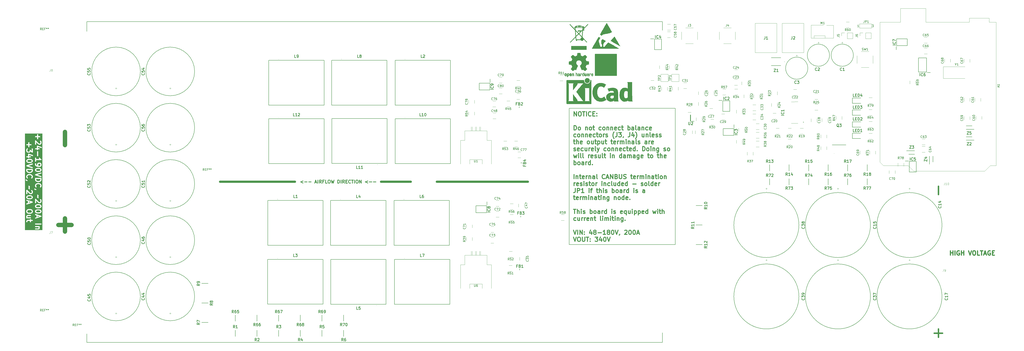
<source format=gbr>
%TF.GenerationSoftware,KiCad,Pcbnew,8.0.8-8.0.8-0~ubuntu22.04.1*%
%TF.CreationDate,2025-02-20T20:21:32-08:00*%
%TF.ProjectId,InverterBoostConverter,496e7665-7274-4657-9242-6f6f7374436f,rev?*%
%TF.SameCoordinates,Original*%
%TF.FileFunction,Legend,Top*%
%TF.FilePolarity,Positive*%
%FSLAX46Y46*%
G04 Gerber Fmt 4.6, Leading zero omitted, Abs format (unit mm)*
G04 Created by KiCad (PCBNEW 8.0.8-8.0.8-0~ubuntu22.04.1) date 2025-02-20 20:21:32*
%MOMM*%
%LPD*%
G01*
G04 APERTURE LIST*
%ADD10C,0.200000*%
%ADD11C,1.000000*%
%ADD12C,0.500000*%
%ADD13C,0.700000*%
%ADD14C,2.000000*%
%ADD15C,0.300000*%
%ADD16C,0.400000*%
%ADD17C,0.254000*%
%ADD18C,0.100000*%
%ADD19C,0.150000*%
%ADD20C,0.120000*%
%ADD21C,0.010000*%
G04 APERTURE END LIST*
D10*
X264000000Y-16000000D02*
X274000000Y-16000000D01*
X274000000Y-26000000D01*
X264000000Y-26000000D01*
X264000000Y-16000000D01*
G36*
X264000000Y-16000000D02*
G01*
X274000000Y-16000000D01*
X274000000Y-26000000D01*
X264000000Y-26000000D01*
X264000000Y-16000000D01*
G37*
X29500000Y-1000000D02*
X295000000Y-1000000D01*
X295000000Y-1000000D02*
X295000000Y-5000000D01*
D11*
X165250000Y-75000000D02*
X179000000Y-75000000D01*
D10*
X29500000Y-149250000D02*
X29500000Y-145250000D01*
X295000000Y-149250000D02*
X29500000Y-149250000D01*
D11*
X191000000Y-75000000D02*
X233000000Y-75000000D01*
X91000000Y-75000000D02*
X125500000Y-75000000D01*
D10*
X29500000Y-5500000D02*
X29500000Y-1000000D01*
X295000000Y-144750000D02*
X295000000Y-149250000D01*
D12*
G36*
X7591311Y-90952379D02*
G01*
X6846168Y-91200760D01*
X6846168Y-90703997D01*
X7591311Y-90952379D01*
G37*
G36*
X3872066Y-88201930D02*
G01*
X4032510Y-88362374D01*
X4107022Y-88511395D01*
X4107022Y-88869553D01*
X4032510Y-89018574D01*
X3872066Y-89179018D01*
X3492911Y-89273808D01*
X2721130Y-89273808D01*
X2341977Y-89179018D01*
X2181533Y-89018574D01*
X2107022Y-88869552D01*
X2107022Y-88511397D01*
X2181533Y-88362375D01*
X2341977Y-88201930D01*
X2721130Y-88107141D01*
X3492911Y-88107141D01*
X3872066Y-88201930D01*
G37*
G36*
X7818435Y-88331117D02*
G01*
X7995697Y-88419748D01*
X8057369Y-88481419D01*
X8131882Y-88630443D01*
X8131882Y-88750505D01*
X8057371Y-88899527D01*
X7995696Y-88961201D01*
X7818434Y-89049832D01*
X7398723Y-89154760D01*
X6865040Y-89154760D01*
X6445326Y-89049832D01*
X6268067Y-88961201D01*
X6206393Y-88899527D01*
X6131882Y-88750504D01*
X6131882Y-88630445D01*
X6206394Y-88481421D01*
X6268067Y-88419747D01*
X6445328Y-88331117D01*
X6865038Y-88226189D01*
X7398723Y-88226189D01*
X7818435Y-88331117D01*
G37*
G36*
X7818435Y-85950165D02*
G01*
X7995697Y-86038796D01*
X8057369Y-86100467D01*
X8131882Y-86249491D01*
X8131882Y-86369553D01*
X8057371Y-86518575D01*
X7995696Y-86580249D01*
X7818434Y-86668880D01*
X7398723Y-86773808D01*
X6865040Y-86773808D01*
X6445326Y-86668880D01*
X6268067Y-86580249D01*
X6206393Y-86518575D01*
X6131882Y-86369552D01*
X6131882Y-86249493D01*
X6206394Y-86100469D01*
X6268067Y-86038795D01*
X6445328Y-85950165D01*
X6865038Y-85845237D01*
X7398723Y-85845237D01*
X7818435Y-85950165D01*
G37*
G36*
X3566451Y-84404760D02*
G01*
X2821308Y-84653141D01*
X2821308Y-84156378D01*
X3566451Y-84404760D01*
G37*
G36*
X3793575Y-81783498D02*
G01*
X3970837Y-81872129D01*
X4032509Y-81933800D01*
X4107022Y-82082824D01*
X4107022Y-82202886D01*
X4032511Y-82351908D01*
X3970836Y-82413582D01*
X3793574Y-82502213D01*
X3373863Y-82607141D01*
X2840180Y-82607141D01*
X2420466Y-82502213D01*
X2243207Y-82413582D01*
X2181533Y-82351908D01*
X2107022Y-82202885D01*
X2107022Y-82082826D01*
X2181534Y-81933802D01*
X2243207Y-81872128D01*
X2420468Y-81783498D01*
X2840178Y-81678570D01*
X3373863Y-81678570D01*
X3793575Y-81783498D01*
G37*
G36*
X8131882Y-74007048D02*
G01*
X8044326Y-74269715D01*
X7876648Y-74437393D01*
X7699388Y-74526023D01*
X7279675Y-74630952D01*
X6984085Y-74630952D01*
X6564376Y-74526023D01*
X6387115Y-74437393D01*
X6219437Y-74269715D01*
X6131882Y-74007048D01*
X6131882Y-73702381D01*
X8131882Y-73702381D01*
X8131882Y-74007048D01*
G37*
G36*
X4107022Y-69840381D02*
G01*
X4019466Y-70103048D01*
X3851788Y-70270726D01*
X3674528Y-70359356D01*
X3254815Y-70464285D01*
X2959225Y-70464285D01*
X2539516Y-70359356D01*
X2362255Y-70270726D01*
X2194577Y-70103048D01*
X2107022Y-69840381D01*
X2107022Y-69535714D01*
X4107022Y-69535714D01*
X4107022Y-69840381D01*
G37*
G36*
X7818435Y-69164452D02*
G01*
X7995697Y-69253083D01*
X8057369Y-69314754D01*
X8131882Y-69463778D01*
X8131882Y-69583840D01*
X8057371Y-69732862D01*
X7995696Y-69794536D01*
X7818434Y-69883167D01*
X7398723Y-69988095D01*
X6865040Y-69988095D01*
X6445326Y-69883167D01*
X6268067Y-69794536D01*
X6206393Y-69732862D01*
X6131882Y-69583839D01*
X6131882Y-69463780D01*
X6206394Y-69314756D01*
X6268067Y-69253082D01*
X6445328Y-69164452D01*
X6865038Y-69059524D01*
X7398723Y-69059524D01*
X7818435Y-69164452D01*
G37*
G36*
X7995696Y-66753083D02*
G01*
X8057370Y-66814757D01*
X8131882Y-66963778D01*
X8131882Y-67321936D01*
X8057369Y-67470960D01*
X7995697Y-67532631D01*
X7846674Y-67607143D01*
X7369470Y-67607143D01*
X7220447Y-67532632D01*
X7158773Y-67470957D01*
X7084263Y-67321936D01*
X7084263Y-66963778D01*
X7158773Y-66814756D01*
X7220445Y-66753084D01*
X7369470Y-66678572D01*
X7846674Y-66678572D01*
X7995696Y-66753083D01*
G37*
G36*
X3793575Y-64997785D02*
G01*
X3970837Y-65086416D01*
X4032509Y-65148087D01*
X4107022Y-65297111D01*
X4107022Y-65417173D01*
X4032511Y-65566195D01*
X3970836Y-65627869D01*
X3793574Y-65716500D01*
X3373863Y-65821428D01*
X2840180Y-65821428D01*
X2420466Y-65716500D01*
X2243207Y-65627869D01*
X2181533Y-65566195D01*
X2107022Y-65417172D01*
X2107022Y-65297113D01*
X2181534Y-65148089D01*
X2243207Y-65086415D01*
X2420468Y-64997785D01*
X2840178Y-64892857D01*
X3373863Y-64892857D01*
X3793575Y-64997785D01*
G37*
G36*
X9026745Y-97313490D02*
G01*
X976905Y-97313490D01*
X976905Y-95665511D01*
X5636686Y-95665511D01*
X5636686Y-95763057D01*
X5674015Y-95853177D01*
X5742989Y-95922151D01*
X5833109Y-95959480D01*
X5881882Y-95964284D01*
X7206900Y-95964284D01*
X7224037Y-95981421D01*
X7298549Y-96130442D01*
X7298549Y-96369552D01*
X7243162Y-96480325D01*
X7132389Y-96535712D01*
X5881882Y-96535712D01*
X5833109Y-96540516D01*
X5742989Y-96577845D01*
X5674015Y-96646819D01*
X5636686Y-96736939D01*
X5636686Y-96834485D01*
X5674015Y-96924605D01*
X5742989Y-96993579D01*
X5833109Y-97030908D01*
X5881882Y-97035712D01*
X7191406Y-97035712D01*
X7240179Y-97030908D01*
X7248477Y-97027470D01*
X7257437Y-97026834D01*
X7303209Y-97009319D01*
X7541304Y-96890272D01*
X7549456Y-96885139D01*
X7553308Y-96883856D01*
X7558105Y-96879695D01*
X7582779Y-96864163D01*
X7603314Y-96840485D01*
X7626999Y-96819944D01*
X7642535Y-96795263D01*
X7646691Y-96790472D01*
X7647973Y-96786624D01*
X7653108Y-96778468D01*
X7772156Y-96540373D01*
X7789671Y-96494600D01*
X7790307Y-96485640D01*
X7793745Y-96477342D01*
X7798549Y-96428569D01*
X7798549Y-96071426D01*
X7793745Y-96022653D01*
X7790307Y-96014354D01*
X7789671Y-96005395D01*
X7772156Y-95959623D01*
X7731427Y-95878165D01*
X7756416Y-95853177D01*
X7793745Y-95763057D01*
X7793745Y-95665511D01*
X7756416Y-95575391D01*
X7687442Y-95506417D01*
X7597322Y-95469088D01*
X7548549Y-95464284D01*
X5881882Y-95464284D01*
X5833109Y-95469088D01*
X5742989Y-95506417D01*
X5674015Y-95575391D01*
X5636686Y-95665511D01*
X976905Y-95665511D01*
X976905Y-94475035D01*
X5636686Y-94475035D01*
X5636686Y-94572581D01*
X5674015Y-94662701D01*
X5742989Y-94731675D01*
X5833109Y-94769004D01*
X5881882Y-94773808D01*
X8381882Y-94773808D01*
X8430655Y-94769004D01*
X8520775Y-94731675D01*
X8589749Y-94662701D01*
X8627078Y-94572581D01*
X8627078Y-94475035D01*
X8589749Y-94384915D01*
X8520775Y-94315941D01*
X8430655Y-94278612D01*
X8381882Y-94273808D01*
X5881882Y-94273808D01*
X5833109Y-94278612D01*
X5742989Y-94315941D01*
X5674015Y-94384915D01*
X5636686Y-94475035D01*
X976905Y-94475035D01*
X976905Y-93214284D01*
X1607022Y-93214284D01*
X1607022Y-93452380D01*
X1611826Y-93501153D01*
X1649155Y-93591273D01*
X1718129Y-93660247D01*
X1808249Y-93697576D01*
X1905795Y-93697576D01*
X1995915Y-93660247D01*
X2064889Y-93591273D01*
X2102218Y-93501153D01*
X2107022Y-93452380D01*
X2107022Y-93273302D01*
X2162408Y-93162528D01*
X2273182Y-93107142D01*
X3273689Y-93107142D01*
X3273689Y-93452380D01*
X3278493Y-93501153D01*
X3315822Y-93591273D01*
X3384796Y-93660247D01*
X3474916Y-93697576D01*
X3572462Y-93697576D01*
X3662582Y-93660247D01*
X3731556Y-93591273D01*
X3768885Y-93501153D01*
X3773689Y-93452380D01*
X3773689Y-93107142D01*
X4357022Y-93107142D01*
X4405795Y-93102338D01*
X4495915Y-93065009D01*
X4564889Y-92996035D01*
X4602218Y-92905915D01*
X4602218Y-92808369D01*
X4564889Y-92718249D01*
X4495915Y-92649275D01*
X4405795Y-92611946D01*
X4357022Y-92607142D01*
X3773689Y-92607142D01*
X3773689Y-92499999D01*
X3768885Y-92451226D01*
X3731556Y-92361106D01*
X3662582Y-92292132D01*
X3572462Y-92254803D01*
X3474916Y-92254803D01*
X3384796Y-92292132D01*
X3315822Y-92361106D01*
X3278493Y-92451226D01*
X3273689Y-92499999D01*
X3273689Y-92607142D01*
X2214165Y-92607142D01*
X2165392Y-92611946D01*
X2157093Y-92615383D01*
X2148134Y-92616020D01*
X2102362Y-92633535D01*
X1864267Y-92752582D01*
X1856112Y-92757715D01*
X1852264Y-92758998D01*
X1847470Y-92763155D01*
X1822791Y-92778691D01*
X1802255Y-92802369D01*
X1778572Y-92822909D01*
X1763035Y-92847590D01*
X1758880Y-92852382D01*
X1757597Y-92856230D01*
X1752464Y-92864385D01*
X1633415Y-93102480D01*
X1615900Y-93148253D01*
X1615263Y-93157212D01*
X1611826Y-93165511D01*
X1607022Y-93214284D01*
X976905Y-93214284D01*
X976905Y-90952379D01*
X1607022Y-90952379D01*
X1607022Y-91309522D01*
X1611826Y-91358295D01*
X1615263Y-91366593D01*
X1615900Y-91375553D01*
X1633415Y-91421325D01*
X1674144Y-91502783D01*
X1649155Y-91527772D01*
X1611826Y-91617892D01*
X1611826Y-91715438D01*
X1649155Y-91805558D01*
X1718129Y-91874532D01*
X1808249Y-91911861D01*
X1857022Y-91916665D01*
X3523689Y-91916665D01*
X3572462Y-91911861D01*
X3662582Y-91874532D01*
X3731556Y-91805558D01*
X3768885Y-91715438D01*
X3768885Y-91617892D01*
X3731556Y-91527772D01*
X3662582Y-91458798D01*
X3572462Y-91421469D01*
X3523689Y-91416665D01*
X2198671Y-91416665D01*
X2181533Y-91399527D01*
X2107022Y-91250504D01*
X2107022Y-91011397D01*
X2162408Y-90900623D01*
X2273182Y-90845237D01*
X3523689Y-90845237D01*
X3572462Y-90840433D01*
X3662582Y-90803104D01*
X3731556Y-90734130D01*
X3768885Y-90644010D01*
X3768885Y-90546464D01*
X3731556Y-90456344D01*
X3662582Y-90387370D01*
X3572462Y-90350041D01*
X3523689Y-90345237D01*
X2214165Y-90345237D01*
X2165392Y-90350041D01*
X2157093Y-90353478D01*
X2148134Y-90354115D01*
X2102362Y-90371630D01*
X1864267Y-90490677D01*
X1856112Y-90495810D01*
X1852264Y-90497093D01*
X1847470Y-90501250D01*
X1822791Y-90516786D01*
X1802255Y-90540464D01*
X1778572Y-90561004D01*
X1763035Y-90585685D01*
X1758880Y-90590477D01*
X1757597Y-90594325D01*
X1752464Y-90602480D01*
X1633415Y-90840575D01*
X1615900Y-90886348D01*
X1615263Y-90895307D01*
X1611826Y-90903606D01*
X1607022Y-90952379D01*
X976905Y-90952379D01*
X976905Y-90087778D01*
X5633845Y-90087778D01*
X5640760Y-90185078D01*
X5684383Y-90272324D01*
X5758074Y-90336236D01*
X5802825Y-90356217D01*
X6346168Y-90537331D01*
X6346168Y-91367426D01*
X5802825Y-91548541D01*
X5758074Y-91568522D01*
X5684383Y-91632434D01*
X5640760Y-91719680D01*
X5633845Y-91816980D01*
X5664692Y-91909520D01*
X5728604Y-91983211D01*
X5815850Y-92026834D01*
X5913150Y-92033749D01*
X5960939Y-92022883D01*
X8460939Y-91189550D01*
X8505690Y-91169569D01*
X8519183Y-91157866D01*
X8535160Y-91149878D01*
X8555699Y-91126196D01*
X8579381Y-91105657D01*
X8587369Y-91089680D01*
X8599072Y-91076187D01*
X8608983Y-91046452D01*
X8623004Y-91018411D01*
X8624270Y-91000590D01*
X8629918Y-90983647D01*
X8627696Y-90952379D01*
X8629918Y-90921111D01*
X8624270Y-90904167D01*
X8623004Y-90886347D01*
X8608983Y-90858305D01*
X8599072Y-90828571D01*
X8587369Y-90815077D01*
X8579381Y-90799101D01*
X8555699Y-90778561D01*
X8535160Y-90754880D01*
X8519183Y-90746891D01*
X8505690Y-90735189D01*
X8460939Y-90715208D01*
X5960939Y-89881875D01*
X5913150Y-89871009D01*
X5815850Y-89877924D01*
X5728604Y-89921547D01*
X5664692Y-89995238D01*
X5633845Y-90087778D01*
X976905Y-90087778D01*
X976905Y-88452379D01*
X1607022Y-88452379D01*
X1607022Y-88928570D01*
X1611826Y-88977343D01*
X1615263Y-88985641D01*
X1615900Y-88994601D01*
X1633415Y-89040374D01*
X1752464Y-89278469D01*
X1765678Y-89299461D01*
X1768203Y-89305557D01*
X1773835Y-89312420D01*
X1778572Y-89319945D01*
X1783561Y-89324272D01*
X1799293Y-89343442D01*
X2037388Y-89581537D01*
X2075273Y-89612627D01*
X2092442Y-89619738D01*
X2107379Y-89630806D01*
X2153531Y-89647296D01*
X2629721Y-89766344D01*
X2638179Y-89767594D01*
X2641582Y-89769004D01*
X2659947Y-89770812D01*
X2678203Y-89773512D01*
X2681846Y-89772969D01*
X2690355Y-89773808D01*
X3523689Y-89773808D01*
X3532197Y-89772969D01*
X3535841Y-89773512D01*
X3554096Y-89770812D01*
X3572462Y-89769004D01*
X3575864Y-89767594D01*
X3584323Y-89766344D01*
X4060514Y-89647295D01*
X4106665Y-89630806D01*
X4121601Y-89619738D01*
X4138771Y-89612627D01*
X4176656Y-89581537D01*
X4414751Y-89343442D01*
X4430484Y-89324269D01*
X4435472Y-89319944D01*
X4440206Y-89312422D01*
X4445841Y-89305557D01*
X4448365Y-89299462D01*
X4461581Y-89278469D01*
X4580629Y-89040373D01*
X4598144Y-88994601D01*
X4598780Y-88985641D01*
X4602218Y-88977343D01*
X4607022Y-88928570D01*
X4607022Y-88571427D01*
X5631882Y-88571427D01*
X5631882Y-88809522D01*
X5636686Y-88858295D01*
X5640123Y-88866593D01*
X5640760Y-88875553D01*
X5658275Y-88921325D01*
X5777323Y-89159421D01*
X5790537Y-89180413D01*
X5793063Y-89186510D01*
X5798697Y-89193376D01*
X5803432Y-89200897D01*
X5808418Y-89205222D01*
X5824153Y-89224395D01*
X5943200Y-89343442D01*
X5962374Y-89359177D01*
X5966698Y-89364163D01*
X5974215Y-89368895D01*
X5981085Y-89374533D01*
X5987184Y-89377059D01*
X6008173Y-89390272D01*
X6246269Y-89509320D01*
X6249838Y-89510686D01*
X6251287Y-89511759D01*
X6271751Y-89519071D01*
X6292041Y-89526835D01*
X6293838Y-89526962D01*
X6297438Y-89528249D01*
X6773629Y-89647296D01*
X6782087Y-89648546D01*
X6785490Y-89649956D01*
X6803855Y-89651764D01*
X6822111Y-89654464D01*
X6825754Y-89653921D01*
X6834263Y-89654760D01*
X7429501Y-89654760D01*
X7438009Y-89653921D01*
X7441653Y-89654464D01*
X7459908Y-89651764D01*
X7478274Y-89649956D01*
X7481676Y-89648546D01*
X7490135Y-89647296D01*
X7966324Y-89528249D01*
X7969923Y-89526962D01*
X7971722Y-89526835D01*
X7992017Y-89519068D01*
X8012476Y-89511759D01*
X8013924Y-89510686D01*
X8017494Y-89509320D01*
X8255590Y-89390272D01*
X8276582Y-89377057D01*
X8282679Y-89374532D01*
X8289545Y-89368897D01*
X8297066Y-89364163D01*
X8301391Y-89359176D01*
X8320564Y-89343442D01*
X8439611Y-89224395D01*
X8455346Y-89205220D01*
X8460332Y-89200897D01*
X8465063Y-89193380D01*
X8470702Y-89186510D01*
X8473228Y-89180409D01*
X8486441Y-89159421D01*
X8605489Y-88921326D01*
X8623004Y-88875553D01*
X8623640Y-88866593D01*
X8627078Y-88858295D01*
X8631882Y-88809522D01*
X8631882Y-88571427D01*
X8627078Y-88522654D01*
X8623640Y-88514355D01*
X8623004Y-88505396D01*
X8605489Y-88459624D01*
X8486441Y-88221528D01*
X8473227Y-88200537D01*
X8470702Y-88194441D01*
X8465066Y-88187573D01*
X8460332Y-88180053D01*
X8455345Y-88175728D01*
X8439612Y-88156556D01*
X8320564Y-88037508D01*
X8301391Y-88021772D01*
X8297065Y-88016785D01*
X8289546Y-88012051D01*
X8282680Y-88006417D01*
X8276581Y-88003890D01*
X8255590Y-87990677D01*
X8017494Y-87871630D01*
X8013926Y-87870264D01*
X8012477Y-87869191D01*
X7992006Y-87861877D01*
X7971721Y-87854115D01*
X7969923Y-87853987D01*
X7966326Y-87852702D01*
X7490135Y-87733653D01*
X7481676Y-87732402D01*
X7478274Y-87730993D01*
X7459908Y-87729184D01*
X7441653Y-87726485D01*
X7438009Y-87727027D01*
X7429501Y-87726189D01*
X6834263Y-87726189D01*
X6825754Y-87727027D01*
X6822111Y-87726485D01*
X6803855Y-87729184D01*
X6785490Y-87730993D01*
X6782087Y-87732402D01*
X6773629Y-87733653D01*
X6297438Y-87852701D01*
X6293837Y-87853987D01*
X6292041Y-87854115D01*
X6271759Y-87861875D01*
X6251286Y-87869191D01*
X6249836Y-87870264D01*
X6246269Y-87871630D01*
X6008174Y-87990677D01*
X5987183Y-88003890D01*
X5981084Y-88006417D01*
X5974216Y-88012053D01*
X5966698Y-88016786D01*
X5962372Y-88021773D01*
X5943200Y-88037508D01*
X5824153Y-88156556D01*
X5808422Y-88175723D01*
X5803432Y-88180052D01*
X5798695Y-88187576D01*
X5793062Y-88194441D01*
X5790536Y-88200538D01*
X5777324Y-88221528D01*
X5658275Y-88459623D01*
X5640760Y-88505396D01*
X5640123Y-88514355D01*
X5636686Y-88522654D01*
X5631882Y-88571427D01*
X4607022Y-88571427D01*
X4607022Y-88452379D01*
X4602218Y-88403606D01*
X4598780Y-88395307D01*
X4598144Y-88386348D01*
X4580629Y-88340576D01*
X4461581Y-88102480D01*
X4448365Y-88081486D01*
X4445841Y-88075392D01*
X4440206Y-88068526D01*
X4435472Y-88061005D01*
X4430484Y-88056679D01*
X4414751Y-88037507D01*
X4176656Y-87799412D01*
X4138771Y-87768322D01*
X4121601Y-87761210D01*
X4106665Y-87750143D01*
X4060514Y-87733654D01*
X3584323Y-87614605D01*
X3575864Y-87613354D01*
X3572462Y-87611945D01*
X3554096Y-87610136D01*
X3535841Y-87607437D01*
X3532197Y-87607979D01*
X3523689Y-87607141D01*
X2690355Y-87607141D01*
X2681846Y-87607979D01*
X2678203Y-87607437D01*
X2659947Y-87610136D01*
X2641582Y-87611945D01*
X2638179Y-87613354D01*
X2629721Y-87614605D01*
X2153531Y-87733653D01*
X2107379Y-87750143D01*
X2092442Y-87761210D01*
X2075273Y-87768322D01*
X2037388Y-87799412D01*
X1799293Y-88037507D01*
X1783561Y-88056676D01*
X1778572Y-88061004D01*
X1773835Y-88068528D01*
X1768203Y-88075392D01*
X1765678Y-88081487D01*
X1752464Y-88102480D01*
X1633415Y-88340575D01*
X1615900Y-88386348D01*
X1615263Y-88395307D01*
X1611826Y-88403606D01*
X1607022Y-88452379D01*
X976905Y-88452379D01*
X976905Y-86190475D01*
X5631882Y-86190475D01*
X5631882Y-86428570D01*
X5636686Y-86477343D01*
X5640123Y-86485641D01*
X5640760Y-86494601D01*
X5658275Y-86540373D01*
X5777323Y-86778469D01*
X5790537Y-86799461D01*
X5793063Y-86805558D01*
X5798697Y-86812424D01*
X5803432Y-86819945D01*
X5808418Y-86824270D01*
X5824153Y-86843443D01*
X5943200Y-86962490D01*
X5962374Y-86978225D01*
X5966698Y-86983211D01*
X5974215Y-86987943D01*
X5981085Y-86993581D01*
X5987184Y-86996107D01*
X6008173Y-87009320D01*
X6246269Y-87128368D01*
X6249838Y-87129734D01*
X6251287Y-87130807D01*
X6271751Y-87138119D01*
X6292041Y-87145883D01*
X6293838Y-87146010D01*
X6297438Y-87147297D01*
X6773629Y-87266344D01*
X6782087Y-87267594D01*
X6785490Y-87269004D01*
X6803855Y-87270812D01*
X6822111Y-87273512D01*
X6825754Y-87272969D01*
X6834263Y-87273808D01*
X7429501Y-87273808D01*
X7438009Y-87272969D01*
X7441653Y-87273512D01*
X7459908Y-87270812D01*
X7478274Y-87269004D01*
X7481676Y-87267594D01*
X7490135Y-87266344D01*
X7966324Y-87147297D01*
X7969923Y-87146010D01*
X7971722Y-87145883D01*
X7992017Y-87138116D01*
X8012476Y-87130807D01*
X8013924Y-87129734D01*
X8017494Y-87128368D01*
X8255590Y-87009320D01*
X8276582Y-86996105D01*
X8282679Y-86993580D01*
X8289545Y-86987945D01*
X8297066Y-86983211D01*
X8301391Y-86978224D01*
X8320564Y-86962490D01*
X8439611Y-86843443D01*
X8455346Y-86824268D01*
X8460332Y-86819945D01*
X8465063Y-86812428D01*
X8470702Y-86805558D01*
X8473228Y-86799457D01*
X8486441Y-86778469D01*
X8605489Y-86540374D01*
X8623004Y-86494601D01*
X8623640Y-86485641D01*
X8627078Y-86477343D01*
X8631882Y-86428570D01*
X8631882Y-86190475D01*
X8627078Y-86141702D01*
X8623640Y-86133403D01*
X8623004Y-86124444D01*
X8605489Y-86078672D01*
X8486441Y-85840576D01*
X8473227Y-85819585D01*
X8470702Y-85813489D01*
X8465066Y-85806621D01*
X8460332Y-85799101D01*
X8455345Y-85794776D01*
X8439612Y-85775604D01*
X8320564Y-85656556D01*
X8301391Y-85640820D01*
X8297065Y-85635833D01*
X8289546Y-85631099D01*
X8282680Y-85625465D01*
X8276581Y-85622938D01*
X8255590Y-85609725D01*
X8017494Y-85490678D01*
X8013926Y-85489312D01*
X8012477Y-85488239D01*
X7992006Y-85480925D01*
X7971721Y-85473163D01*
X7969923Y-85473035D01*
X7966326Y-85471750D01*
X7490135Y-85352701D01*
X7481676Y-85351450D01*
X7478274Y-85350041D01*
X7459908Y-85348232D01*
X7441653Y-85345533D01*
X7438009Y-85346075D01*
X7429501Y-85345237D01*
X6834263Y-85345237D01*
X6825754Y-85346075D01*
X6822111Y-85345533D01*
X6803855Y-85348232D01*
X6785490Y-85350041D01*
X6782087Y-85351450D01*
X6773629Y-85352701D01*
X6297438Y-85471749D01*
X6293837Y-85473035D01*
X6292041Y-85473163D01*
X6271759Y-85480923D01*
X6251286Y-85488239D01*
X6249836Y-85489312D01*
X6246269Y-85490678D01*
X6008174Y-85609725D01*
X5987183Y-85622938D01*
X5981084Y-85625465D01*
X5974216Y-85631101D01*
X5966698Y-85635834D01*
X5962372Y-85640821D01*
X5943200Y-85656556D01*
X5824153Y-85775604D01*
X5808422Y-85794771D01*
X5803432Y-85799100D01*
X5798695Y-85806624D01*
X5793062Y-85813489D01*
X5790536Y-85819586D01*
X5777324Y-85840576D01*
X5658275Y-86078671D01*
X5640760Y-86124444D01*
X5640123Y-86133403D01*
X5636686Y-86141702D01*
X5631882Y-86190475D01*
X976905Y-86190475D01*
X976905Y-83540159D01*
X1608985Y-83540159D01*
X1615900Y-83637459D01*
X1659523Y-83724705D01*
X1733214Y-83788617D01*
X1777965Y-83808598D01*
X2321308Y-83989712D01*
X2321308Y-84819807D01*
X1777965Y-85000922D01*
X1733214Y-85020903D01*
X1659523Y-85084815D01*
X1615900Y-85172061D01*
X1608985Y-85269361D01*
X1639832Y-85361901D01*
X1703744Y-85435592D01*
X1790990Y-85479215D01*
X1888290Y-85486130D01*
X1936079Y-85475264D01*
X4436079Y-84641931D01*
X4480830Y-84621950D01*
X4494323Y-84610247D01*
X4510300Y-84602259D01*
X4530839Y-84578577D01*
X4554521Y-84558038D01*
X4562509Y-84542061D01*
X4574212Y-84528568D01*
X4584123Y-84498833D01*
X4598144Y-84470792D01*
X4599410Y-84452971D01*
X4605058Y-84436028D01*
X4602836Y-84404760D01*
X4605058Y-84373492D01*
X4599410Y-84356548D01*
X4598144Y-84338728D01*
X4584123Y-84310686D01*
X4574212Y-84280952D01*
X4562509Y-84267458D01*
X4554521Y-84251482D01*
X4530839Y-84230942D01*
X4510300Y-84207261D01*
X4494323Y-84199272D01*
X4480830Y-84187570D01*
X4436079Y-84167589D01*
X1936079Y-83334256D01*
X1888290Y-83323390D01*
X1790990Y-83330305D01*
X1703744Y-83373928D01*
X1639832Y-83447619D01*
X1608985Y-83540159D01*
X976905Y-83540159D01*
X976905Y-82023808D01*
X1607022Y-82023808D01*
X1607022Y-82261903D01*
X1611826Y-82310676D01*
X1615263Y-82318974D01*
X1615900Y-82327934D01*
X1633415Y-82373706D01*
X1752463Y-82611802D01*
X1765677Y-82632794D01*
X1768203Y-82638891D01*
X1773837Y-82645757D01*
X1778572Y-82653278D01*
X1783558Y-82657603D01*
X1799293Y-82676776D01*
X1918340Y-82795823D01*
X1937514Y-82811558D01*
X1941838Y-82816544D01*
X1949355Y-82821276D01*
X1956225Y-82826914D01*
X1962324Y-82829440D01*
X1983313Y-82842653D01*
X2221409Y-82961701D01*
X2224978Y-82963067D01*
X2226427Y-82964140D01*
X2246891Y-82971452D01*
X2267181Y-82979216D01*
X2268978Y-82979343D01*
X2272578Y-82980630D01*
X2748769Y-83099677D01*
X2757227Y-83100927D01*
X2760630Y-83102337D01*
X2778995Y-83104145D01*
X2797251Y-83106845D01*
X2800894Y-83106302D01*
X2809403Y-83107141D01*
X3404641Y-83107141D01*
X3413149Y-83106302D01*
X3416793Y-83106845D01*
X3435048Y-83104145D01*
X3453414Y-83102337D01*
X3456816Y-83100927D01*
X3465275Y-83099677D01*
X3483035Y-83095237D01*
X5631882Y-83095237D01*
X5631882Y-84642856D01*
X5636686Y-84691629D01*
X5674015Y-84781749D01*
X5742989Y-84850723D01*
X5833109Y-84888052D01*
X5930655Y-84888052D01*
X6020775Y-84850723D01*
X6089749Y-84781749D01*
X6127078Y-84691629D01*
X6131882Y-84642856D01*
X6131882Y-83698791D01*
X7133676Y-84700585D01*
X7171561Y-84731676D01*
X7179858Y-84735112D01*
X7186645Y-84740999D01*
X7231396Y-84760980D01*
X7588540Y-84880027D01*
X7612724Y-84885525D01*
X7618823Y-84888052D01*
X7627664Y-84888922D01*
X7636329Y-84890893D01*
X7642914Y-84890424D01*
X7667596Y-84892856D01*
X7905691Y-84892856D01*
X7954464Y-84888052D01*
X7962762Y-84884614D01*
X7971721Y-84883978D01*
X8017494Y-84866463D01*
X8255590Y-84747416D01*
X8276581Y-84734202D01*
X8282680Y-84731676D01*
X8289546Y-84726041D01*
X8297065Y-84721308D01*
X8301391Y-84716320D01*
X8320564Y-84700585D01*
X8439612Y-84581537D01*
X8455345Y-84562364D01*
X8460332Y-84558040D01*
X8465066Y-84550519D01*
X8470702Y-84543652D01*
X8473227Y-84537555D01*
X8486441Y-84516565D01*
X8605489Y-84278469D01*
X8623004Y-84232697D01*
X8623640Y-84223737D01*
X8627078Y-84215439D01*
X8631882Y-84166666D01*
X8631882Y-83571428D01*
X8627078Y-83522655D01*
X8623640Y-83514356D01*
X8623004Y-83505397D01*
X8605489Y-83459625D01*
X8486441Y-83221529D01*
X8473227Y-83200538D01*
X8470702Y-83194442D01*
X8465066Y-83187574D01*
X8460332Y-83180054D01*
X8455345Y-83175729D01*
X8439612Y-83156557D01*
X8320564Y-83037509D01*
X8282680Y-83006418D01*
X8192560Y-82969089D01*
X8095016Y-82969088D01*
X8004896Y-83006417D01*
X7935920Y-83075392D01*
X7898591Y-83165512D01*
X7898590Y-83263056D01*
X7935919Y-83353176D01*
X7967010Y-83391061D01*
X8057369Y-83481420D01*
X8131882Y-83630444D01*
X8131882Y-84107649D01*
X8057369Y-84256673D01*
X7995697Y-84318344D01*
X7846674Y-84392856D01*
X7708166Y-84392856D01*
X7445498Y-84305300D01*
X6058659Y-82918460D01*
X6020779Y-82887374D01*
X6020775Y-82887370D01*
X5930655Y-82850041D01*
X5833109Y-82850041D01*
X5798825Y-82864242D01*
X5742990Y-82887369D01*
X5742989Y-82887369D01*
X5742989Y-82887370D01*
X5674015Y-82956344D01*
X5636686Y-83046464D01*
X5631882Y-83095237D01*
X3483035Y-83095237D01*
X3941464Y-82980630D01*
X3945063Y-82979343D01*
X3946862Y-82979216D01*
X3967157Y-82971449D01*
X3987616Y-82964140D01*
X3989064Y-82963067D01*
X3992634Y-82961701D01*
X4230730Y-82842653D01*
X4251722Y-82829438D01*
X4257819Y-82826913D01*
X4264685Y-82821278D01*
X4272206Y-82816544D01*
X4276531Y-82811557D01*
X4295704Y-82795823D01*
X4414751Y-82676776D01*
X4430486Y-82657601D01*
X4435472Y-82653278D01*
X4440203Y-82645761D01*
X4445842Y-82638891D01*
X4448368Y-82632790D01*
X4461581Y-82611802D01*
X4580629Y-82373707D01*
X4598144Y-82327934D01*
X4598780Y-82318974D01*
X4602218Y-82310676D01*
X4607022Y-82261903D01*
X4607022Y-82023808D01*
X4603942Y-81992540D01*
X6586226Y-81992540D01*
X6588448Y-82023808D01*
X6586226Y-82055078D01*
X6591874Y-82072024D01*
X6593141Y-82089840D01*
X6610656Y-82135612D01*
X6729703Y-82373707D01*
X6742917Y-82394698D01*
X6745443Y-82400796D01*
X6751079Y-82407664D01*
X6755812Y-82415182D01*
X6760796Y-82419504D01*
X6776533Y-82438681D01*
X6895581Y-82557728D01*
X6933466Y-82588819D01*
X7023586Y-82626148D01*
X7121130Y-82626148D01*
X7211250Y-82588819D01*
X7280225Y-82519844D01*
X7317554Y-82429724D01*
X7317554Y-82332180D01*
X7280225Y-82242060D01*
X7249134Y-82204175D01*
X7158773Y-82113813D01*
X7113771Y-82023809D01*
X7295965Y-81659422D01*
X7313480Y-81613650D01*
X7314746Y-81595832D01*
X7320395Y-81578887D01*
X7318172Y-81547618D01*
X7320395Y-81516350D01*
X7314746Y-81499403D01*
X7313480Y-81481588D01*
X7295965Y-81435815D01*
X7176917Y-81197720D01*
X7163704Y-81176731D01*
X7161178Y-81170631D01*
X7155539Y-81163760D01*
X7150808Y-81156244D01*
X7145822Y-81151920D01*
X7130087Y-81132746D01*
X7011040Y-81013699D01*
X6973155Y-80982609D01*
X6883035Y-80945280D01*
X6785491Y-80945280D01*
X6695371Y-80982609D01*
X6626396Y-81051584D01*
X6589067Y-81141704D01*
X6589067Y-81239248D01*
X6626396Y-81329368D01*
X6657486Y-81367253D01*
X6747847Y-81457614D01*
X6792849Y-81547618D01*
X6610656Y-81912006D01*
X6593141Y-81957778D01*
X6591874Y-81975594D01*
X6586226Y-81992540D01*
X4603942Y-81992540D01*
X4602218Y-81975035D01*
X4598780Y-81966736D01*
X4598144Y-81957777D01*
X4580629Y-81912005D01*
X4461581Y-81673909D01*
X4448367Y-81652918D01*
X4445842Y-81646822D01*
X4440206Y-81639954D01*
X4435472Y-81632434D01*
X4430485Y-81628109D01*
X4414752Y-81608937D01*
X4295704Y-81489889D01*
X4276531Y-81474153D01*
X4272205Y-81469166D01*
X4264686Y-81464432D01*
X4257820Y-81458798D01*
X4251721Y-81456271D01*
X4230730Y-81443058D01*
X3992634Y-81324011D01*
X3989066Y-81322645D01*
X3987617Y-81321572D01*
X3967146Y-81314258D01*
X3946861Y-81306496D01*
X3945063Y-81306368D01*
X3941466Y-81305083D01*
X3465275Y-81186034D01*
X3456816Y-81184783D01*
X3453414Y-81183374D01*
X3435048Y-81181565D01*
X3416793Y-81178866D01*
X3413149Y-81179408D01*
X3404641Y-81178570D01*
X2809403Y-81178570D01*
X2800894Y-81179408D01*
X2797251Y-81178866D01*
X2778995Y-81181565D01*
X2760630Y-81183374D01*
X2757227Y-81184783D01*
X2748769Y-81186034D01*
X2272578Y-81305082D01*
X2268977Y-81306368D01*
X2267181Y-81306496D01*
X2246899Y-81314256D01*
X2226426Y-81321572D01*
X2224976Y-81322645D01*
X2221409Y-81324011D01*
X1983314Y-81443058D01*
X1962323Y-81456271D01*
X1956224Y-81458798D01*
X1949356Y-81464434D01*
X1941838Y-81469167D01*
X1937512Y-81474154D01*
X1918340Y-81489889D01*
X1799293Y-81608937D01*
X1783562Y-81628104D01*
X1778572Y-81632433D01*
X1773835Y-81639957D01*
X1768202Y-81646822D01*
X1765676Y-81652919D01*
X1752464Y-81673909D01*
X1633415Y-81912004D01*
X1615900Y-81957777D01*
X1615263Y-81966736D01*
X1611826Y-81975035D01*
X1607022Y-82023808D01*
X976905Y-82023808D01*
X976905Y-78928570D01*
X1607022Y-78928570D01*
X1607022Y-80476189D01*
X1611826Y-80524962D01*
X1649155Y-80615082D01*
X1718129Y-80684056D01*
X1808249Y-80721385D01*
X1905795Y-80721385D01*
X1995915Y-80684056D01*
X2064889Y-80615082D01*
X2102218Y-80524962D01*
X2107022Y-80476189D01*
X2107022Y-79532124D01*
X3108816Y-80533918D01*
X3146701Y-80565009D01*
X3154998Y-80568445D01*
X3161785Y-80574332D01*
X3206536Y-80594313D01*
X3563680Y-80713360D01*
X3587864Y-80718858D01*
X3593963Y-80721385D01*
X3602804Y-80722255D01*
X3611469Y-80724226D01*
X3618054Y-80723757D01*
X3642736Y-80726189D01*
X3880831Y-80726189D01*
X3929604Y-80721385D01*
X3937902Y-80717947D01*
X3946861Y-80717311D01*
X3992634Y-80699796D01*
X4230730Y-80580749D01*
X4251721Y-80567535D01*
X4257820Y-80565009D01*
X4264686Y-80559374D01*
X4272205Y-80554641D01*
X4276531Y-80549653D01*
X4295704Y-80533918D01*
X4414752Y-80414870D01*
X4430485Y-80395697D01*
X4435472Y-80391373D01*
X4440206Y-80383852D01*
X4445842Y-80376985D01*
X4448367Y-80370888D01*
X4461581Y-80349898D01*
X4580629Y-80111802D01*
X4598144Y-80066030D01*
X4598780Y-80057070D01*
X4602218Y-80048772D01*
X4607022Y-79999999D01*
X4607022Y-79404761D01*
X4602218Y-79355988D01*
X4598780Y-79347689D01*
X4598144Y-79338730D01*
X4580629Y-79292958D01*
X4461581Y-79054862D01*
X4448367Y-79033871D01*
X4445842Y-79027775D01*
X4440206Y-79020907D01*
X4435472Y-79013387D01*
X4430485Y-79009062D01*
X4414752Y-78989890D01*
X4295704Y-78870842D01*
X4257820Y-78839751D01*
X4167700Y-78802422D01*
X4070156Y-78802421D01*
X3980036Y-78839750D01*
X3911060Y-78908725D01*
X3873731Y-78998845D01*
X3873730Y-79096389D01*
X3911059Y-79186509D01*
X3942150Y-79224394D01*
X4032509Y-79314753D01*
X4107022Y-79463777D01*
X4107022Y-79940982D01*
X4032509Y-80090006D01*
X3970837Y-80151677D01*
X3821814Y-80226189D01*
X3683306Y-80226189D01*
X3420638Y-80138633D01*
X2033799Y-78751793D01*
X1995919Y-78720707D01*
X1995915Y-78720703D01*
X1905795Y-78683374D01*
X1808249Y-78683374D01*
X1773960Y-78697577D01*
X1718130Y-78720702D01*
X1718129Y-78720702D01*
X1718129Y-78720703D01*
X1649155Y-78789677D01*
X1611826Y-78879797D01*
X1607022Y-78928570D01*
X976905Y-78928570D01*
X976905Y-77825873D01*
X2561366Y-77825873D01*
X2563588Y-77857142D01*
X2561366Y-77888411D01*
X2567014Y-77905357D01*
X2568281Y-77923173D01*
X2585796Y-77968945D01*
X2704843Y-78207040D01*
X2718057Y-78228031D01*
X2720583Y-78234129D01*
X2726219Y-78240997D01*
X2730952Y-78248515D01*
X2735936Y-78252837D01*
X2751673Y-78272014D01*
X2870721Y-78391061D01*
X2908606Y-78422152D01*
X2998726Y-78459481D01*
X3096270Y-78459481D01*
X3186390Y-78422152D01*
X3255365Y-78353177D01*
X3283787Y-78284561D01*
X5279543Y-78284561D01*
X5279543Y-78382105D01*
X5316872Y-78472225D01*
X5347962Y-78510110D01*
X5467010Y-78629157D01*
X5486181Y-78644890D01*
X5490508Y-78649879D01*
X5498029Y-78654613D01*
X5504895Y-78660248D01*
X5510991Y-78662773D01*
X5531984Y-78675988D01*
X5770079Y-78795035D01*
X5815851Y-78812550D01*
X5824810Y-78813186D01*
X5833109Y-78816624D01*
X5881882Y-78821428D01*
X6000930Y-78821428D01*
X6049703Y-78816624D01*
X6139823Y-78779295D01*
X6208797Y-78710321D01*
X6246126Y-78620201D01*
X6246126Y-78522655D01*
X6208797Y-78432535D01*
X6139823Y-78363561D01*
X6049703Y-78326232D01*
X6000930Y-78321428D01*
X5940899Y-78321428D01*
X5791876Y-78246917D01*
X5701516Y-78156556D01*
X5663631Y-78125466D01*
X5573511Y-78088137D01*
X5475967Y-78088137D01*
X5385847Y-78125466D01*
X5316872Y-78194441D01*
X5279543Y-78284561D01*
X3283787Y-78284561D01*
X3292694Y-78263057D01*
X3292694Y-78165513D01*
X3255365Y-78075393D01*
X3224274Y-78037508D01*
X3133913Y-77947146D01*
X3088911Y-77857142D01*
X3271105Y-77492755D01*
X3288620Y-77446983D01*
X3289886Y-77429165D01*
X3295535Y-77412220D01*
X3293312Y-77380951D01*
X3295535Y-77349683D01*
X3289886Y-77332736D01*
X3288620Y-77314921D01*
X3271105Y-77269148D01*
X3152057Y-77031053D01*
X3138844Y-77010064D01*
X3136318Y-77003964D01*
X3130679Y-76997093D01*
X3125948Y-76989577D01*
X3120962Y-76985253D01*
X3105227Y-76966079D01*
X2986180Y-76847032D01*
X2948295Y-76815942D01*
X2858175Y-76778613D01*
X2760631Y-76778613D01*
X2670511Y-76815942D01*
X2601536Y-76884917D01*
X2564207Y-76975037D01*
X2564207Y-77072581D01*
X2601536Y-77162701D01*
X2632626Y-77200586D01*
X2722987Y-77290947D01*
X2767989Y-77380951D01*
X2585796Y-77745339D01*
X2568281Y-77791111D01*
X2567014Y-77808927D01*
X2561366Y-77825873D01*
X976905Y-77825873D01*
X976905Y-76666666D01*
X5631882Y-76666666D01*
X5631882Y-76904762D01*
X5634313Y-76929443D01*
X5633845Y-76936030D01*
X5635815Y-76944695D01*
X5636686Y-76953535D01*
X5639211Y-76959632D01*
X5644711Y-76983819D01*
X5763759Y-77340961D01*
X5783740Y-77385712D01*
X5789625Y-77392497D01*
X5793062Y-77400795D01*
X5824153Y-77438680D01*
X5943200Y-77557728D01*
X5981084Y-77588819D01*
X6071204Y-77626148D01*
X6168748Y-77626149D01*
X6258868Y-77588820D01*
X6327844Y-77519845D01*
X6365173Y-77429725D01*
X6365174Y-77332181D01*
X6327845Y-77242061D01*
X6296755Y-77204176D01*
X6219438Y-77126859D01*
X6131882Y-76864191D01*
X6131882Y-76707236D01*
X6219437Y-76444569D01*
X6387115Y-76276891D01*
X6564376Y-76188261D01*
X6984085Y-76083333D01*
X7279675Y-76083333D01*
X7699388Y-76188261D01*
X7876648Y-76276891D01*
X8044326Y-76444569D01*
X8131882Y-76707236D01*
X8131882Y-76864191D01*
X8044325Y-77126859D01*
X7967010Y-77204176D01*
X7935919Y-77242061D01*
X7898590Y-77332181D01*
X7898591Y-77429725D01*
X7935920Y-77519845D01*
X8004896Y-77588820D01*
X8095016Y-77626149D01*
X8192560Y-77626148D01*
X8282680Y-77588819D01*
X8320564Y-77557728D01*
X8439612Y-77438680D01*
X8470702Y-77400795D01*
X8474138Y-77392497D01*
X8480024Y-77385712D01*
X8500005Y-77340961D01*
X8619053Y-76983819D01*
X8624552Y-76959632D01*
X8627078Y-76953535D01*
X8627948Y-76944695D01*
X8629919Y-76936030D01*
X8629450Y-76929443D01*
X8631882Y-76904762D01*
X8631882Y-76666666D01*
X8629450Y-76641984D01*
X8629919Y-76635398D01*
X8627948Y-76626732D01*
X8627078Y-76617893D01*
X8624552Y-76611795D01*
X8619053Y-76587609D01*
X8500005Y-76230466D01*
X8480024Y-76185715D01*
X8474137Y-76178928D01*
X8470701Y-76170631D01*
X8439611Y-76132746D01*
X8201516Y-75894651D01*
X8182339Y-75878914D01*
X8178017Y-75873930D01*
X8170499Y-75869197D01*
X8163631Y-75863561D01*
X8157533Y-75861035D01*
X8136542Y-75847821D01*
X7898447Y-75728774D01*
X7894879Y-75727408D01*
X7893430Y-75726335D01*
X7872967Y-75719024D01*
X7852675Y-75711259D01*
X7850875Y-75711131D01*
X7847279Y-75709846D01*
X7371087Y-75590797D01*
X7362628Y-75589546D01*
X7359226Y-75588137D01*
X7340860Y-75586328D01*
X7322605Y-75583629D01*
X7318961Y-75584171D01*
X7310453Y-75583333D01*
X6953310Y-75583333D01*
X6944801Y-75584171D01*
X6941158Y-75583629D01*
X6922902Y-75586328D01*
X6904537Y-75588137D01*
X6901134Y-75589546D01*
X6892676Y-75590797D01*
X6416486Y-75709845D01*
X6412885Y-75711131D01*
X6411089Y-75711259D01*
X6390807Y-75719019D01*
X6370334Y-75726335D01*
X6368884Y-75727408D01*
X6365317Y-75728774D01*
X6127222Y-75847821D01*
X6106229Y-75861035D01*
X6100133Y-75863561D01*
X6093266Y-75869195D01*
X6085746Y-75873930D01*
X6081420Y-75878916D01*
X6062248Y-75894651D01*
X5824153Y-76132746D01*
X5793063Y-76170631D01*
X5789626Y-76178928D01*
X5783740Y-76185715D01*
X5763759Y-76230466D01*
X5644711Y-76587609D01*
X5639211Y-76611795D01*
X5636686Y-76617893D01*
X5635815Y-76626732D01*
X5633845Y-76635398D01*
X5634313Y-76641984D01*
X5631882Y-76666666D01*
X976905Y-76666666D01*
X976905Y-74117894D01*
X1254683Y-74117894D01*
X1254683Y-74215438D01*
X1292012Y-74305558D01*
X1323102Y-74343443D01*
X1442150Y-74462490D01*
X1461321Y-74478223D01*
X1465648Y-74483212D01*
X1473169Y-74487946D01*
X1480035Y-74493581D01*
X1486131Y-74496106D01*
X1507124Y-74509321D01*
X1745219Y-74628368D01*
X1790991Y-74645883D01*
X1799950Y-74646519D01*
X1808249Y-74649957D01*
X1857022Y-74654761D01*
X1976070Y-74654761D01*
X2024843Y-74649957D01*
X2114963Y-74612628D01*
X2183937Y-74543654D01*
X2221266Y-74453534D01*
X2221266Y-74355988D01*
X2183937Y-74265868D01*
X2114963Y-74196894D01*
X2024843Y-74159565D01*
X1976070Y-74154761D01*
X1916039Y-74154761D01*
X1767016Y-74080250D01*
X1676656Y-73989889D01*
X1638771Y-73958799D01*
X1548651Y-73921470D01*
X1451107Y-73921470D01*
X1360987Y-73958799D01*
X1292012Y-74027774D01*
X1254683Y-74117894D01*
X976905Y-74117894D01*
X976905Y-72499999D01*
X1607022Y-72499999D01*
X1607022Y-72738095D01*
X1609453Y-72762776D01*
X1608985Y-72769363D01*
X1610955Y-72778028D01*
X1611826Y-72786868D01*
X1614351Y-72792965D01*
X1619851Y-72817152D01*
X1738899Y-73174294D01*
X1758880Y-73219045D01*
X1764765Y-73225830D01*
X1768202Y-73234128D01*
X1799293Y-73272013D01*
X1918340Y-73391061D01*
X1956224Y-73422152D01*
X2046344Y-73459481D01*
X2143888Y-73459482D01*
X2234008Y-73422153D01*
X2302984Y-73353178D01*
X2340313Y-73263058D01*
X2340314Y-73165514D01*
X2302985Y-73075394D01*
X2271895Y-73037509D01*
X2194578Y-72960192D01*
X2107022Y-72697524D01*
X2107022Y-72540569D01*
X2194577Y-72277902D01*
X2362255Y-72110224D01*
X2539516Y-72021594D01*
X2959225Y-71916666D01*
X3254815Y-71916666D01*
X3674528Y-72021594D01*
X3851788Y-72110224D01*
X4019466Y-72277902D01*
X4107022Y-72540569D01*
X4107022Y-72697524D01*
X4019465Y-72960192D01*
X3942150Y-73037509D01*
X3911059Y-73075394D01*
X3873730Y-73165514D01*
X3873731Y-73263058D01*
X3911060Y-73353178D01*
X3980036Y-73422153D01*
X4070156Y-73459482D01*
X4167700Y-73459481D01*
X4184841Y-73452381D01*
X5631882Y-73452381D01*
X5631882Y-74047619D01*
X5634313Y-74072300D01*
X5633845Y-74078887D01*
X5635815Y-74087552D01*
X5636686Y-74096392D01*
X5639211Y-74102489D01*
X5644711Y-74126676D01*
X5763759Y-74483819D01*
X5783740Y-74528570D01*
X5789626Y-74535356D01*
X5793063Y-74543654D01*
X5824153Y-74581539D01*
X6062248Y-74819634D01*
X6081420Y-74835368D01*
X6085746Y-74840355D01*
X6093266Y-74845089D01*
X6100133Y-74850724D01*
X6106229Y-74853249D01*
X6127222Y-74866464D01*
X6365317Y-74985511D01*
X6368884Y-74986876D01*
X6370334Y-74987950D01*
X6390807Y-74995265D01*
X6411089Y-75003026D01*
X6412885Y-75003153D01*
X6416486Y-75004440D01*
X6892676Y-75123488D01*
X6901134Y-75124738D01*
X6904537Y-75126148D01*
X6922902Y-75127956D01*
X6941158Y-75130656D01*
X6944801Y-75130113D01*
X6953310Y-75130952D01*
X7310453Y-75130952D01*
X7318961Y-75130113D01*
X7322605Y-75130656D01*
X7340860Y-75127956D01*
X7359226Y-75126148D01*
X7362628Y-75124738D01*
X7371087Y-75123488D01*
X7847279Y-75004439D01*
X7850875Y-75003153D01*
X7852675Y-75003026D01*
X7872967Y-74995260D01*
X7893430Y-74987950D01*
X7894879Y-74986876D01*
X7898447Y-74985511D01*
X8136542Y-74866464D01*
X8157533Y-74853249D01*
X8163631Y-74850724D01*
X8170499Y-74845087D01*
X8178017Y-74840355D01*
X8182339Y-74835370D01*
X8201516Y-74819634D01*
X8439611Y-74581539D01*
X8470701Y-74543654D01*
X8474137Y-74535356D01*
X8480024Y-74528570D01*
X8500005Y-74483819D01*
X8619053Y-74126676D01*
X8624552Y-74102489D01*
X8627078Y-74096392D01*
X8627948Y-74087552D01*
X8629919Y-74078887D01*
X8629450Y-74072300D01*
X8631882Y-74047619D01*
X8631882Y-73452381D01*
X8627078Y-73403608D01*
X8589749Y-73313488D01*
X8520775Y-73244514D01*
X8430655Y-73207185D01*
X8381882Y-73202381D01*
X5881882Y-73202381D01*
X5833109Y-73207185D01*
X5742989Y-73244514D01*
X5674015Y-73313488D01*
X5636686Y-73403608D01*
X5631882Y-73452381D01*
X4184841Y-73452381D01*
X4257820Y-73422152D01*
X4295704Y-73391061D01*
X4414752Y-73272013D01*
X4445842Y-73234128D01*
X4449278Y-73225830D01*
X4455164Y-73219045D01*
X4475145Y-73174294D01*
X4594193Y-72817152D01*
X4599692Y-72792965D01*
X4602218Y-72786868D01*
X4603088Y-72778028D01*
X4605059Y-72769363D01*
X4604590Y-72762776D01*
X4607022Y-72738095D01*
X4607022Y-72499999D01*
X4604590Y-72475317D01*
X4605059Y-72468731D01*
X4603088Y-72460065D01*
X4602218Y-72451226D01*
X4599692Y-72445128D01*
X4594193Y-72420942D01*
X4475145Y-72063799D01*
X4455164Y-72019048D01*
X4449277Y-72012261D01*
X4445841Y-72003964D01*
X4414751Y-71966079D01*
X4203118Y-71754446D01*
X5633845Y-71754446D01*
X5636067Y-71785714D01*
X5633845Y-71816982D01*
X5639493Y-71833927D01*
X5640760Y-71851746D01*
X5654779Y-71879785D01*
X5664692Y-71909522D01*
X5676394Y-71923015D01*
X5684383Y-71938992D01*
X5708064Y-71959531D01*
X5728604Y-71983213D01*
X5744580Y-71991201D01*
X5758074Y-72002904D01*
X5802825Y-72022885D01*
X8302825Y-72856218D01*
X8350614Y-72867084D01*
X8447914Y-72860169D01*
X8535160Y-72816546D01*
X8599072Y-72742855D01*
X8629918Y-72650315D01*
X8623004Y-72553015D01*
X8579381Y-72465769D01*
X8505690Y-72401857D01*
X8460939Y-72381876D01*
X6672452Y-71785714D01*
X8460939Y-71189552D01*
X8505690Y-71169571D01*
X8579381Y-71105659D01*
X8623004Y-71018413D01*
X8629918Y-70921113D01*
X8599072Y-70828573D01*
X8535160Y-70754882D01*
X8447914Y-70711259D01*
X8350614Y-70704344D01*
X8302825Y-70715210D01*
X5802825Y-71548543D01*
X5758074Y-71568524D01*
X5744580Y-71580226D01*
X5728604Y-71588215D01*
X5708064Y-71611896D01*
X5684383Y-71632436D01*
X5676394Y-71648412D01*
X5664692Y-71661906D01*
X5654779Y-71691642D01*
X5640760Y-71719682D01*
X5639493Y-71737500D01*
X5633845Y-71754446D01*
X4203118Y-71754446D01*
X4176656Y-71727984D01*
X4157479Y-71712247D01*
X4153157Y-71707263D01*
X4145639Y-71702530D01*
X4138771Y-71696894D01*
X4132673Y-71694368D01*
X4111682Y-71681154D01*
X3873587Y-71562107D01*
X3870019Y-71560741D01*
X3868570Y-71559668D01*
X3848107Y-71552357D01*
X3827815Y-71544592D01*
X3826015Y-71544464D01*
X3822419Y-71543179D01*
X3346227Y-71424130D01*
X3337768Y-71422879D01*
X3334366Y-71421470D01*
X3316000Y-71419661D01*
X3297745Y-71416962D01*
X3294101Y-71417504D01*
X3285593Y-71416666D01*
X2928450Y-71416666D01*
X2919941Y-71417504D01*
X2916298Y-71416962D01*
X2898042Y-71419661D01*
X2879677Y-71421470D01*
X2876274Y-71422879D01*
X2867816Y-71424130D01*
X2391626Y-71543178D01*
X2388025Y-71544464D01*
X2386229Y-71544592D01*
X2365947Y-71552352D01*
X2345474Y-71559668D01*
X2344024Y-71560741D01*
X2340457Y-71562107D01*
X2102362Y-71681154D01*
X2081369Y-71694368D01*
X2075273Y-71696894D01*
X2068406Y-71702528D01*
X2060886Y-71707263D01*
X2056560Y-71712249D01*
X2037388Y-71727984D01*
X1799293Y-71966079D01*
X1768203Y-72003964D01*
X1764766Y-72012261D01*
X1758880Y-72019048D01*
X1738899Y-72063799D01*
X1619851Y-72420942D01*
X1614351Y-72445128D01*
X1611826Y-72451226D01*
X1610955Y-72460065D01*
X1608985Y-72468731D01*
X1609453Y-72475317D01*
X1607022Y-72499999D01*
X976905Y-72499999D01*
X976905Y-69285714D01*
X1607022Y-69285714D01*
X1607022Y-69880952D01*
X1609453Y-69905633D01*
X1608985Y-69912220D01*
X1610955Y-69920885D01*
X1611826Y-69929725D01*
X1614351Y-69935822D01*
X1619851Y-69960009D01*
X1738899Y-70317152D01*
X1758880Y-70361903D01*
X1764766Y-70368689D01*
X1768203Y-70376987D01*
X1799293Y-70414872D01*
X2037388Y-70652967D01*
X2056560Y-70668701D01*
X2060886Y-70673688D01*
X2068406Y-70678422D01*
X2075273Y-70684057D01*
X2081369Y-70686582D01*
X2102362Y-70699797D01*
X2340457Y-70818844D01*
X2344024Y-70820209D01*
X2345474Y-70821283D01*
X2365947Y-70828598D01*
X2386229Y-70836359D01*
X2388025Y-70836486D01*
X2391626Y-70837773D01*
X2867816Y-70956821D01*
X2876274Y-70958071D01*
X2879677Y-70959481D01*
X2898042Y-70961289D01*
X2916298Y-70963989D01*
X2919941Y-70963446D01*
X2928450Y-70964285D01*
X3285593Y-70964285D01*
X3294101Y-70963446D01*
X3297745Y-70963989D01*
X3316000Y-70961289D01*
X3334366Y-70959481D01*
X3337768Y-70958071D01*
X3346227Y-70956821D01*
X3822419Y-70837772D01*
X3826015Y-70836486D01*
X3827815Y-70836359D01*
X3848107Y-70828593D01*
X3868570Y-70821283D01*
X3870019Y-70820209D01*
X3873587Y-70818844D01*
X4111682Y-70699797D01*
X4132673Y-70686582D01*
X4138771Y-70684057D01*
X4145639Y-70678420D01*
X4153157Y-70673688D01*
X4157479Y-70668703D01*
X4176656Y-70652967D01*
X4414751Y-70414872D01*
X4445841Y-70376987D01*
X4449277Y-70368689D01*
X4455164Y-70361903D01*
X4475145Y-70317152D01*
X4594193Y-69960009D01*
X4599692Y-69935822D01*
X4602218Y-69929725D01*
X4603088Y-69920885D01*
X4605059Y-69912220D01*
X4604590Y-69905633D01*
X4607022Y-69880952D01*
X4607022Y-69404762D01*
X5631882Y-69404762D01*
X5631882Y-69642857D01*
X5636686Y-69691630D01*
X5640123Y-69699928D01*
X5640760Y-69708888D01*
X5658275Y-69754660D01*
X5777323Y-69992756D01*
X5790537Y-70013748D01*
X5793063Y-70019845D01*
X5798697Y-70026711D01*
X5803432Y-70034232D01*
X5808418Y-70038557D01*
X5824153Y-70057730D01*
X5943200Y-70176777D01*
X5962374Y-70192512D01*
X5966698Y-70197498D01*
X5974215Y-70202230D01*
X5981085Y-70207868D01*
X5987184Y-70210394D01*
X6008173Y-70223607D01*
X6246269Y-70342655D01*
X6249838Y-70344021D01*
X6251287Y-70345094D01*
X6271751Y-70352406D01*
X6292041Y-70360170D01*
X6293838Y-70360297D01*
X6297438Y-70361584D01*
X6773629Y-70480631D01*
X6782087Y-70481881D01*
X6785490Y-70483291D01*
X6803855Y-70485099D01*
X6822111Y-70487799D01*
X6825754Y-70487256D01*
X6834263Y-70488095D01*
X7429501Y-70488095D01*
X7438009Y-70487256D01*
X7441653Y-70487799D01*
X7459908Y-70485099D01*
X7478274Y-70483291D01*
X7481676Y-70481881D01*
X7490135Y-70480631D01*
X7966324Y-70361584D01*
X7969923Y-70360297D01*
X7971722Y-70360170D01*
X7992017Y-70352403D01*
X8012476Y-70345094D01*
X8013924Y-70344021D01*
X8017494Y-70342655D01*
X8255590Y-70223607D01*
X8276582Y-70210392D01*
X8282679Y-70207867D01*
X8289545Y-70202232D01*
X8297066Y-70197498D01*
X8301391Y-70192511D01*
X8320564Y-70176777D01*
X8439611Y-70057730D01*
X8455346Y-70038555D01*
X8460332Y-70034232D01*
X8465063Y-70026715D01*
X8470702Y-70019845D01*
X8473228Y-70013744D01*
X8486441Y-69992756D01*
X8605489Y-69754661D01*
X8623004Y-69708888D01*
X8623640Y-69699928D01*
X8627078Y-69691630D01*
X8631882Y-69642857D01*
X8631882Y-69404762D01*
X8627078Y-69355989D01*
X8623640Y-69347690D01*
X8623004Y-69338731D01*
X8605489Y-69292959D01*
X8486441Y-69054863D01*
X8473227Y-69033872D01*
X8470702Y-69027776D01*
X8465066Y-69020908D01*
X8460332Y-69013388D01*
X8455345Y-69009063D01*
X8439612Y-68989891D01*
X8320564Y-68870843D01*
X8301391Y-68855107D01*
X8297065Y-68850120D01*
X8289546Y-68845386D01*
X8282680Y-68839752D01*
X8276581Y-68837225D01*
X8255590Y-68824012D01*
X8017494Y-68704965D01*
X8013926Y-68703599D01*
X8012477Y-68702526D01*
X7992006Y-68695212D01*
X7971721Y-68687450D01*
X7969923Y-68687322D01*
X7966326Y-68686037D01*
X7490135Y-68566988D01*
X7481676Y-68565737D01*
X7478274Y-68564328D01*
X7459908Y-68562519D01*
X7441653Y-68559820D01*
X7438009Y-68560362D01*
X7429501Y-68559524D01*
X6834263Y-68559524D01*
X6825754Y-68560362D01*
X6822111Y-68559820D01*
X6803855Y-68562519D01*
X6785490Y-68564328D01*
X6782087Y-68565737D01*
X6773629Y-68566988D01*
X6297438Y-68686036D01*
X6293837Y-68687322D01*
X6292041Y-68687450D01*
X6271759Y-68695210D01*
X6251286Y-68702526D01*
X6249836Y-68703599D01*
X6246269Y-68704965D01*
X6008174Y-68824012D01*
X5987183Y-68837225D01*
X5981084Y-68839752D01*
X5974216Y-68845388D01*
X5966698Y-68850121D01*
X5962372Y-68855108D01*
X5943200Y-68870843D01*
X5824153Y-68989891D01*
X5808422Y-69009058D01*
X5803432Y-69013387D01*
X5798695Y-69020911D01*
X5793062Y-69027776D01*
X5790536Y-69033873D01*
X5777324Y-69054863D01*
X5658275Y-69292958D01*
X5640760Y-69338731D01*
X5640123Y-69347690D01*
X5636686Y-69355989D01*
X5631882Y-69404762D01*
X4607022Y-69404762D01*
X4607022Y-69285714D01*
X4602218Y-69236941D01*
X4564889Y-69146821D01*
X4495915Y-69077847D01*
X4405795Y-69040518D01*
X4357022Y-69035714D01*
X1857022Y-69035714D01*
X1808249Y-69040518D01*
X1718129Y-69077847D01*
X1649155Y-69146821D01*
X1611826Y-69236941D01*
X1607022Y-69285714D01*
X976905Y-69285714D01*
X976905Y-67587779D01*
X1608985Y-67587779D01*
X1611207Y-67619047D01*
X1608985Y-67650315D01*
X1614633Y-67667260D01*
X1615900Y-67685079D01*
X1629919Y-67713118D01*
X1639832Y-67742855D01*
X1651534Y-67756348D01*
X1659523Y-67772325D01*
X1683204Y-67792864D01*
X1703744Y-67816546D01*
X1719720Y-67824534D01*
X1733214Y-67836237D01*
X1777965Y-67856218D01*
X4277965Y-68689551D01*
X4325754Y-68700417D01*
X4423054Y-68693502D01*
X4510300Y-68649879D01*
X4574212Y-68576188D01*
X4605058Y-68483648D01*
X4598144Y-68386348D01*
X4554521Y-68299102D01*
X4480830Y-68235190D01*
X4436079Y-68215209D01*
X2647592Y-67619047D01*
X4436079Y-67022885D01*
X4480830Y-67002904D01*
X4554521Y-66938992D01*
X4598144Y-66851746D01*
X4605058Y-66754446D01*
X4575799Y-66666667D01*
X5631882Y-66666667D01*
X5631882Y-67142858D01*
X5636686Y-67191631D01*
X5640123Y-67199929D01*
X5640760Y-67208889D01*
X5658275Y-67254662D01*
X5777324Y-67492757D01*
X5790536Y-67513746D01*
X5793062Y-67519844D01*
X5798695Y-67526708D01*
X5803432Y-67534233D01*
X5808422Y-67538561D01*
X5824153Y-67557729D01*
X5943200Y-67676777D01*
X5943335Y-67676888D01*
X5943385Y-67676962D01*
X5962418Y-67692549D01*
X5981084Y-67707868D01*
X5981164Y-67707901D01*
X5981302Y-67708014D01*
X6338445Y-67946109D01*
X6365375Y-67960467D01*
X6370335Y-67964142D01*
X6376195Y-67966235D01*
X6381691Y-67969166D01*
X6387750Y-67970364D01*
X6416486Y-67980632D01*
X6892676Y-68099679D01*
X6901134Y-68100929D01*
X6904537Y-68102339D01*
X6922902Y-68104147D01*
X6941158Y-68106847D01*
X6944801Y-68106304D01*
X6953310Y-68107143D01*
X7905691Y-68107143D01*
X7954464Y-68102339D01*
X7962762Y-68098901D01*
X7971721Y-68098265D01*
X8017494Y-68080750D01*
X8255590Y-67961703D01*
X8276581Y-67948489D01*
X8282680Y-67945963D01*
X8289546Y-67940328D01*
X8297065Y-67935595D01*
X8301391Y-67930607D01*
X8320564Y-67914872D01*
X8439612Y-67795824D01*
X8455345Y-67776651D01*
X8460332Y-67772327D01*
X8465066Y-67764806D01*
X8470702Y-67757939D01*
X8473227Y-67751842D01*
X8486441Y-67730852D01*
X8605489Y-67492756D01*
X8623004Y-67446984D01*
X8623640Y-67438024D01*
X8627078Y-67429726D01*
X8631882Y-67380953D01*
X8631882Y-66904762D01*
X8627078Y-66855989D01*
X8623640Y-66847690D01*
X8623004Y-66838731D01*
X8605489Y-66792959D01*
X8486441Y-66554863D01*
X8473228Y-66533874D01*
X8470702Y-66527775D01*
X8465064Y-66520905D01*
X8460332Y-66513388D01*
X8455346Y-66509064D01*
X8439611Y-66489890D01*
X8320564Y-66370843D01*
X8301391Y-66355108D01*
X8297066Y-66350122D01*
X8289545Y-66345387D01*
X8282679Y-66339753D01*
X8276582Y-66337227D01*
X8255590Y-66324013D01*
X8017494Y-66204965D01*
X7971722Y-66187450D01*
X7962762Y-66186813D01*
X7954464Y-66183376D01*
X7905691Y-66178572D01*
X7310453Y-66178572D01*
X7261680Y-66183376D01*
X7253381Y-66186813D01*
X7244422Y-66187450D01*
X7198650Y-66204965D01*
X6960554Y-66324013D01*
X6939563Y-66337226D01*
X6933467Y-66339752D01*
X6926599Y-66345387D01*
X6919079Y-66350122D01*
X6914754Y-66355108D01*
X6895582Y-66370842D01*
X6776534Y-66489890D01*
X6760796Y-66509065D01*
X6755812Y-66513389D01*
X6751081Y-66520903D01*
X6745443Y-66527774D01*
X6742915Y-66533874D01*
X6729703Y-66554864D01*
X6610656Y-66792959D01*
X6593141Y-66838731D01*
X6592504Y-66847690D01*
X6589067Y-66855989D01*
X6584263Y-66904762D01*
X6584263Y-67380953D01*
X6589067Y-67429726D01*
X6592504Y-67438024D01*
X6593141Y-67446984D01*
X6610656Y-67492756D01*
X6622672Y-67516789D01*
X6579764Y-67506062D01*
X6279249Y-67305719D01*
X6206394Y-67232864D01*
X6131882Y-67083840D01*
X6131882Y-66666667D01*
X6127078Y-66617894D01*
X6089749Y-66527774D01*
X6020775Y-66458800D01*
X5930655Y-66421471D01*
X5833109Y-66421471D01*
X5742989Y-66458800D01*
X5674015Y-66527774D01*
X5636686Y-66617894D01*
X5631882Y-66666667D01*
X4575799Y-66666667D01*
X4574212Y-66661906D01*
X4510300Y-66588215D01*
X4423054Y-66544592D01*
X4325754Y-66537677D01*
X4277965Y-66548543D01*
X1777965Y-67381876D01*
X1733214Y-67401857D01*
X1719720Y-67413559D01*
X1703744Y-67421548D01*
X1683204Y-67445229D01*
X1659523Y-67465769D01*
X1651534Y-67481745D01*
X1639832Y-67495239D01*
X1629919Y-67524975D01*
X1615900Y-67553015D01*
X1614633Y-67570833D01*
X1608985Y-67587779D01*
X976905Y-67587779D01*
X976905Y-65238095D01*
X1607022Y-65238095D01*
X1607022Y-65476190D01*
X1611826Y-65524963D01*
X1615263Y-65533261D01*
X1615900Y-65542221D01*
X1633415Y-65587993D01*
X1752463Y-65826089D01*
X1765677Y-65847081D01*
X1768203Y-65853178D01*
X1773837Y-65860044D01*
X1778572Y-65867565D01*
X1783558Y-65871890D01*
X1799293Y-65891063D01*
X1918340Y-66010110D01*
X1937514Y-66025845D01*
X1941838Y-66030831D01*
X1949355Y-66035563D01*
X1956225Y-66041201D01*
X1962324Y-66043727D01*
X1983313Y-66056940D01*
X2221409Y-66175988D01*
X2224978Y-66177354D01*
X2226427Y-66178427D01*
X2246891Y-66185739D01*
X2267181Y-66193503D01*
X2268978Y-66193630D01*
X2272578Y-66194917D01*
X2748769Y-66313964D01*
X2757227Y-66315214D01*
X2760630Y-66316624D01*
X2778995Y-66318432D01*
X2797251Y-66321132D01*
X2800894Y-66320589D01*
X2809403Y-66321428D01*
X3404641Y-66321428D01*
X3413149Y-66320589D01*
X3416793Y-66321132D01*
X3435048Y-66318432D01*
X3453414Y-66316624D01*
X3456816Y-66315214D01*
X3465275Y-66313964D01*
X3941464Y-66194917D01*
X3945063Y-66193630D01*
X3946862Y-66193503D01*
X3967157Y-66185736D01*
X3987616Y-66178427D01*
X3989064Y-66177354D01*
X3992634Y-66175988D01*
X4230730Y-66056940D01*
X4251722Y-66043725D01*
X4257819Y-66041200D01*
X4264685Y-66035565D01*
X4272206Y-66030831D01*
X4276531Y-66025844D01*
X4295704Y-66010110D01*
X4414751Y-65891063D01*
X4430486Y-65871888D01*
X4435472Y-65867565D01*
X4440203Y-65860048D01*
X4445842Y-65853178D01*
X4448368Y-65847077D01*
X4461581Y-65826089D01*
X4580629Y-65587994D01*
X4598144Y-65542221D01*
X4598780Y-65533261D01*
X4602218Y-65524963D01*
X4607022Y-65476190D01*
X4607022Y-65238095D01*
X4602218Y-65189322D01*
X4598780Y-65181023D01*
X4598144Y-65172064D01*
X4580629Y-65126292D01*
X4461581Y-64888196D01*
X4448367Y-64867205D01*
X4445842Y-64861109D01*
X4440206Y-64854241D01*
X4435472Y-64846721D01*
X4430485Y-64842396D01*
X4414752Y-64823224D01*
X4295704Y-64704176D01*
X4276531Y-64688440D01*
X4272205Y-64683453D01*
X4264686Y-64678719D01*
X4257820Y-64673085D01*
X4251721Y-64670558D01*
X4230730Y-64657345D01*
X3992634Y-64538298D01*
X3989066Y-64536932D01*
X3987617Y-64535859D01*
X3967146Y-64528545D01*
X3946861Y-64520783D01*
X3945063Y-64520655D01*
X3941466Y-64519370D01*
X3465275Y-64400321D01*
X3456816Y-64399070D01*
X3453414Y-64397661D01*
X3435048Y-64395852D01*
X3416793Y-64393153D01*
X3413149Y-64393695D01*
X3404641Y-64392857D01*
X2809403Y-64392857D01*
X2800894Y-64393695D01*
X2797251Y-64393153D01*
X2778995Y-64395852D01*
X2760630Y-64397661D01*
X2757227Y-64399070D01*
X2748769Y-64400321D01*
X2272578Y-64519369D01*
X2268977Y-64520655D01*
X2267181Y-64520783D01*
X2246899Y-64528543D01*
X2226426Y-64535859D01*
X2224976Y-64536932D01*
X2221409Y-64538298D01*
X1983314Y-64657345D01*
X1962323Y-64670558D01*
X1956224Y-64673085D01*
X1949356Y-64678721D01*
X1941838Y-64683454D01*
X1937512Y-64688441D01*
X1918340Y-64704176D01*
X1799293Y-64823224D01*
X1783562Y-64842391D01*
X1778572Y-64846720D01*
X1773835Y-64854244D01*
X1768202Y-64861109D01*
X1765676Y-64867206D01*
X1752464Y-64888196D01*
X1633415Y-65126291D01*
X1615900Y-65172064D01*
X1615263Y-65181023D01*
X1611826Y-65189322D01*
X1607022Y-65238095D01*
X976905Y-65238095D01*
X976905Y-63403608D01*
X1611826Y-63403608D01*
X1611826Y-63501154D01*
X1649155Y-63591274D01*
X1718129Y-63660248D01*
X1808249Y-63697577D01*
X1857022Y-63702381D01*
X2440355Y-63702381D01*
X2440355Y-63809524D01*
X2445159Y-63858297D01*
X2482488Y-63948417D01*
X2551462Y-64017391D01*
X2641582Y-64054720D01*
X2739128Y-64054720D01*
X2756269Y-64047620D01*
X5631882Y-64047620D01*
X5631882Y-65476191D01*
X5636686Y-65524964D01*
X5674015Y-65615084D01*
X5742989Y-65684058D01*
X5833109Y-65721387D01*
X5930655Y-65721387D01*
X6020775Y-65684058D01*
X6089749Y-65615084D01*
X6127078Y-65524964D01*
X6131882Y-65476191D01*
X6131882Y-65011906D01*
X8381882Y-65011906D01*
X8382056Y-65011888D01*
X8382144Y-65011906D01*
X8382398Y-65011855D01*
X8430655Y-65007102D01*
X8453520Y-64997630D01*
X8477794Y-64992776D01*
X8498146Y-64979146D01*
X8520775Y-64969773D01*
X8538277Y-64952270D01*
X8558843Y-64938498D01*
X8572429Y-64918118D01*
X8589749Y-64900799D01*
X8599221Y-64877930D01*
X8612952Y-64857335D01*
X8617705Y-64833306D01*
X8627078Y-64810679D01*
X8627078Y-64785928D01*
X8631882Y-64761644D01*
X8627078Y-64737624D01*
X8627078Y-64713133D01*
X8617606Y-64690266D01*
X8612752Y-64665995D01*
X8599122Y-64645643D01*
X8589749Y-64623013D01*
X8572246Y-64605510D01*
X8558474Y-64584945D01*
X8520960Y-64554224D01*
X8520775Y-64554039D01*
X8520692Y-64554004D01*
X8520557Y-64553894D01*
X8184015Y-64329532D01*
X7992107Y-64137624D01*
X7891203Y-63935816D01*
X7865094Y-63894341D01*
X7791403Y-63830429D01*
X7698864Y-63799583D01*
X7601565Y-63806498D01*
X7514317Y-63850122D01*
X7450405Y-63923813D01*
X7419559Y-64016352D01*
X7426474Y-64113651D01*
X7443989Y-64159424D01*
X7563038Y-64397519D01*
X7576252Y-64418511D01*
X7578777Y-64424607D01*
X7584409Y-64431470D01*
X7589146Y-64438995D01*
X7594135Y-64443322D01*
X7609867Y-64462492D01*
X7659281Y-64511906D01*
X6131882Y-64511906D01*
X6131882Y-64047620D01*
X6127078Y-63998847D01*
X6089749Y-63908727D01*
X6020775Y-63839753D01*
X5930655Y-63802424D01*
X5833109Y-63802424D01*
X5742989Y-63839753D01*
X5674015Y-63908727D01*
X5636686Y-63998847D01*
X5631882Y-64047620D01*
X2756269Y-64047620D01*
X2829248Y-64017391D01*
X2898222Y-63948417D01*
X2935551Y-63858297D01*
X2940355Y-63809524D01*
X2940355Y-63702381D01*
X3523689Y-63702381D01*
X3572462Y-63697577D01*
X3662582Y-63660248D01*
X3731556Y-63591274D01*
X3768885Y-63501154D01*
X3768885Y-63403608D01*
X3731556Y-63313488D01*
X3662582Y-63244514D01*
X3572462Y-63207185D01*
X3523689Y-63202381D01*
X2940355Y-63202381D01*
X2940355Y-62608761D01*
X4397013Y-63094314D01*
X4444803Y-63105180D01*
X4542102Y-63098265D01*
X4629348Y-63054642D01*
X4693260Y-62980951D01*
X4724107Y-62888411D01*
X4717192Y-62791111D01*
X4673569Y-62703865D01*
X4599878Y-62639953D01*
X4555127Y-62619972D01*
X2769412Y-62024734D01*
X2745225Y-62019234D01*
X2739128Y-62016709D01*
X2734118Y-62016709D01*
X2721623Y-62013868D01*
X2681648Y-62016709D01*
X2641582Y-62016709D01*
X2633283Y-62020146D01*
X2624323Y-62020783D01*
X2588478Y-62038705D01*
X2551462Y-62054038D01*
X2545111Y-62060389D01*
X2537077Y-62064406D01*
X2510823Y-62094676D01*
X2482488Y-62123012D01*
X2479050Y-62131311D01*
X2473165Y-62138097D01*
X2460493Y-62176112D01*
X2445159Y-62213132D01*
X2443903Y-62225881D01*
X2442318Y-62230637D01*
X2442786Y-62237223D01*
X2440355Y-62261905D01*
X2440355Y-63202381D01*
X1857022Y-63202381D01*
X1808249Y-63207185D01*
X1718129Y-63244514D01*
X1649155Y-63313488D01*
X1611826Y-63403608D01*
X976905Y-63403608D01*
X976905Y-60119048D01*
X1607022Y-60119048D01*
X1607022Y-60833334D01*
X1611826Y-60882107D01*
X1615263Y-60890405D01*
X1615900Y-60899365D01*
X1633415Y-60945138D01*
X1752464Y-61183233D01*
X1765676Y-61204222D01*
X1768202Y-61210320D01*
X1773835Y-61217184D01*
X1778572Y-61224709D01*
X1783562Y-61229037D01*
X1799293Y-61248205D01*
X1918340Y-61367253D01*
X1937512Y-61382987D01*
X1941838Y-61387975D01*
X1949356Y-61392707D01*
X1956224Y-61398344D01*
X1962323Y-61400870D01*
X1983314Y-61414084D01*
X2221409Y-61533131D01*
X2267181Y-61550646D01*
X2276140Y-61551282D01*
X2284439Y-61554720D01*
X2333212Y-61559524D01*
X2928450Y-61559524D01*
X2977223Y-61554720D01*
X2985521Y-61551282D01*
X2994480Y-61550646D01*
X3040253Y-61533131D01*
X3278349Y-61414084D01*
X3299340Y-61400870D01*
X3305439Y-61398344D01*
X3312305Y-61392709D01*
X3319824Y-61387976D01*
X3324150Y-61382988D01*
X3343323Y-61367253D01*
X3462371Y-61248205D01*
X3478104Y-61229032D01*
X3483091Y-61224708D01*
X3487825Y-61217187D01*
X3493461Y-61210320D01*
X3495986Y-61204223D01*
X3509200Y-61183233D01*
X3607760Y-60986112D01*
X4192396Y-61497668D01*
X4213475Y-61512737D01*
X4218129Y-61517391D01*
X4222541Y-61519218D01*
X4232265Y-61526170D01*
X4270728Y-61539178D01*
X4308249Y-61554720D01*
X4316682Y-61554720D01*
X4324668Y-61557421D01*
X4365186Y-61554720D01*
X4405795Y-61554720D01*
X4413583Y-61551493D01*
X4421996Y-61550933D01*
X4458394Y-61532932D01*
X4495915Y-61517391D01*
X4501877Y-61511428D01*
X4509433Y-61507692D01*
X4536167Y-61477138D01*
X4564889Y-61448417D01*
X4568116Y-61440625D01*
X4573668Y-61434281D01*
X4586675Y-61395819D01*
X4602218Y-61358297D01*
X4603390Y-61346397D01*
X4604919Y-61341877D01*
X4604481Y-61335315D01*
X4607022Y-61309524D01*
X4607022Y-61071430D01*
X6584263Y-61071430D01*
X6584263Y-62976192D01*
X6589067Y-63024965D01*
X6626396Y-63115085D01*
X6695370Y-63184059D01*
X6785490Y-63221388D01*
X6883036Y-63221388D01*
X6973156Y-63184059D01*
X7042130Y-63115085D01*
X7079459Y-63024965D01*
X7084263Y-62976192D01*
X7084263Y-61071430D01*
X7079459Y-61022657D01*
X7042130Y-60932537D01*
X6973156Y-60863563D01*
X6883036Y-60826234D01*
X6785490Y-60826234D01*
X6695370Y-60863563D01*
X6626396Y-60932537D01*
X6589067Y-61022657D01*
X6584263Y-61071430D01*
X4607022Y-61071430D01*
X4607022Y-59761905D01*
X4602218Y-59713133D01*
X5636686Y-59713133D01*
X5636686Y-59810679D01*
X5674015Y-59900799D01*
X5742989Y-59969773D01*
X5833109Y-60007102D01*
X5881882Y-60011906D01*
X6465215Y-60011906D01*
X6465215Y-60119049D01*
X6470019Y-60167822D01*
X6507348Y-60257942D01*
X6576322Y-60326916D01*
X6666442Y-60364245D01*
X6763988Y-60364245D01*
X6854108Y-60326916D01*
X6923082Y-60257942D01*
X6960411Y-60167822D01*
X6965215Y-60119049D01*
X6965215Y-60011906D01*
X7548549Y-60011906D01*
X7597322Y-60007102D01*
X7687442Y-59969773D01*
X7756416Y-59900799D01*
X7793745Y-59810679D01*
X7793745Y-59713133D01*
X7756416Y-59623013D01*
X7687442Y-59554039D01*
X7597322Y-59516710D01*
X7548549Y-59511906D01*
X6965215Y-59511906D01*
X6965215Y-58918286D01*
X8421873Y-59403839D01*
X8469663Y-59414705D01*
X8566962Y-59407790D01*
X8654208Y-59364167D01*
X8718120Y-59290476D01*
X8748967Y-59197936D01*
X8742052Y-59100636D01*
X8698429Y-59013390D01*
X8624738Y-58949478D01*
X8579987Y-58929497D01*
X6794272Y-58334259D01*
X6770085Y-58328759D01*
X6763988Y-58326234D01*
X6758978Y-58326234D01*
X6746483Y-58323393D01*
X6706508Y-58326234D01*
X6666442Y-58326234D01*
X6658143Y-58329671D01*
X6649183Y-58330308D01*
X6613338Y-58348230D01*
X6576322Y-58363563D01*
X6569971Y-58369914D01*
X6561937Y-58373931D01*
X6535683Y-58404201D01*
X6507348Y-58432537D01*
X6503910Y-58440836D01*
X6498025Y-58447622D01*
X6485353Y-58485637D01*
X6470019Y-58522657D01*
X6468763Y-58535406D01*
X6467178Y-58540162D01*
X6467646Y-58546748D01*
X6465215Y-58571430D01*
X6465215Y-59511906D01*
X5881882Y-59511906D01*
X5833109Y-59516710D01*
X5742989Y-59554039D01*
X5674015Y-59623013D01*
X5636686Y-59713133D01*
X4602218Y-59713133D01*
X4602218Y-59713132D01*
X4564889Y-59623012D01*
X4495915Y-59554038D01*
X4405795Y-59516709D01*
X4308249Y-59516709D01*
X4218129Y-59554038D01*
X4149155Y-59623012D01*
X4111826Y-59713132D01*
X4107022Y-59761905D01*
X4107022Y-60758582D01*
X3569267Y-60288047D01*
X3548187Y-60272977D01*
X3543534Y-60268324D01*
X3539121Y-60266496D01*
X3529398Y-60259545D01*
X3490928Y-60246534D01*
X3453414Y-60230995D01*
X3444984Y-60230995D01*
X3436995Y-60228293D01*
X3396468Y-60230995D01*
X3355868Y-60230995D01*
X3348079Y-60234221D01*
X3339667Y-60234782D01*
X3303266Y-60252783D01*
X3265748Y-60268324D01*
X3259786Y-60274285D01*
X3252229Y-60278023D01*
X3225491Y-60308580D01*
X3196774Y-60337298D01*
X3193546Y-60345088D01*
X3187995Y-60351434D01*
X3174984Y-60389903D01*
X3159445Y-60427418D01*
X3158273Y-60439311D01*
X3156743Y-60443837D01*
X3157180Y-60450404D01*
X3154641Y-60476191D01*
X3154641Y-60774317D01*
X3080128Y-60923341D01*
X3018456Y-60985012D01*
X2869433Y-61059524D01*
X2392229Y-61059524D01*
X2243207Y-60985013D01*
X2181534Y-60923340D01*
X2107022Y-60774316D01*
X2107022Y-60178066D01*
X2181534Y-60029042D01*
X2271895Y-59938681D01*
X2302985Y-59900796D01*
X2340314Y-59810676D01*
X2340313Y-59713132D01*
X2302984Y-59623012D01*
X2234008Y-59554037D01*
X2143888Y-59516708D01*
X2046344Y-59516709D01*
X1956224Y-59554038D01*
X1918340Y-59585129D01*
X1799293Y-59704177D01*
X1783562Y-59723344D01*
X1778572Y-59727673D01*
X1773835Y-59735197D01*
X1768202Y-59742062D01*
X1765676Y-59748159D01*
X1752464Y-59769149D01*
X1633415Y-60007244D01*
X1615900Y-60053017D01*
X1615263Y-60061976D01*
X1611826Y-60070275D01*
X1607022Y-60119048D01*
X976905Y-60119048D01*
X976905Y-57808371D01*
X1611826Y-57808371D01*
X1611826Y-57905917D01*
X1649155Y-57996037D01*
X1718129Y-58065011D01*
X1808249Y-58102340D01*
X1857022Y-58107144D01*
X2559403Y-58107144D01*
X2559403Y-58809525D01*
X2564207Y-58858298D01*
X2601536Y-58948418D01*
X2670510Y-59017392D01*
X2760630Y-59054721D01*
X2858176Y-59054721D01*
X2948296Y-59017392D01*
X3017270Y-58948418D01*
X3054599Y-58858298D01*
X3059403Y-58809525D01*
X3059403Y-58107144D01*
X3761784Y-58107144D01*
X3810557Y-58102340D01*
X3900677Y-58065011D01*
X3969651Y-57996037D01*
X4006980Y-57905917D01*
X4006980Y-57808371D01*
X3969651Y-57718251D01*
X3900677Y-57649277D01*
X3810557Y-57611948D01*
X3761784Y-57607144D01*
X3059403Y-57607144D01*
X3059403Y-56904763D01*
X3054599Y-56855990D01*
X3017270Y-56765870D01*
X2948296Y-56696896D01*
X2858176Y-56659567D01*
X2760630Y-56659567D01*
X2670510Y-56696896D01*
X2601536Y-56765870D01*
X2564207Y-56855990D01*
X2559403Y-56904763D01*
X2559403Y-57607144D01*
X1857022Y-57607144D01*
X1808249Y-57611948D01*
X1718129Y-57649277D01*
X1649155Y-57718251D01*
X1611826Y-57808371D01*
X976905Y-57808371D01*
X976905Y-56071430D01*
X5631882Y-56071430D01*
X5631882Y-57619049D01*
X5636686Y-57667822D01*
X5674015Y-57757942D01*
X5742989Y-57826916D01*
X5833109Y-57864245D01*
X5930655Y-57864245D01*
X6020775Y-57826916D01*
X6089749Y-57757942D01*
X6127078Y-57667822D01*
X6131882Y-57619049D01*
X6131882Y-56674984D01*
X7133676Y-57676778D01*
X7171561Y-57707869D01*
X7179858Y-57711305D01*
X7186645Y-57717192D01*
X7231396Y-57737173D01*
X7588540Y-57856220D01*
X7612724Y-57861718D01*
X7618823Y-57864245D01*
X7627664Y-57865115D01*
X7636329Y-57867086D01*
X7642914Y-57866617D01*
X7667596Y-57869049D01*
X7905691Y-57869049D01*
X7954464Y-57864245D01*
X7962762Y-57860807D01*
X7971721Y-57860171D01*
X8017494Y-57842656D01*
X8255590Y-57723609D01*
X8276581Y-57710395D01*
X8282680Y-57707869D01*
X8289546Y-57702234D01*
X8297065Y-57697501D01*
X8301391Y-57692513D01*
X8320564Y-57676778D01*
X8439612Y-57557730D01*
X8455345Y-57538557D01*
X8460332Y-57534233D01*
X8465066Y-57526712D01*
X8470702Y-57519845D01*
X8473227Y-57513748D01*
X8486441Y-57492758D01*
X8605489Y-57254662D01*
X8623004Y-57208890D01*
X8623640Y-57199930D01*
X8627078Y-57191632D01*
X8631882Y-57142859D01*
X8631882Y-56547621D01*
X8627078Y-56498848D01*
X8623640Y-56490549D01*
X8623004Y-56481590D01*
X8605489Y-56435818D01*
X8486441Y-56197722D01*
X8473227Y-56176731D01*
X8470702Y-56170635D01*
X8465066Y-56163767D01*
X8460332Y-56156247D01*
X8455345Y-56151922D01*
X8439612Y-56132750D01*
X8320564Y-56013702D01*
X8282680Y-55982611D01*
X8192560Y-55945282D01*
X8095016Y-55945281D01*
X8004896Y-55982610D01*
X7935920Y-56051585D01*
X7898591Y-56141705D01*
X7898590Y-56239249D01*
X7935919Y-56329369D01*
X7967010Y-56367254D01*
X8057369Y-56457613D01*
X8131882Y-56606637D01*
X8131882Y-57083842D01*
X8057369Y-57232866D01*
X7995697Y-57294537D01*
X7846674Y-57369049D01*
X7708166Y-57369049D01*
X7445498Y-57281493D01*
X6058659Y-55894653D01*
X6020779Y-55863567D01*
X6020775Y-55863563D01*
X5930655Y-55826234D01*
X5833109Y-55826234D01*
X5795781Y-55841695D01*
X5742990Y-55863562D01*
X5742989Y-55863562D01*
X5742989Y-55863563D01*
X5674015Y-55932537D01*
X5636686Y-56022657D01*
X5631882Y-56071430D01*
X976905Y-56071430D01*
X976905Y-54117896D01*
X5636686Y-54117896D01*
X5636686Y-54215442D01*
X5674015Y-54305562D01*
X5742989Y-54374536D01*
X5833109Y-54411865D01*
X5881882Y-54416669D01*
X6584263Y-54416669D01*
X6584263Y-55119050D01*
X6589067Y-55167823D01*
X6626396Y-55257943D01*
X6695370Y-55326917D01*
X6785490Y-55364246D01*
X6883036Y-55364246D01*
X6973156Y-55326917D01*
X7042130Y-55257943D01*
X7079459Y-55167823D01*
X7084263Y-55119050D01*
X7084263Y-54416669D01*
X7786644Y-54416669D01*
X7835417Y-54411865D01*
X7925537Y-54374536D01*
X7994511Y-54305562D01*
X8031840Y-54215442D01*
X8031840Y-54117896D01*
X7994511Y-54027776D01*
X7925537Y-53958802D01*
X7835417Y-53921473D01*
X7786644Y-53916669D01*
X7084263Y-53916669D01*
X7084263Y-53214288D01*
X7079459Y-53165515D01*
X7042130Y-53075395D01*
X6973156Y-53006421D01*
X6883036Y-52969092D01*
X6785490Y-52969092D01*
X6695370Y-53006421D01*
X6626396Y-53075395D01*
X6589067Y-53165515D01*
X6584263Y-53214288D01*
X6584263Y-53916669D01*
X5881882Y-53916669D01*
X5833109Y-53921473D01*
X5742989Y-53958802D01*
X5674015Y-54027776D01*
X5636686Y-54117896D01*
X976905Y-54117896D01*
X976905Y-52691314D01*
X9026745Y-52691314D01*
X9026745Y-97313490D01*
G37*
D13*
X422371933Y-80904761D02*
X422371933Y-77095238D01*
D14*
X19450666Y-51952380D02*
X19450666Y-58047619D01*
X19450666Y-91952380D02*
X19450666Y-98047619D01*
X16403047Y-94999999D02*
X22498285Y-94999999D01*
D12*
X427904761Y-108899238D02*
X427904761Y-106899238D01*
X427904761Y-107851619D02*
X429047618Y-107851619D01*
X429047618Y-108899238D02*
X429047618Y-106899238D01*
X429999999Y-108899238D02*
X429999999Y-106899238D01*
X431999999Y-106994476D02*
X431809523Y-106899238D01*
X431809523Y-106899238D02*
X431523809Y-106899238D01*
X431523809Y-106899238D02*
X431238094Y-106994476D01*
X431238094Y-106994476D02*
X431047618Y-107184952D01*
X431047618Y-107184952D02*
X430952380Y-107375428D01*
X430952380Y-107375428D02*
X430857142Y-107756380D01*
X430857142Y-107756380D02*
X430857142Y-108042095D01*
X430857142Y-108042095D02*
X430952380Y-108423047D01*
X430952380Y-108423047D02*
X431047618Y-108613523D01*
X431047618Y-108613523D02*
X431238094Y-108804000D01*
X431238094Y-108804000D02*
X431523809Y-108899238D01*
X431523809Y-108899238D02*
X431714285Y-108899238D01*
X431714285Y-108899238D02*
X431999999Y-108804000D01*
X431999999Y-108804000D02*
X432095237Y-108708761D01*
X432095237Y-108708761D02*
X432095237Y-108042095D01*
X432095237Y-108042095D02*
X431714285Y-108042095D01*
X432952380Y-108899238D02*
X432952380Y-106899238D01*
X432952380Y-107851619D02*
X434095237Y-107851619D01*
X434095237Y-108899238D02*
X434095237Y-106899238D01*
X436285714Y-106899238D02*
X436952380Y-108899238D01*
X436952380Y-108899238D02*
X437619047Y-106899238D01*
X438666666Y-106899238D02*
X439047619Y-106899238D01*
X439047619Y-106899238D02*
X439238095Y-106994476D01*
X439238095Y-106994476D02*
X439428571Y-107184952D01*
X439428571Y-107184952D02*
X439523809Y-107565904D01*
X439523809Y-107565904D02*
X439523809Y-108232571D01*
X439523809Y-108232571D02*
X439428571Y-108613523D01*
X439428571Y-108613523D02*
X439238095Y-108804000D01*
X439238095Y-108804000D02*
X439047619Y-108899238D01*
X439047619Y-108899238D02*
X438666666Y-108899238D01*
X438666666Y-108899238D02*
X438476190Y-108804000D01*
X438476190Y-108804000D02*
X438285714Y-108613523D01*
X438285714Y-108613523D02*
X438190476Y-108232571D01*
X438190476Y-108232571D02*
X438190476Y-107565904D01*
X438190476Y-107565904D02*
X438285714Y-107184952D01*
X438285714Y-107184952D02*
X438476190Y-106994476D01*
X438476190Y-106994476D02*
X438666666Y-106899238D01*
X441333333Y-108899238D02*
X440380952Y-108899238D01*
X440380952Y-108899238D02*
X440380952Y-106899238D01*
X441714286Y-106899238D02*
X442857143Y-106899238D01*
X442285714Y-108899238D02*
X442285714Y-106899238D01*
X443428572Y-108327809D02*
X444380953Y-108327809D01*
X443238096Y-108899238D02*
X443904762Y-106899238D01*
X443904762Y-106899238D02*
X444571429Y-108899238D01*
X446285715Y-106994476D02*
X446095239Y-106899238D01*
X446095239Y-106899238D02*
X445809525Y-106899238D01*
X445809525Y-106899238D02*
X445523810Y-106994476D01*
X445523810Y-106994476D02*
X445333334Y-107184952D01*
X445333334Y-107184952D02*
X445238096Y-107375428D01*
X445238096Y-107375428D02*
X445142858Y-107756380D01*
X445142858Y-107756380D02*
X445142858Y-108042095D01*
X445142858Y-108042095D02*
X445238096Y-108423047D01*
X445238096Y-108423047D02*
X445333334Y-108613523D01*
X445333334Y-108613523D02*
X445523810Y-108804000D01*
X445523810Y-108804000D02*
X445809525Y-108899238D01*
X445809525Y-108899238D02*
X446000001Y-108899238D01*
X446000001Y-108899238D02*
X446285715Y-108804000D01*
X446285715Y-108804000D02*
X446380953Y-108708761D01*
X446380953Y-108708761D02*
X446380953Y-108042095D01*
X446380953Y-108042095D02*
X446000001Y-108042095D01*
X447238096Y-107851619D02*
X447904763Y-107851619D01*
X448190477Y-108899238D02*
X447238096Y-108899238D01*
X447238096Y-108899238D02*
X447238096Y-106899238D01*
X447238096Y-106899238D02*
X448190477Y-106899238D01*
D13*
X422371933Y-146904761D02*
X422371933Y-143095238D01*
X424276695Y-144999999D02*
X420467171Y-144999999D01*
D15*
X129285713Y-74678328D02*
X128142855Y-75106900D01*
X128142855Y-75106900D02*
X129285713Y-75535471D01*
X129999998Y-75106900D02*
X131142856Y-75106900D01*
X131857141Y-75106900D02*
X132999999Y-75106900D01*
X134785713Y-75249757D02*
X135499999Y-75249757D01*
X134642856Y-75678328D02*
X135142856Y-74178328D01*
X135142856Y-74178328D02*
X135642856Y-75678328D01*
X136142855Y-75678328D02*
X136142855Y-74178328D01*
X137714284Y-75678328D02*
X137214284Y-74964042D01*
X136857141Y-75678328D02*
X136857141Y-74178328D01*
X136857141Y-74178328D02*
X137428570Y-74178328D01*
X137428570Y-74178328D02*
X137571427Y-74249757D01*
X137571427Y-74249757D02*
X137642856Y-74321185D01*
X137642856Y-74321185D02*
X137714284Y-74464042D01*
X137714284Y-74464042D02*
X137714284Y-74678328D01*
X137714284Y-74678328D02*
X137642856Y-74821185D01*
X137642856Y-74821185D02*
X137571427Y-74892614D01*
X137571427Y-74892614D02*
X137428570Y-74964042D01*
X137428570Y-74964042D02*
X136857141Y-74964042D01*
X138857141Y-74892614D02*
X138357141Y-74892614D01*
X138357141Y-75678328D02*
X138357141Y-74178328D01*
X138357141Y-74178328D02*
X139071427Y-74178328D01*
X140357141Y-75678328D02*
X139642855Y-75678328D01*
X139642855Y-75678328D02*
X139642855Y-74178328D01*
X141142856Y-74178328D02*
X141428570Y-74178328D01*
X141428570Y-74178328D02*
X141571427Y-74249757D01*
X141571427Y-74249757D02*
X141714284Y-74392614D01*
X141714284Y-74392614D02*
X141785713Y-74678328D01*
X141785713Y-74678328D02*
X141785713Y-75178328D01*
X141785713Y-75178328D02*
X141714284Y-75464042D01*
X141714284Y-75464042D02*
X141571427Y-75606900D01*
X141571427Y-75606900D02*
X141428570Y-75678328D01*
X141428570Y-75678328D02*
X141142856Y-75678328D01*
X141142856Y-75678328D02*
X140999999Y-75606900D01*
X140999999Y-75606900D02*
X140857141Y-75464042D01*
X140857141Y-75464042D02*
X140785713Y-75178328D01*
X140785713Y-75178328D02*
X140785713Y-74678328D01*
X140785713Y-74678328D02*
X140857141Y-74392614D01*
X140857141Y-74392614D02*
X140999999Y-74249757D01*
X140999999Y-74249757D02*
X141142856Y-74178328D01*
X142285713Y-74178328D02*
X142642856Y-75678328D01*
X142642856Y-75678328D02*
X142928570Y-74606900D01*
X142928570Y-74606900D02*
X143214285Y-75678328D01*
X143214285Y-75678328D02*
X143571428Y-74178328D01*
X145285713Y-75678328D02*
X145285713Y-74178328D01*
X145285713Y-74178328D02*
X145642856Y-74178328D01*
X145642856Y-74178328D02*
X145857142Y-74249757D01*
X145857142Y-74249757D02*
X145999999Y-74392614D01*
X145999999Y-74392614D02*
X146071428Y-74535471D01*
X146071428Y-74535471D02*
X146142856Y-74821185D01*
X146142856Y-74821185D02*
X146142856Y-75035471D01*
X146142856Y-75035471D02*
X146071428Y-75321185D01*
X146071428Y-75321185D02*
X145999999Y-75464042D01*
X145999999Y-75464042D02*
X145857142Y-75606900D01*
X145857142Y-75606900D02*
X145642856Y-75678328D01*
X145642856Y-75678328D02*
X145285713Y-75678328D01*
X146785713Y-75678328D02*
X146785713Y-74178328D01*
X148357142Y-75678328D02*
X147857142Y-74964042D01*
X147499999Y-75678328D02*
X147499999Y-74178328D01*
X147499999Y-74178328D02*
X148071428Y-74178328D01*
X148071428Y-74178328D02*
X148214285Y-74249757D01*
X148214285Y-74249757D02*
X148285714Y-74321185D01*
X148285714Y-74321185D02*
X148357142Y-74464042D01*
X148357142Y-74464042D02*
X148357142Y-74678328D01*
X148357142Y-74678328D02*
X148285714Y-74821185D01*
X148285714Y-74821185D02*
X148214285Y-74892614D01*
X148214285Y-74892614D02*
X148071428Y-74964042D01*
X148071428Y-74964042D02*
X147499999Y-74964042D01*
X148999999Y-74892614D02*
X149499999Y-74892614D01*
X149714285Y-75678328D02*
X148999999Y-75678328D01*
X148999999Y-75678328D02*
X148999999Y-74178328D01*
X148999999Y-74178328D02*
X149714285Y-74178328D01*
X151214285Y-75535471D02*
X151142857Y-75606900D01*
X151142857Y-75606900D02*
X150928571Y-75678328D01*
X150928571Y-75678328D02*
X150785714Y-75678328D01*
X150785714Y-75678328D02*
X150571428Y-75606900D01*
X150571428Y-75606900D02*
X150428571Y-75464042D01*
X150428571Y-75464042D02*
X150357142Y-75321185D01*
X150357142Y-75321185D02*
X150285714Y-75035471D01*
X150285714Y-75035471D02*
X150285714Y-74821185D01*
X150285714Y-74821185D02*
X150357142Y-74535471D01*
X150357142Y-74535471D02*
X150428571Y-74392614D01*
X150428571Y-74392614D02*
X150571428Y-74249757D01*
X150571428Y-74249757D02*
X150785714Y-74178328D01*
X150785714Y-74178328D02*
X150928571Y-74178328D01*
X150928571Y-74178328D02*
X151142857Y-74249757D01*
X151142857Y-74249757D02*
X151214285Y-74321185D01*
X151642857Y-74178328D02*
X152500000Y-74178328D01*
X152071428Y-75678328D02*
X152071428Y-74178328D01*
X152999999Y-75678328D02*
X152999999Y-74178328D01*
X154000000Y-74178328D02*
X154285714Y-74178328D01*
X154285714Y-74178328D02*
X154428571Y-74249757D01*
X154428571Y-74249757D02*
X154571428Y-74392614D01*
X154571428Y-74392614D02*
X154642857Y-74678328D01*
X154642857Y-74678328D02*
X154642857Y-75178328D01*
X154642857Y-75178328D02*
X154571428Y-75464042D01*
X154571428Y-75464042D02*
X154428571Y-75606900D01*
X154428571Y-75606900D02*
X154285714Y-75678328D01*
X154285714Y-75678328D02*
X154000000Y-75678328D01*
X154000000Y-75678328D02*
X153857143Y-75606900D01*
X153857143Y-75606900D02*
X153714285Y-75464042D01*
X153714285Y-75464042D02*
X153642857Y-75178328D01*
X153642857Y-75178328D02*
X153642857Y-74678328D01*
X153642857Y-74678328D02*
X153714285Y-74392614D01*
X153714285Y-74392614D02*
X153857143Y-74249757D01*
X153857143Y-74249757D02*
X154000000Y-74178328D01*
X155285714Y-75678328D02*
X155285714Y-74178328D01*
X155285714Y-74178328D02*
X156142857Y-75678328D01*
X156142857Y-75678328D02*
X156142857Y-74178328D01*
X159142858Y-74678328D02*
X158000000Y-75106900D01*
X158000000Y-75106900D02*
X159142858Y-75535471D01*
X159857143Y-75106900D02*
X161000001Y-75106900D01*
X161714286Y-75106900D02*
X162857144Y-75106900D01*
D16*
X254239347Y-44574438D02*
X254239347Y-42574438D01*
X254239347Y-42574438D02*
X255382204Y-44574438D01*
X255382204Y-44574438D02*
X255382204Y-42574438D01*
X256715537Y-42574438D02*
X257096490Y-42574438D01*
X257096490Y-42574438D02*
X257286966Y-42669676D01*
X257286966Y-42669676D02*
X257477442Y-42860152D01*
X257477442Y-42860152D02*
X257572680Y-43241104D01*
X257572680Y-43241104D02*
X257572680Y-43907771D01*
X257572680Y-43907771D02*
X257477442Y-44288723D01*
X257477442Y-44288723D02*
X257286966Y-44479200D01*
X257286966Y-44479200D02*
X257096490Y-44574438D01*
X257096490Y-44574438D02*
X256715537Y-44574438D01*
X256715537Y-44574438D02*
X256525061Y-44479200D01*
X256525061Y-44479200D02*
X256334585Y-44288723D01*
X256334585Y-44288723D02*
X256239347Y-43907771D01*
X256239347Y-43907771D02*
X256239347Y-43241104D01*
X256239347Y-43241104D02*
X256334585Y-42860152D01*
X256334585Y-42860152D02*
X256525061Y-42669676D01*
X256525061Y-42669676D02*
X256715537Y-42574438D01*
X258144109Y-42574438D02*
X259286966Y-42574438D01*
X258715537Y-44574438D02*
X258715537Y-42574438D01*
X259953633Y-44574438D02*
X259953633Y-42574438D01*
X262048871Y-44383961D02*
X261953633Y-44479200D01*
X261953633Y-44479200D02*
X261667919Y-44574438D01*
X261667919Y-44574438D02*
X261477443Y-44574438D01*
X261477443Y-44574438D02*
X261191728Y-44479200D01*
X261191728Y-44479200D02*
X261001252Y-44288723D01*
X261001252Y-44288723D02*
X260906014Y-44098247D01*
X260906014Y-44098247D02*
X260810776Y-43717295D01*
X260810776Y-43717295D02*
X260810776Y-43431580D01*
X260810776Y-43431580D02*
X260906014Y-43050628D01*
X260906014Y-43050628D02*
X261001252Y-42860152D01*
X261001252Y-42860152D02*
X261191728Y-42669676D01*
X261191728Y-42669676D02*
X261477443Y-42574438D01*
X261477443Y-42574438D02*
X261667919Y-42574438D01*
X261667919Y-42574438D02*
X261953633Y-42669676D01*
X261953633Y-42669676D02*
X262048871Y-42764914D01*
X262906014Y-43526819D02*
X263572681Y-43526819D01*
X263858395Y-44574438D02*
X262906014Y-44574438D01*
X262906014Y-44574438D02*
X262906014Y-42574438D01*
X262906014Y-42574438D02*
X263858395Y-42574438D01*
X264715538Y-44383961D02*
X264810776Y-44479200D01*
X264810776Y-44479200D02*
X264715538Y-44574438D01*
X264715538Y-44574438D02*
X264620300Y-44479200D01*
X264620300Y-44479200D02*
X264715538Y-44383961D01*
X264715538Y-44383961D02*
X264715538Y-44574438D01*
X264715538Y-43336342D02*
X264810776Y-43431580D01*
X264810776Y-43431580D02*
X264715538Y-43526819D01*
X264715538Y-43526819D02*
X264620300Y-43431580D01*
X264620300Y-43431580D02*
X264715538Y-43336342D01*
X264715538Y-43336342D02*
X264715538Y-43526819D01*
X254239347Y-51014214D02*
X254239347Y-49014214D01*
X254239347Y-49014214D02*
X254715537Y-49014214D01*
X254715537Y-49014214D02*
X255001252Y-49109452D01*
X255001252Y-49109452D02*
X255191728Y-49299928D01*
X255191728Y-49299928D02*
X255286966Y-49490404D01*
X255286966Y-49490404D02*
X255382204Y-49871356D01*
X255382204Y-49871356D02*
X255382204Y-50157071D01*
X255382204Y-50157071D02*
X255286966Y-50538023D01*
X255286966Y-50538023D02*
X255191728Y-50728499D01*
X255191728Y-50728499D02*
X255001252Y-50918976D01*
X255001252Y-50918976D02*
X254715537Y-51014214D01*
X254715537Y-51014214D02*
X254239347Y-51014214D01*
X256525061Y-51014214D02*
X256334585Y-50918976D01*
X256334585Y-50918976D02*
X256239347Y-50823737D01*
X256239347Y-50823737D02*
X256144109Y-50633261D01*
X256144109Y-50633261D02*
X256144109Y-50061833D01*
X256144109Y-50061833D02*
X256239347Y-49871356D01*
X256239347Y-49871356D02*
X256334585Y-49776118D01*
X256334585Y-49776118D02*
X256525061Y-49680880D01*
X256525061Y-49680880D02*
X256810776Y-49680880D01*
X256810776Y-49680880D02*
X257001252Y-49776118D01*
X257001252Y-49776118D02*
X257096490Y-49871356D01*
X257096490Y-49871356D02*
X257191728Y-50061833D01*
X257191728Y-50061833D02*
X257191728Y-50633261D01*
X257191728Y-50633261D02*
X257096490Y-50823737D01*
X257096490Y-50823737D02*
X257001252Y-50918976D01*
X257001252Y-50918976D02*
X256810776Y-51014214D01*
X256810776Y-51014214D02*
X256525061Y-51014214D01*
X259572681Y-49680880D02*
X259572681Y-51014214D01*
X259572681Y-49871356D02*
X259667919Y-49776118D01*
X259667919Y-49776118D02*
X259858395Y-49680880D01*
X259858395Y-49680880D02*
X260144110Y-49680880D01*
X260144110Y-49680880D02*
X260334586Y-49776118D01*
X260334586Y-49776118D02*
X260429824Y-49966595D01*
X260429824Y-49966595D02*
X260429824Y-51014214D01*
X261667919Y-51014214D02*
X261477443Y-50918976D01*
X261477443Y-50918976D02*
X261382205Y-50823737D01*
X261382205Y-50823737D02*
X261286967Y-50633261D01*
X261286967Y-50633261D02*
X261286967Y-50061833D01*
X261286967Y-50061833D02*
X261382205Y-49871356D01*
X261382205Y-49871356D02*
X261477443Y-49776118D01*
X261477443Y-49776118D02*
X261667919Y-49680880D01*
X261667919Y-49680880D02*
X261953634Y-49680880D01*
X261953634Y-49680880D02*
X262144110Y-49776118D01*
X262144110Y-49776118D02*
X262239348Y-49871356D01*
X262239348Y-49871356D02*
X262334586Y-50061833D01*
X262334586Y-50061833D02*
X262334586Y-50633261D01*
X262334586Y-50633261D02*
X262239348Y-50823737D01*
X262239348Y-50823737D02*
X262144110Y-50918976D01*
X262144110Y-50918976D02*
X261953634Y-51014214D01*
X261953634Y-51014214D02*
X261667919Y-51014214D01*
X262906015Y-49680880D02*
X263667919Y-49680880D01*
X263191729Y-49014214D02*
X263191729Y-50728499D01*
X263191729Y-50728499D02*
X263286967Y-50918976D01*
X263286967Y-50918976D02*
X263477443Y-51014214D01*
X263477443Y-51014214D02*
X263667919Y-51014214D01*
X266715539Y-50918976D02*
X266525063Y-51014214D01*
X266525063Y-51014214D02*
X266144110Y-51014214D01*
X266144110Y-51014214D02*
X265953634Y-50918976D01*
X265953634Y-50918976D02*
X265858396Y-50823737D01*
X265858396Y-50823737D02*
X265763158Y-50633261D01*
X265763158Y-50633261D02*
X265763158Y-50061833D01*
X265763158Y-50061833D02*
X265858396Y-49871356D01*
X265858396Y-49871356D02*
X265953634Y-49776118D01*
X265953634Y-49776118D02*
X266144110Y-49680880D01*
X266144110Y-49680880D02*
X266525063Y-49680880D01*
X266525063Y-49680880D02*
X266715539Y-49776118D01*
X267858396Y-51014214D02*
X267667920Y-50918976D01*
X267667920Y-50918976D02*
X267572682Y-50823737D01*
X267572682Y-50823737D02*
X267477444Y-50633261D01*
X267477444Y-50633261D02*
X267477444Y-50061833D01*
X267477444Y-50061833D02*
X267572682Y-49871356D01*
X267572682Y-49871356D02*
X267667920Y-49776118D01*
X267667920Y-49776118D02*
X267858396Y-49680880D01*
X267858396Y-49680880D02*
X268144111Y-49680880D01*
X268144111Y-49680880D02*
X268334587Y-49776118D01*
X268334587Y-49776118D02*
X268429825Y-49871356D01*
X268429825Y-49871356D02*
X268525063Y-50061833D01*
X268525063Y-50061833D02*
X268525063Y-50633261D01*
X268525063Y-50633261D02*
X268429825Y-50823737D01*
X268429825Y-50823737D02*
X268334587Y-50918976D01*
X268334587Y-50918976D02*
X268144111Y-51014214D01*
X268144111Y-51014214D02*
X267858396Y-51014214D01*
X269382206Y-49680880D02*
X269382206Y-51014214D01*
X269382206Y-49871356D02*
X269477444Y-49776118D01*
X269477444Y-49776118D02*
X269667920Y-49680880D01*
X269667920Y-49680880D02*
X269953635Y-49680880D01*
X269953635Y-49680880D02*
X270144111Y-49776118D01*
X270144111Y-49776118D02*
X270239349Y-49966595D01*
X270239349Y-49966595D02*
X270239349Y-51014214D01*
X271191730Y-49680880D02*
X271191730Y-51014214D01*
X271191730Y-49871356D02*
X271286968Y-49776118D01*
X271286968Y-49776118D02*
X271477444Y-49680880D01*
X271477444Y-49680880D02*
X271763159Y-49680880D01*
X271763159Y-49680880D02*
X271953635Y-49776118D01*
X271953635Y-49776118D02*
X272048873Y-49966595D01*
X272048873Y-49966595D02*
X272048873Y-51014214D01*
X273763159Y-50918976D02*
X273572683Y-51014214D01*
X273572683Y-51014214D02*
X273191730Y-51014214D01*
X273191730Y-51014214D02*
X273001254Y-50918976D01*
X273001254Y-50918976D02*
X272906016Y-50728499D01*
X272906016Y-50728499D02*
X272906016Y-49966595D01*
X272906016Y-49966595D02*
X273001254Y-49776118D01*
X273001254Y-49776118D02*
X273191730Y-49680880D01*
X273191730Y-49680880D02*
X273572683Y-49680880D01*
X273572683Y-49680880D02*
X273763159Y-49776118D01*
X273763159Y-49776118D02*
X273858397Y-49966595D01*
X273858397Y-49966595D02*
X273858397Y-50157071D01*
X273858397Y-50157071D02*
X272906016Y-50347547D01*
X275572683Y-50918976D02*
X275382207Y-51014214D01*
X275382207Y-51014214D02*
X275001254Y-51014214D01*
X275001254Y-51014214D02*
X274810778Y-50918976D01*
X274810778Y-50918976D02*
X274715540Y-50823737D01*
X274715540Y-50823737D02*
X274620302Y-50633261D01*
X274620302Y-50633261D02*
X274620302Y-50061833D01*
X274620302Y-50061833D02*
X274715540Y-49871356D01*
X274715540Y-49871356D02*
X274810778Y-49776118D01*
X274810778Y-49776118D02*
X275001254Y-49680880D01*
X275001254Y-49680880D02*
X275382207Y-49680880D01*
X275382207Y-49680880D02*
X275572683Y-49776118D01*
X276144112Y-49680880D02*
X276906016Y-49680880D01*
X276429826Y-49014214D02*
X276429826Y-50728499D01*
X276429826Y-50728499D02*
X276525064Y-50918976D01*
X276525064Y-50918976D02*
X276715540Y-51014214D01*
X276715540Y-51014214D02*
X276906016Y-51014214D01*
X279096493Y-51014214D02*
X279096493Y-49014214D01*
X279096493Y-49776118D02*
X279286969Y-49680880D01*
X279286969Y-49680880D02*
X279667922Y-49680880D01*
X279667922Y-49680880D02*
X279858398Y-49776118D01*
X279858398Y-49776118D02*
X279953636Y-49871356D01*
X279953636Y-49871356D02*
X280048874Y-50061833D01*
X280048874Y-50061833D02*
X280048874Y-50633261D01*
X280048874Y-50633261D02*
X279953636Y-50823737D01*
X279953636Y-50823737D02*
X279858398Y-50918976D01*
X279858398Y-50918976D02*
X279667922Y-51014214D01*
X279667922Y-51014214D02*
X279286969Y-51014214D01*
X279286969Y-51014214D02*
X279096493Y-50918976D01*
X281763160Y-51014214D02*
X281763160Y-49966595D01*
X281763160Y-49966595D02*
X281667922Y-49776118D01*
X281667922Y-49776118D02*
X281477446Y-49680880D01*
X281477446Y-49680880D02*
X281096493Y-49680880D01*
X281096493Y-49680880D02*
X280906017Y-49776118D01*
X281763160Y-50918976D02*
X281572684Y-51014214D01*
X281572684Y-51014214D02*
X281096493Y-51014214D01*
X281096493Y-51014214D02*
X280906017Y-50918976D01*
X280906017Y-50918976D02*
X280810779Y-50728499D01*
X280810779Y-50728499D02*
X280810779Y-50538023D01*
X280810779Y-50538023D02*
X280906017Y-50347547D01*
X280906017Y-50347547D02*
X281096493Y-50252309D01*
X281096493Y-50252309D02*
X281572684Y-50252309D01*
X281572684Y-50252309D02*
X281763160Y-50157071D01*
X283001255Y-51014214D02*
X282810779Y-50918976D01*
X282810779Y-50918976D02*
X282715541Y-50728499D01*
X282715541Y-50728499D02*
X282715541Y-49014214D01*
X284620303Y-51014214D02*
X284620303Y-49966595D01*
X284620303Y-49966595D02*
X284525065Y-49776118D01*
X284525065Y-49776118D02*
X284334589Y-49680880D01*
X284334589Y-49680880D02*
X283953636Y-49680880D01*
X283953636Y-49680880D02*
X283763160Y-49776118D01*
X284620303Y-50918976D02*
X284429827Y-51014214D01*
X284429827Y-51014214D02*
X283953636Y-51014214D01*
X283953636Y-51014214D02*
X283763160Y-50918976D01*
X283763160Y-50918976D02*
X283667922Y-50728499D01*
X283667922Y-50728499D02*
X283667922Y-50538023D01*
X283667922Y-50538023D02*
X283763160Y-50347547D01*
X283763160Y-50347547D02*
X283953636Y-50252309D01*
X283953636Y-50252309D02*
X284429827Y-50252309D01*
X284429827Y-50252309D02*
X284620303Y-50157071D01*
X285572684Y-49680880D02*
X285572684Y-51014214D01*
X285572684Y-49871356D02*
X285667922Y-49776118D01*
X285667922Y-49776118D02*
X285858398Y-49680880D01*
X285858398Y-49680880D02*
X286144113Y-49680880D01*
X286144113Y-49680880D02*
X286334589Y-49776118D01*
X286334589Y-49776118D02*
X286429827Y-49966595D01*
X286429827Y-49966595D02*
X286429827Y-51014214D01*
X288239351Y-50918976D02*
X288048875Y-51014214D01*
X288048875Y-51014214D02*
X287667922Y-51014214D01*
X287667922Y-51014214D02*
X287477446Y-50918976D01*
X287477446Y-50918976D02*
X287382208Y-50823737D01*
X287382208Y-50823737D02*
X287286970Y-50633261D01*
X287286970Y-50633261D02*
X287286970Y-50061833D01*
X287286970Y-50061833D02*
X287382208Y-49871356D01*
X287382208Y-49871356D02*
X287477446Y-49776118D01*
X287477446Y-49776118D02*
X287667922Y-49680880D01*
X287667922Y-49680880D02*
X288048875Y-49680880D01*
X288048875Y-49680880D02*
X288239351Y-49776118D01*
X289858399Y-50918976D02*
X289667923Y-51014214D01*
X289667923Y-51014214D02*
X289286970Y-51014214D01*
X289286970Y-51014214D02*
X289096494Y-50918976D01*
X289096494Y-50918976D02*
X289001256Y-50728499D01*
X289001256Y-50728499D02*
X289001256Y-49966595D01*
X289001256Y-49966595D02*
X289096494Y-49776118D01*
X289096494Y-49776118D02*
X289286970Y-49680880D01*
X289286970Y-49680880D02*
X289667923Y-49680880D01*
X289667923Y-49680880D02*
X289858399Y-49776118D01*
X289858399Y-49776118D02*
X289953637Y-49966595D01*
X289953637Y-49966595D02*
X289953637Y-50157071D01*
X289953637Y-50157071D02*
X289001256Y-50347547D01*
X255096490Y-54138864D02*
X254906014Y-54234102D01*
X254906014Y-54234102D02*
X254525061Y-54234102D01*
X254525061Y-54234102D02*
X254334585Y-54138864D01*
X254334585Y-54138864D02*
X254239347Y-54043625D01*
X254239347Y-54043625D02*
X254144109Y-53853149D01*
X254144109Y-53853149D02*
X254144109Y-53281721D01*
X254144109Y-53281721D02*
X254239347Y-53091244D01*
X254239347Y-53091244D02*
X254334585Y-52996006D01*
X254334585Y-52996006D02*
X254525061Y-52900768D01*
X254525061Y-52900768D02*
X254906014Y-52900768D01*
X254906014Y-52900768D02*
X255096490Y-52996006D01*
X256239347Y-54234102D02*
X256048871Y-54138864D01*
X256048871Y-54138864D02*
X255953633Y-54043625D01*
X255953633Y-54043625D02*
X255858395Y-53853149D01*
X255858395Y-53853149D02*
X255858395Y-53281721D01*
X255858395Y-53281721D02*
X255953633Y-53091244D01*
X255953633Y-53091244D02*
X256048871Y-52996006D01*
X256048871Y-52996006D02*
X256239347Y-52900768D01*
X256239347Y-52900768D02*
X256525062Y-52900768D01*
X256525062Y-52900768D02*
X256715538Y-52996006D01*
X256715538Y-52996006D02*
X256810776Y-53091244D01*
X256810776Y-53091244D02*
X256906014Y-53281721D01*
X256906014Y-53281721D02*
X256906014Y-53853149D01*
X256906014Y-53853149D02*
X256810776Y-54043625D01*
X256810776Y-54043625D02*
X256715538Y-54138864D01*
X256715538Y-54138864D02*
X256525062Y-54234102D01*
X256525062Y-54234102D02*
X256239347Y-54234102D01*
X257763157Y-52900768D02*
X257763157Y-54234102D01*
X257763157Y-53091244D02*
X257858395Y-52996006D01*
X257858395Y-52996006D02*
X258048871Y-52900768D01*
X258048871Y-52900768D02*
X258334586Y-52900768D01*
X258334586Y-52900768D02*
X258525062Y-52996006D01*
X258525062Y-52996006D02*
X258620300Y-53186483D01*
X258620300Y-53186483D02*
X258620300Y-54234102D01*
X259572681Y-52900768D02*
X259572681Y-54234102D01*
X259572681Y-53091244D02*
X259667919Y-52996006D01*
X259667919Y-52996006D02*
X259858395Y-52900768D01*
X259858395Y-52900768D02*
X260144110Y-52900768D01*
X260144110Y-52900768D02*
X260334586Y-52996006D01*
X260334586Y-52996006D02*
X260429824Y-53186483D01*
X260429824Y-53186483D02*
X260429824Y-54234102D01*
X262144110Y-54138864D02*
X261953634Y-54234102D01*
X261953634Y-54234102D02*
X261572681Y-54234102D01*
X261572681Y-54234102D02*
X261382205Y-54138864D01*
X261382205Y-54138864D02*
X261286967Y-53948387D01*
X261286967Y-53948387D02*
X261286967Y-53186483D01*
X261286967Y-53186483D02*
X261382205Y-52996006D01*
X261382205Y-52996006D02*
X261572681Y-52900768D01*
X261572681Y-52900768D02*
X261953634Y-52900768D01*
X261953634Y-52900768D02*
X262144110Y-52996006D01*
X262144110Y-52996006D02*
X262239348Y-53186483D01*
X262239348Y-53186483D02*
X262239348Y-53376959D01*
X262239348Y-53376959D02*
X261286967Y-53567435D01*
X263953634Y-54138864D02*
X263763158Y-54234102D01*
X263763158Y-54234102D02*
X263382205Y-54234102D01*
X263382205Y-54234102D02*
X263191729Y-54138864D01*
X263191729Y-54138864D02*
X263096491Y-54043625D01*
X263096491Y-54043625D02*
X263001253Y-53853149D01*
X263001253Y-53853149D02*
X263001253Y-53281721D01*
X263001253Y-53281721D02*
X263096491Y-53091244D01*
X263096491Y-53091244D02*
X263191729Y-52996006D01*
X263191729Y-52996006D02*
X263382205Y-52900768D01*
X263382205Y-52900768D02*
X263763158Y-52900768D01*
X263763158Y-52900768D02*
X263953634Y-52996006D01*
X264525063Y-52900768D02*
X265286967Y-52900768D01*
X264810777Y-52234102D02*
X264810777Y-53948387D01*
X264810777Y-53948387D02*
X264906015Y-54138864D01*
X264906015Y-54138864D02*
X265096491Y-54234102D01*
X265096491Y-54234102D02*
X265286967Y-54234102D01*
X266239348Y-54234102D02*
X266048872Y-54138864D01*
X266048872Y-54138864D02*
X265953634Y-54043625D01*
X265953634Y-54043625D02*
X265858396Y-53853149D01*
X265858396Y-53853149D02*
X265858396Y-53281721D01*
X265858396Y-53281721D02*
X265953634Y-53091244D01*
X265953634Y-53091244D02*
X266048872Y-52996006D01*
X266048872Y-52996006D02*
X266239348Y-52900768D01*
X266239348Y-52900768D02*
X266525063Y-52900768D01*
X266525063Y-52900768D02*
X266715539Y-52996006D01*
X266715539Y-52996006D02*
X266810777Y-53091244D01*
X266810777Y-53091244D02*
X266906015Y-53281721D01*
X266906015Y-53281721D02*
X266906015Y-53853149D01*
X266906015Y-53853149D02*
X266810777Y-54043625D01*
X266810777Y-54043625D02*
X266715539Y-54138864D01*
X266715539Y-54138864D02*
X266525063Y-54234102D01*
X266525063Y-54234102D02*
X266239348Y-54234102D01*
X267763158Y-54234102D02*
X267763158Y-52900768D01*
X267763158Y-53281721D02*
X267858396Y-53091244D01*
X267858396Y-53091244D02*
X267953634Y-52996006D01*
X267953634Y-52996006D02*
X268144110Y-52900768D01*
X268144110Y-52900768D02*
X268334587Y-52900768D01*
X268906015Y-54138864D02*
X269096491Y-54234102D01*
X269096491Y-54234102D02*
X269477443Y-54234102D01*
X269477443Y-54234102D02*
X269667920Y-54138864D01*
X269667920Y-54138864D02*
X269763158Y-53948387D01*
X269763158Y-53948387D02*
X269763158Y-53853149D01*
X269763158Y-53853149D02*
X269667920Y-53662673D01*
X269667920Y-53662673D02*
X269477443Y-53567435D01*
X269477443Y-53567435D02*
X269191729Y-53567435D01*
X269191729Y-53567435D02*
X269001253Y-53472197D01*
X269001253Y-53472197D02*
X268906015Y-53281721D01*
X268906015Y-53281721D02*
X268906015Y-53186483D01*
X268906015Y-53186483D02*
X269001253Y-52996006D01*
X269001253Y-52996006D02*
X269191729Y-52900768D01*
X269191729Y-52900768D02*
X269477443Y-52900768D01*
X269477443Y-52900768D02*
X269667920Y-52996006D01*
X272715540Y-54996006D02*
X272620301Y-54900768D01*
X272620301Y-54900768D02*
X272429825Y-54615054D01*
X272429825Y-54615054D02*
X272334587Y-54424578D01*
X272334587Y-54424578D02*
X272239349Y-54138864D01*
X272239349Y-54138864D02*
X272144111Y-53662673D01*
X272144111Y-53662673D02*
X272144111Y-53281721D01*
X272144111Y-53281721D02*
X272239349Y-52805530D01*
X272239349Y-52805530D02*
X272334587Y-52519816D01*
X272334587Y-52519816D02*
X272429825Y-52329340D01*
X272429825Y-52329340D02*
X272620301Y-52043625D01*
X272620301Y-52043625D02*
X272715540Y-51948387D01*
X274048873Y-52234102D02*
X274048873Y-53662673D01*
X274048873Y-53662673D02*
X273953634Y-53948387D01*
X273953634Y-53948387D02*
X273763158Y-54138864D01*
X273763158Y-54138864D02*
X273477444Y-54234102D01*
X273477444Y-54234102D02*
X273286968Y-54234102D01*
X274810778Y-52234102D02*
X276048873Y-52234102D01*
X276048873Y-52234102D02*
X275382206Y-52996006D01*
X275382206Y-52996006D02*
X275667921Y-52996006D01*
X275667921Y-52996006D02*
X275858397Y-53091244D01*
X275858397Y-53091244D02*
X275953635Y-53186483D01*
X275953635Y-53186483D02*
X276048873Y-53376959D01*
X276048873Y-53376959D02*
X276048873Y-53853149D01*
X276048873Y-53853149D02*
X275953635Y-54043625D01*
X275953635Y-54043625D02*
X275858397Y-54138864D01*
X275858397Y-54138864D02*
X275667921Y-54234102D01*
X275667921Y-54234102D02*
X275096492Y-54234102D01*
X275096492Y-54234102D02*
X274906016Y-54138864D01*
X274906016Y-54138864D02*
X274810778Y-54043625D01*
X277001254Y-54138864D02*
X277001254Y-54234102D01*
X277001254Y-54234102D02*
X276906016Y-54424578D01*
X276906016Y-54424578D02*
X276810778Y-54519816D01*
X279953636Y-52234102D02*
X279953636Y-53662673D01*
X279953636Y-53662673D02*
X279858397Y-53948387D01*
X279858397Y-53948387D02*
X279667921Y-54138864D01*
X279667921Y-54138864D02*
X279382207Y-54234102D01*
X279382207Y-54234102D02*
X279191731Y-54234102D01*
X281763160Y-52900768D02*
X281763160Y-54234102D01*
X281286969Y-52138864D02*
X280810779Y-53567435D01*
X280810779Y-53567435D02*
X282048874Y-53567435D01*
X282620303Y-54996006D02*
X282715541Y-54900768D01*
X282715541Y-54900768D02*
X282906017Y-54615054D01*
X282906017Y-54615054D02*
X283001255Y-54424578D01*
X283001255Y-54424578D02*
X283096493Y-54138864D01*
X283096493Y-54138864D02*
X283191731Y-53662673D01*
X283191731Y-53662673D02*
X283191731Y-53281721D01*
X283191731Y-53281721D02*
X283096493Y-52805530D01*
X283096493Y-52805530D02*
X283001255Y-52519816D01*
X283001255Y-52519816D02*
X282906017Y-52329340D01*
X282906017Y-52329340D02*
X282715541Y-52043625D01*
X282715541Y-52043625D02*
X282620303Y-51948387D01*
X286525065Y-52900768D02*
X286525065Y-54234102D01*
X285667922Y-52900768D02*
X285667922Y-53948387D01*
X285667922Y-53948387D02*
X285763160Y-54138864D01*
X285763160Y-54138864D02*
X285953636Y-54234102D01*
X285953636Y-54234102D02*
X286239351Y-54234102D01*
X286239351Y-54234102D02*
X286429827Y-54138864D01*
X286429827Y-54138864D02*
X286525065Y-54043625D01*
X287477446Y-52900768D02*
X287477446Y-54234102D01*
X287477446Y-53091244D02*
X287572684Y-52996006D01*
X287572684Y-52996006D02*
X287763160Y-52900768D01*
X287763160Y-52900768D02*
X288048875Y-52900768D01*
X288048875Y-52900768D02*
X288239351Y-52996006D01*
X288239351Y-52996006D02*
X288334589Y-53186483D01*
X288334589Y-53186483D02*
X288334589Y-54234102D01*
X289572684Y-54234102D02*
X289382208Y-54138864D01*
X289382208Y-54138864D02*
X289286970Y-53948387D01*
X289286970Y-53948387D02*
X289286970Y-52234102D01*
X291096494Y-54138864D02*
X290906018Y-54234102D01*
X290906018Y-54234102D02*
X290525065Y-54234102D01*
X290525065Y-54234102D02*
X290334589Y-54138864D01*
X290334589Y-54138864D02*
X290239351Y-53948387D01*
X290239351Y-53948387D02*
X290239351Y-53186483D01*
X290239351Y-53186483D02*
X290334589Y-52996006D01*
X290334589Y-52996006D02*
X290525065Y-52900768D01*
X290525065Y-52900768D02*
X290906018Y-52900768D01*
X290906018Y-52900768D02*
X291096494Y-52996006D01*
X291096494Y-52996006D02*
X291191732Y-53186483D01*
X291191732Y-53186483D02*
X291191732Y-53376959D01*
X291191732Y-53376959D02*
X290239351Y-53567435D01*
X291953637Y-54138864D02*
X292144113Y-54234102D01*
X292144113Y-54234102D02*
X292525065Y-54234102D01*
X292525065Y-54234102D02*
X292715542Y-54138864D01*
X292715542Y-54138864D02*
X292810780Y-53948387D01*
X292810780Y-53948387D02*
X292810780Y-53853149D01*
X292810780Y-53853149D02*
X292715542Y-53662673D01*
X292715542Y-53662673D02*
X292525065Y-53567435D01*
X292525065Y-53567435D02*
X292239351Y-53567435D01*
X292239351Y-53567435D02*
X292048875Y-53472197D01*
X292048875Y-53472197D02*
X291953637Y-53281721D01*
X291953637Y-53281721D02*
X291953637Y-53186483D01*
X291953637Y-53186483D02*
X292048875Y-52996006D01*
X292048875Y-52996006D02*
X292239351Y-52900768D01*
X292239351Y-52900768D02*
X292525065Y-52900768D01*
X292525065Y-52900768D02*
X292715542Y-52996006D01*
X293572685Y-54138864D02*
X293763161Y-54234102D01*
X293763161Y-54234102D02*
X294144113Y-54234102D01*
X294144113Y-54234102D02*
X294334590Y-54138864D01*
X294334590Y-54138864D02*
X294429828Y-53948387D01*
X294429828Y-53948387D02*
X294429828Y-53853149D01*
X294429828Y-53853149D02*
X294334590Y-53662673D01*
X294334590Y-53662673D02*
X294144113Y-53567435D01*
X294144113Y-53567435D02*
X293858399Y-53567435D01*
X293858399Y-53567435D02*
X293667923Y-53472197D01*
X293667923Y-53472197D02*
X293572685Y-53281721D01*
X293572685Y-53281721D02*
X293572685Y-53186483D01*
X293572685Y-53186483D02*
X293667923Y-52996006D01*
X293667923Y-52996006D02*
X293858399Y-52900768D01*
X293858399Y-52900768D02*
X294144113Y-52900768D01*
X294144113Y-52900768D02*
X294334590Y-52996006D01*
X253953633Y-56120656D02*
X254715537Y-56120656D01*
X254239347Y-55453990D02*
X254239347Y-57168275D01*
X254239347Y-57168275D02*
X254334585Y-57358752D01*
X254334585Y-57358752D02*
X254525061Y-57453990D01*
X254525061Y-57453990D02*
X254715537Y-57453990D01*
X255382204Y-57453990D02*
X255382204Y-55453990D01*
X256239347Y-57453990D02*
X256239347Y-56406371D01*
X256239347Y-56406371D02*
X256144109Y-56215894D01*
X256144109Y-56215894D02*
X255953633Y-56120656D01*
X255953633Y-56120656D02*
X255667918Y-56120656D01*
X255667918Y-56120656D02*
X255477442Y-56215894D01*
X255477442Y-56215894D02*
X255382204Y-56311132D01*
X257953633Y-57358752D02*
X257763157Y-57453990D01*
X257763157Y-57453990D02*
X257382204Y-57453990D01*
X257382204Y-57453990D02*
X257191728Y-57358752D01*
X257191728Y-57358752D02*
X257096490Y-57168275D01*
X257096490Y-57168275D02*
X257096490Y-56406371D01*
X257096490Y-56406371D02*
X257191728Y-56215894D01*
X257191728Y-56215894D02*
X257382204Y-56120656D01*
X257382204Y-56120656D02*
X257763157Y-56120656D01*
X257763157Y-56120656D02*
X257953633Y-56215894D01*
X257953633Y-56215894D02*
X258048871Y-56406371D01*
X258048871Y-56406371D02*
X258048871Y-56596847D01*
X258048871Y-56596847D02*
X257096490Y-56787323D01*
X260715538Y-57453990D02*
X260525062Y-57358752D01*
X260525062Y-57358752D02*
X260429824Y-57263513D01*
X260429824Y-57263513D02*
X260334586Y-57073037D01*
X260334586Y-57073037D02*
X260334586Y-56501609D01*
X260334586Y-56501609D02*
X260429824Y-56311132D01*
X260429824Y-56311132D02*
X260525062Y-56215894D01*
X260525062Y-56215894D02*
X260715538Y-56120656D01*
X260715538Y-56120656D02*
X261001253Y-56120656D01*
X261001253Y-56120656D02*
X261191729Y-56215894D01*
X261191729Y-56215894D02*
X261286967Y-56311132D01*
X261286967Y-56311132D02*
X261382205Y-56501609D01*
X261382205Y-56501609D02*
X261382205Y-57073037D01*
X261382205Y-57073037D02*
X261286967Y-57263513D01*
X261286967Y-57263513D02*
X261191729Y-57358752D01*
X261191729Y-57358752D02*
X261001253Y-57453990D01*
X261001253Y-57453990D02*
X260715538Y-57453990D01*
X263096491Y-56120656D02*
X263096491Y-57453990D01*
X262239348Y-56120656D02*
X262239348Y-57168275D01*
X262239348Y-57168275D02*
X262334586Y-57358752D01*
X262334586Y-57358752D02*
X262525062Y-57453990D01*
X262525062Y-57453990D02*
X262810777Y-57453990D01*
X262810777Y-57453990D02*
X263001253Y-57358752D01*
X263001253Y-57358752D02*
X263096491Y-57263513D01*
X263763158Y-56120656D02*
X264525062Y-56120656D01*
X264048872Y-55453990D02*
X264048872Y-57168275D01*
X264048872Y-57168275D02*
X264144110Y-57358752D01*
X264144110Y-57358752D02*
X264334586Y-57453990D01*
X264334586Y-57453990D02*
X264525062Y-57453990D01*
X265191729Y-56120656D02*
X265191729Y-58120656D01*
X265191729Y-56215894D02*
X265382205Y-56120656D01*
X265382205Y-56120656D02*
X265763158Y-56120656D01*
X265763158Y-56120656D02*
X265953634Y-56215894D01*
X265953634Y-56215894D02*
X266048872Y-56311132D01*
X266048872Y-56311132D02*
X266144110Y-56501609D01*
X266144110Y-56501609D02*
X266144110Y-57073037D01*
X266144110Y-57073037D02*
X266048872Y-57263513D01*
X266048872Y-57263513D02*
X265953634Y-57358752D01*
X265953634Y-57358752D02*
X265763158Y-57453990D01*
X265763158Y-57453990D02*
X265382205Y-57453990D01*
X265382205Y-57453990D02*
X265191729Y-57358752D01*
X267858396Y-56120656D02*
X267858396Y-57453990D01*
X267001253Y-56120656D02*
X267001253Y-57168275D01*
X267001253Y-57168275D02*
X267096491Y-57358752D01*
X267096491Y-57358752D02*
X267286967Y-57453990D01*
X267286967Y-57453990D02*
X267572682Y-57453990D01*
X267572682Y-57453990D02*
X267763158Y-57358752D01*
X267763158Y-57358752D02*
X267858396Y-57263513D01*
X268525063Y-56120656D02*
X269286967Y-56120656D01*
X268810777Y-55453990D02*
X268810777Y-57168275D01*
X268810777Y-57168275D02*
X268906015Y-57358752D01*
X268906015Y-57358752D02*
X269096491Y-57453990D01*
X269096491Y-57453990D02*
X269286967Y-57453990D01*
X271191730Y-56120656D02*
X271953634Y-56120656D01*
X271477444Y-55453990D02*
X271477444Y-57168275D01*
X271477444Y-57168275D02*
X271572682Y-57358752D01*
X271572682Y-57358752D02*
X271763158Y-57453990D01*
X271763158Y-57453990D02*
X271953634Y-57453990D01*
X273382206Y-57358752D02*
X273191730Y-57453990D01*
X273191730Y-57453990D02*
X272810777Y-57453990D01*
X272810777Y-57453990D02*
X272620301Y-57358752D01*
X272620301Y-57358752D02*
X272525063Y-57168275D01*
X272525063Y-57168275D02*
X272525063Y-56406371D01*
X272525063Y-56406371D02*
X272620301Y-56215894D01*
X272620301Y-56215894D02*
X272810777Y-56120656D01*
X272810777Y-56120656D02*
X273191730Y-56120656D01*
X273191730Y-56120656D02*
X273382206Y-56215894D01*
X273382206Y-56215894D02*
X273477444Y-56406371D01*
X273477444Y-56406371D02*
X273477444Y-56596847D01*
X273477444Y-56596847D02*
X272525063Y-56787323D01*
X274334587Y-57453990D02*
X274334587Y-56120656D01*
X274334587Y-56501609D02*
X274429825Y-56311132D01*
X274429825Y-56311132D02*
X274525063Y-56215894D01*
X274525063Y-56215894D02*
X274715539Y-56120656D01*
X274715539Y-56120656D02*
X274906016Y-56120656D01*
X275572682Y-57453990D02*
X275572682Y-56120656D01*
X275572682Y-56311132D02*
X275667920Y-56215894D01*
X275667920Y-56215894D02*
X275858396Y-56120656D01*
X275858396Y-56120656D02*
X276144111Y-56120656D01*
X276144111Y-56120656D02*
X276334587Y-56215894D01*
X276334587Y-56215894D02*
X276429825Y-56406371D01*
X276429825Y-56406371D02*
X276429825Y-57453990D01*
X276429825Y-56406371D02*
X276525063Y-56215894D01*
X276525063Y-56215894D02*
X276715539Y-56120656D01*
X276715539Y-56120656D02*
X277001253Y-56120656D01*
X277001253Y-56120656D02*
X277191730Y-56215894D01*
X277191730Y-56215894D02*
X277286968Y-56406371D01*
X277286968Y-56406371D02*
X277286968Y-57453990D01*
X278239349Y-57453990D02*
X278239349Y-56120656D01*
X278239349Y-55453990D02*
X278144111Y-55549228D01*
X278144111Y-55549228D02*
X278239349Y-55644466D01*
X278239349Y-55644466D02*
X278334587Y-55549228D01*
X278334587Y-55549228D02*
X278239349Y-55453990D01*
X278239349Y-55453990D02*
X278239349Y-55644466D01*
X279191730Y-56120656D02*
X279191730Y-57453990D01*
X279191730Y-56311132D02*
X279286968Y-56215894D01*
X279286968Y-56215894D02*
X279477444Y-56120656D01*
X279477444Y-56120656D02*
X279763159Y-56120656D01*
X279763159Y-56120656D02*
X279953635Y-56215894D01*
X279953635Y-56215894D02*
X280048873Y-56406371D01*
X280048873Y-56406371D02*
X280048873Y-57453990D01*
X281858397Y-57453990D02*
X281858397Y-56406371D01*
X281858397Y-56406371D02*
X281763159Y-56215894D01*
X281763159Y-56215894D02*
X281572683Y-56120656D01*
X281572683Y-56120656D02*
X281191730Y-56120656D01*
X281191730Y-56120656D02*
X281001254Y-56215894D01*
X281858397Y-57358752D02*
X281667921Y-57453990D01*
X281667921Y-57453990D02*
X281191730Y-57453990D01*
X281191730Y-57453990D02*
X281001254Y-57358752D01*
X281001254Y-57358752D02*
X280906016Y-57168275D01*
X280906016Y-57168275D02*
X280906016Y-56977799D01*
X280906016Y-56977799D02*
X281001254Y-56787323D01*
X281001254Y-56787323D02*
X281191730Y-56692085D01*
X281191730Y-56692085D02*
X281667921Y-56692085D01*
X281667921Y-56692085D02*
X281858397Y-56596847D01*
X283096492Y-57453990D02*
X282906016Y-57358752D01*
X282906016Y-57358752D02*
X282810778Y-57168275D01*
X282810778Y-57168275D02*
X282810778Y-55453990D01*
X283763159Y-57358752D02*
X283953635Y-57453990D01*
X283953635Y-57453990D02*
X284334587Y-57453990D01*
X284334587Y-57453990D02*
X284525064Y-57358752D01*
X284525064Y-57358752D02*
X284620302Y-57168275D01*
X284620302Y-57168275D02*
X284620302Y-57073037D01*
X284620302Y-57073037D02*
X284525064Y-56882561D01*
X284525064Y-56882561D02*
X284334587Y-56787323D01*
X284334587Y-56787323D02*
X284048873Y-56787323D01*
X284048873Y-56787323D02*
X283858397Y-56692085D01*
X283858397Y-56692085D02*
X283763159Y-56501609D01*
X283763159Y-56501609D02*
X283763159Y-56406371D01*
X283763159Y-56406371D02*
X283858397Y-56215894D01*
X283858397Y-56215894D02*
X284048873Y-56120656D01*
X284048873Y-56120656D02*
X284334587Y-56120656D01*
X284334587Y-56120656D02*
X284525064Y-56215894D01*
X287858398Y-57453990D02*
X287858398Y-56406371D01*
X287858398Y-56406371D02*
X287763160Y-56215894D01*
X287763160Y-56215894D02*
X287572684Y-56120656D01*
X287572684Y-56120656D02*
X287191731Y-56120656D01*
X287191731Y-56120656D02*
X287001255Y-56215894D01*
X287858398Y-57358752D02*
X287667922Y-57453990D01*
X287667922Y-57453990D02*
X287191731Y-57453990D01*
X287191731Y-57453990D02*
X287001255Y-57358752D01*
X287001255Y-57358752D02*
X286906017Y-57168275D01*
X286906017Y-57168275D02*
X286906017Y-56977799D01*
X286906017Y-56977799D02*
X287001255Y-56787323D01*
X287001255Y-56787323D02*
X287191731Y-56692085D01*
X287191731Y-56692085D02*
X287667922Y-56692085D01*
X287667922Y-56692085D02*
X287858398Y-56596847D01*
X288810779Y-57453990D02*
X288810779Y-56120656D01*
X288810779Y-56501609D02*
X288906017Y-56311132D01*
X288906017Y-56311132D02*
X289001255Y-56215894D01*
X289001255Y-56215894D02*
X289191731Y-56120656D01*
X289191731Y-56120656D02*
X289382208Y-56120656D01*
X290810779Y-57358752D02*
X290620303Y-57453990D01*
X290620303Y-57453990D02*
X290239350Y-57453990D01*
X290239350Y-57453990D02*
X290048874Y-57358752D01*
X290048874Y-57358752D02*
X289953636Y-57168275D01*
X289953636Y-57168275D02*
X289953636Y-56406371D01*
X289953636Y-56406371D02*
X290048874Y-56215894D01*
X290048874Y-56215894D02*
X290239350Y-56120656D01*
X290239350Y-56120656D02*
X290620303Y-56120656D01*
X290620303Y-56120656D02*
X290810779Y-56215894D01*
X290810779Y-56215894D02*
X290906017Y-56406371D01*
X290906017Y-56406371D02*
X290906017Y-56596847D01*
X290906017Y-56596847D02*
X289953636Y-56787323D01*
X254144109Y-60578640D02*
X254334585Y-60673878D01*
X254334585Y-60673878D02*
X254715537Y-60673878D01*
X254715537Y-60673878D02*
X254906014Y-60578640D01*
X254906014Y-60578640D02*
X255001252Y-60388163D01*
X255001252Y-60388163D02*
X255001252Y-60292925D01*
X255001252Y-60292925D02*
X254906014Y-60102449D01*
X254906014Y-60102449D02*
X254715537Y-60007211D01*
X254715537Y-60007211D02*
X254429823Y-60007211D01*
X254429823Y-60007211D02*
X254239347Y-59911973D01*
X254239347Y-59911973D02*
X254144109Y-59721497D01*
X254144109Y-59721497D02*
X254144109Y-59626259D01*
X254144109Y-59626259D02*
X254239347Y-59435782D01*
X254239347Y-59435782D02*
X254429823Y-59340544D01*
X254429823Y-59340544D02*
X254715537Y-59340544D01*
X254715537Y-59340544D02*
X254906014Y-59435782D01*
X256620300Y-60578640D02*
X256429824Y-60673878D01*
X256429824Y-60673878D02*
X256048871Y-60673878D01*
X256048871Y-60673878D02*
X255858395Y-60578640D01*
X255858395Y-60578640D02*
X255763157Y-60388163D01*
X255763157Y-60388163D02*
X255763157Y-59626259D01*
X255763157Y-59626259D02*
X255858395Y-59435782D01*
X255858395Y-59435782D02*
X256048871Y-59340544D01*
X256048871Y-59340544D02*
X256429824Y-59340544D01*
X256429824Y-59340544D02*
X256620300Y-59435782D01*
X256620300Y-59435782D02*
X256715538Y-59626259D01*
X256715538Y-59626259D02*
X256715538Y-59816735D01*
X256715538Y-59816735D02*
X255763157Y-60007211D01*
X258429824Y-60578640D02*
X258239348Y-60673878D01*
X258239348Y-60673878D02*
X257858395Y-60673878D01*
X257858395Y-60673878D02*
X257667919Y-60578640D01*
X257667919Y-60578640D02*
X257572681Y-60483401D01*
X257572681Y-60483401D02*
X257477443Y-60292925D01*
X257477443Y-60292925D02*
X257477443Y-59721497D01*
X257477443Y-59721497D02*
X257572681Y-59531020D01*
X257572681Y-59531020D02*
X257667919Y-59435782D01*
X257667919Y-59435782D02*
X257858395Y-59340544D01*
X257858395Y-59340544D02*
X258239348Y-59340544D01*
X258239348Y-59340544D02*
X258429824Y-59435782D01*
X260144110Y-59340544D02*
X260144110Y-60673878D01*
X259286967Y-59340544D02*
X259286967Y-60388163D01*
X259286967Y-60388163D02*
X259382205Y-60578640D01*
X259382205Y-60578640D02*
X259572681Y-60673878D01*
X259572681Y-60673878D02*
X259858396Y-60673878D01*
X259858396Y-60673878D02*
X260048872Y-60578640D01*
X260048872Y-60578640D02*
X260144110Y-60483401D01*
X261096491Y-60673878D02*
X261096491Y-59340544D01*
X261096491Y-59721497D02*
X261191729Y-59531020D01*
X261191729Y-59531020D02*
X261286967Y-59435782D01*
X261286967Y-59435782D02*
X261477443Y-59340544D01*
X261477443Y-59340544D02*
X261667920Y-59340544D01*
X263096491Y-60578640D02*
X262906015Y-60673878D01*
X262906015Y-60673878D02*
X262525062Y-60673878D01*
X262525062Y-60673878D02*
X262334586Y-60578640D01*
X262334586Y-60578640D02*
X262239348Y-60388163D01*
X262239348Y-60388163D02*
X262239348Y-59626259D01*
X262239348Y-59626259D02*
X262334586Y-59435782D01*
X262334586Y-59435782D02*
X262525062Y-59340544D01*
X262525062Y-59340544D02*
X262906015Y-59340544D01*
X262906015Y-59340544D02*
X263096491Y-59435782D01*
X263096491Y-59435782D02*
X263191729Y-59626259D01*
X263191729Y-59626259D02*
X263191729Y-59816735D01*
X263191729Y-59816735D02*
X262239348Y-60007211D01*
X264334586Y-60673878D02*
X264144110Y-60578640D01*
X264144110Y-60578640D02*
X264048872Y-60388163D01*
X264048872Y-60388163D02*
X264048872Y-58673878D01*
X264906015Y-59340544D02*
X265382205Y-60673878D01*
X265858396Y-59340544D02*
X265382205Y-60673878D01*
X265382205Y-60673878D02*
X265191729Y-61150068D01*
X265191729Y-61150068D02*
X265096491Y-61245306D01*
X265096491Y-61245306D02*
X264906015Y-61340544D01*
X269001254Y-60578640D02*
X268810778Y-60673878D01*
X268810778Y-60673878D02*
X268429825Y-60673878D01*
X268429825Y-60673878D02*
X268239349Y-60578640D01*
X268239349Y-60578640D02*
X268144111Y-60483401D01*
X268144111Y-60483401D02*
X268048873Y-60292925D01*
X268048873Y-60292925D02*
X268048873Y-59721497D01*
X268048873Y-59721497D02*
X268144111Y-59531020D01*
X268144111Y-59531020D02*
X268239349Y-59435782D01*
X268239349Y-59435782D02*
X268429825Y-59340544D01*
X268429825Y-59340544D02*
X268810778Y-59340544D01*
X268810778Y-59340544D02*
X269001254Y-59435782D01*
X270144111Y-60673878D02*
X269953635Y-60578640D01*
X269953635Y-60578640D02*
X269858397Y-60483401D01*
X269858397Y-60483401D02*
X269763159Y-60292925D01*
X269763159Y-60292925D02*
X269763159Y-59721497D01*
X269763159Y-59721497D02*
X269858397Y-59531020D01*
X269858397Y-59531020D02*
X269953635Y-59435782D01*
X269953635Y-59435782D02*
X270144111Y-59340544D01*
X270144111Y-59340544D02*
X270429826Y-59340544D01*
X270429826Y-59340544D02*
X270620302Y-59435782D01*
X270620302Y-59435782D02*
X270715540Y-59531020D01*
X270715540Y-59531020D02*
X270810778Y-59721497D01*
X270810778Y-59721497D02*
X270810778Y-60292925D01*
X270810778Y-60292925D02*
X270715540Y-60483401D01*
X270715540Y-60483401D02*
X270620302Y-60578640D01*
X270620302Y-60578640D02*
X270429826Y-60673878D01*
X270429826Y-60673878D02*
X270144111Y-60673878D01*
X271667921Y-59340544D02*
X271667921Y-60673878D01*
X271667921Y-59531020D02*
X271763159Y-59435782D01*
X271763159Y-59435782D02*
X271953635Y-59340544D01*
X271953635Y-59340544D02*
X272239350Y-59340544D01*
X272239350Y-59340544D02*
X272429826Y-59435782D01*
X272429826Y-59435782D02*
X272525064Y-59626259D01*
X272525064Y-59626259D02*
X272525064Y-60673878D01*
X273477445Y-59340544D02*
X273477445Y-60673878D01*
X273477445Y-59531020D02*
X273572683Y-59435782D01*
X273572683Y-59435782D02*
X273763159Y-59340544D01*
X273763159Y-59340544D02*
X274048874Y-59340544D01*
X274048874Y-59340544D02*
X274239350Y-59435782D01*
X274239350Y-59435782D02*
X274334588Y-59626259D01*
X274334588Y-59626259D02*
X274334588Y-60673878D01*
X276048874Y-60578640D02*
X275858398Y-60673878D01*
X275858398Y-60673878D02*
X275477445Y-60673878D01*
X275477445Y-60673878D02*
X275286969Y-60578640D01*
X275286969Y-60578640D02*
X275191731Y-60388163D01*
X275191731Y-60388163D02*
X275191731Y-59626259D01*
X275191731Y-59626259D02*
X275286969Y-59435782D01*
X275286969Y-59435782D02*
X275477445Y-59340544D01*
X275477445Y-59340544D02*
X275858398Y-59340544D01*
X275858398Y-59340544D02*
X276048874Y-59435782D01*
X276048874Y-59435782D02*
X276144112Y-59626259D01*
X276144112Y-59626259D02*
X276144112Y-59816735D01*
X276144112Y-59816735D02*
X275191731Y-60007211D01*
X277858398Y-60578640D02*
X277667922Y-60673878D01*
X277667922Y-60673878D02*
X277286969Y-60673878D01*
X277286969Y-60673878D02*
X277096493Y-60578640D01*
X277096493Y-60578640D02*
X277001255Y-60483401D01*
X277001255Y-60483401D02*
X276906017Y-60292925D01*
X276906017Y-60292925D02*
X276906017Y-59721497D01*
X276906017Y-59721497D02*
X277001255Y-59531020D01*
X277001255Y-59531020D02*
X277096493Y-59435782D01*
X277096493Y-59435782D02*
X277286969Y-59340544D01*
X277286969Y-59340544D02*
X277667922Y-59340544D01*
X277667922Y-59340544D02*
X277858398Y-59435782D01*
X278429827Y-59340544D02*
X279191731Y-59340544D01*
X278715541Y-58673878D02*
X278715541Y-60388163D01*
X278715541Y-60388163D02*
X278810779Y-60578640D01*
X278810779Y-60578640D02*
X279001255Y-60673878D01*
X279001255Y-60673878D02*
X279191731Y-60673878D01*
X280620303Y-60578640D02*
X280429827Y-60673878D01*
X280429827Y-60673878D02*
X280048874Y-60673878D01*
X280048874Y-60673878D02*
X279858398Y-60578640D01*
X279858398Y-60578640D02*
X279763160Y-60388163D01*
X279763160Y-60388163D02*
X279763160Y-59626259D01*
X279763160Y-59626259D02*
X279858398Y-59435782D01*
X279858398Y-59435782D02*
X280048874Y-59340544D01*
X280048874Y-59340544D02*
X280429827Y-59340544D01*
X280429827Y-59340544D02*
X280620303Y-59435782D01*
X280620303Y-59435782D02*
X280715541Y-59626259D01*
X280715541Y-59626259D02*
X280715541Y-59816735D01*
X280715541Y-59816735D02*
X279763160Y-60007211D01*
X282429827Y-60673878D02*
X282429827Y-58673878D01*
X282429827Y-60578640D02*
X282239351Y-60673878D01*
X282239351Y-60673878D02*
X281858398Y-60673878D01*
X281858398Y-60673878D02*
X281667922Y-60578640D01*
X281667922Y-60578640D02*
X281572684Y-60483401D01*
X281572684Y-60483401D02*
X281477446Y-60292925D01*
X281477446Y-60292925D02*
X281477446Y-59721497D01*
X281477446Y-59721497D02*
X281572684Y-59531020D01*
X281572684Y-59531020D02*
X281667922Y-59435782D01*
X281667922Y-59435782D02*
X281858398Y-59340544D01*
X281858398Y-59340544D02*
X282239351Y-59340544D01*
X282239351Y-59340544D02*
X282429827Y-59435782D01*
X283382208Y-60483401D02*
X283477446Y-60578640D01*
X283477446Y-60578640D02*
X283382208Y-60673878D01*
X283382208Y-60673878D02*
X283286970Y-60578640D01*
X283286970Y-60578640D02*
X283382208Y-60483401D01*
X283382208Y-60483401D02*
X283382208Y-60673878D01*
X285858399Y-60673878D02*
X285858399Y-58673878D01*
X285858399Y-58673878D02*
X286334589Y-58673878D01*
X286334589Y-58673878D02*
X286620304Y-58769116D01*
X286620304Y-58769116D02*
X286810780Y-58959592D01*
X286810780Y-58959592D02*
X286906018Y-59150068D01*
X286906018Y-59150068D02*
X287001256Y-59531020D01*
X287001256Y-59531020D02*
X287001256Y-59816735D01*
X287001256Y-59816735D02*
X286906018Y-60197687D01*
X286906018Y-60197687D02*
X286810780Y-60388163D01*
X286810780Y-60388163D02*
X286620304Y-60578640D01*
X286620304Y-60578640D02*
X286334589Y-60673878D01*
X286334589Y-60673878D02*
X285858399Y-60673878D01*
X288144113Y-60673878D02*
X287953637Y-60578640D01*
X287953637Y-60578640D02*
X287858399Y-60483401D01*
X287858399Y-60483401D02*
X287763161Y-60292925D01*
X287763161Y-60292925D02*
X287763161Y-59721497D01*
X287763161Y-59721497D02*
X287858399Y-59531020D01*
X287858399Y-59531020D02*
X287953637Y-59435782D01*
X287953637Y-59435782D02*
X288144113Y-59340544D01*
X288144113Y-59340544D02*
X288429828Y-59340544D01*
X288429828Y-59340544D02*
X288620304Y-59435782D01*
X288620304Y-59435782D02*
X288715542Y-59531020D01*
X288715542Y-59531020D02*
X288810780Y-59721497D01*
X288810780Y-59721497D02*
X288810780Y-60292925D01*
X288810780Y-60292925D02*
X288715542Y-60483401D01*
X288715542Y-60483401D02*
X288620304Y-60578640D01*
X288620304Y-60578640D02*
X288429828Y-60673878D01*
X288429828Y-60673878D02*
X288144113Y-60673878D01*
X289667923Y-60673878D02*
X289667923Y-59340544D01*
X289667923Y-58673878D02*
X289572685Y-58769116D01*
X289572685Y-58769116D02*
X289667923Y-58864354D01*
X289667923Y-58864354D02*
X289763161Y-58769116D01*
X289763161Y-58769116D02*
X289667923Y-58673878D01*
X289667923Y-58673878D02*
X289667923Y-58864354D01*
X290620304Y-59340544D02*
X290620304Y-60673878D01*
X290620304Y-59531020D02*
X290715542Y-59435782D01*
X290715542Y-59435782D02*
X290906018Y-59340544D01*
X290906018Y-59340544D02*
X291191733Y-59340544D01*
X291191733Y-59340544D02*
X291382209Y-59435782D01*
X291382209Y-59435782D02*
X291477447Y-59626259D01*
X291477447Y-59626259D02*
X291477447Y-60673878D01*
X293286971Y-59340544D02*
X293286971Y-60959592D01*
X293286971Y-60959592D02*
X293191733Y-61150068D01*
X293191733Y-61150068D02*
X293096495Y-61245306D01*
X293096495Y-61245306D02*
X292906018Y-61340544D01*
X292906018Y-61340544D02*
X292620304Y-61340544D01*
X292620304Y-61340544D02*
X292429828Y-61245306D01*
X293286971Y-60578640D02*
X293096495Y-60673878D01*
X293096495Y-60673878D02*
X292715542Y-60673878D01*
X292715542Y-60673878D02*
X292525066Y-60578640D01*
X292525066Y-60578640D02*
X292429828Y-60483401D01*
X292429828Y-60483401D02*
X292334590Y-60292925D01*
X292334590Y-60292925D02*
X292334590Y-59721497D01*
X292334590Y-59721497D02*
X292429828Y-59531020D01*
X292429828Y-59531020D02*
X292525066Y-59435782D01*
X292525066Y-59435782D02*
X292715542Y-59340544D01*
X292715542Y-59340544D02*
X293096495Y-59340544D01*
X293096495Y-59340544D02*
X293286971Y-59435782D01*
X295667924Y-60578640D02*
X295858400Y-60673878D01*
X295858400Y-60673878D02*
X296239352Y-60673878D01*
X296239352Y-60673878D02*
X296429829Y-60578640D01*
X296429829Y-60578640D02*
X296525067Y-60388163D01*
X296525067Y-60388163D02*
X296525067Y-60292925D01*
X296525067Y-60292925D02*
X296429829Y-60102449D01*
X296429829Y-60102449D02*
X296239352Y-60007211D01*
X296239352Y-60007211D02*
X295953638Y-60007211D01*
X295953638Y-60007211D02*
X295763162Y-59911973D01*
X295763162Y-59911973D02*
X295667924Y-59721497D01*
X295667924Y-59721497D02*
X295667924Y-59626259D01*
X295667924Y-59626259D02*
X295763162Y-59435782D01*
X295763162Y-59435782D02*
X295953638Y-59340544D01*
X295953638Y-59340544D02*
X296239352Y-59340544D01*
X296239352Y-59340544D02*
X296429829Y-59435782D01*
X297667924Y-60673878D02*
X297477448Y-60578640D01*
X297477448Y-60578640D02*
X297382210Y-60483401D01*
X297382210Y-60483401D02*
X297286972Y-60292925D01*
X297286972Y-60292925D02*
X297286972Y-59721497D01*
X297286972Y-59721497D02*
X297382210Y-59531020D01*
X297382210Y-59531020D02*
X297477448Y-59435782D01*
X297477448Y-59435782D02*
X297667924Y-59340544D01*
X297667924Y-59340544D02*
X297953639Y-59340544D01*
X297953639Y-59340544D02*
X298144115Y-59435782D01*
X298144115Y-59435782D02*
X298239353Y-59531020D01*
X298239353Y-59531020D02*
X298334591Y-59721497D01*
X298334591Y-59721497D02*
X298334591Y-60292925D01*
X298334591Y-60292925D02*
X298239353Y-60483401D01*
X298239353Y-60483401D02*
X298144115Y-60578640D01*
X298144115Y-60578640D02*
X297953639Y-60673878D01*
X297953639Y-60673878D02*
X297667924Y-60673878D01*
X254048871Y-62560432D02*
X254429823Y-63893766D01*
X254429823Y-63893766D02*
X254810776Y-62941385D01*
X254810776Y-62941385D02*
X255191728Y-63893766D01*
X255191728Y-63893766D02*
X255572680Y-62560432D01*
X256334585Y-63893766D02*
X256334585Y-62560432D01*
X256334585Y-61893766D02*
X256239347Y-61989004D01*
X256239347Y-61989004D02*
X256334585Y-62084242D01*
X256334585Y-62084242D02*
X256429823Y-61989004D01*
X256429823Y-61989004D02*
X256334585Y-61893766D01*
X256334585Y-61893766D02*
X256334585Y-62084242D01*
X257572680Y-63893766D02*
X257382204Y-63798528D01*
X257382204Y-63798528D02*
X257286966Y-63608051D01*
X257286966Y-63608051D02*
X257286966Y-61893766D01*
X258620299Y-63893766D02*
X258429823Y-63798528D01*
X258429823Y-63798528D02*
X258334585Y-63608051D01*
X258334585Y-63608051D02*
X258334585Y-61893766D01*
X260906014Y-63893766D02*
X260906014Y-62560432D01*
X260906014Y-62941385D02*
X261001252Y-62750908D01*
X261001252Y-62750908D02*
X261096490Y-62655670D01*
X261096490Y-62655670D02*
X261286966Y-62560432D01*
X261286966Y-62560432D02*
X261477443Y-62560432D01*
X262906014Y-63798528D02*
X262715538Y-63893766D01*
X262715538Y-63893766D02*
X262334585Y-63893766D01*
X262334585Y-63893766D02*
X262144109Y-63798528D01*
X262144109Y-63798528D02*
X262048871Y-63608051D01*
X262048871Y-63608051D02*
X262048871Y-62846147D01*
X262048871Y-62846147D02*
X262144109Y-62655670D01*
X262144109Y-62655670D02*
X262334585Y-62560432D01*
X262334585Y-62560432D02*
X262715538Y-62560432D01*
X262715538Y-62560432D02*
X262906014Y-62655670D01*
X262906014Y-62655670D02*
X263001252Y-62846147D01*
X263001252Y-62846147D02*
X263001252Y-63036623D01*
X263001252Y-63036623D02*
X262048871Y-63227099D01*
X263763157Y-63798528D02*
X263953633Y-63893766D01*
X263953633Y-63893766D02*
X264334585Y-63893766D01*
X264334585Y-63893766D02*
X264525062Y-63798528D01*
X264525062Y-63798528D02*
X264620300Y-63608051D01*
X264620300Y-63608051D02*
X264620300Y-63512813D01*
X264620300Y-63512813D02*
X264525062Y-63322337D01*
X264525062Y-63322337D02*
X264334585Y-63227099D01*
X264334585Y-63227099D02*
X264048871Y-63227099D01*
X264048871Y-63227099D02*
X263858395Y-63131861D01*
X263858395Y-63131861D02*
X263763157Y-62941385D01*
X263763157Y-62941385D02*
X263763157Y-62846147D01*
X263763157Y-62846147D02*
X263858395Y-62655670D01*
X263858395Y-62655670D02*
X264048871Y-62560432D01*
X264048871Y-62560432D02*
X264334585Y-62560432D01*
X264334585Y-62560432D02*
X264525062Y-62655670D01*
X266334586Y-62560432D02*
X266334586Y-63893766D01*
X265477443Y-62560432D02*
X265477443Y-63608051D01*
X265477443Y-63608051D02*
X265572681Y-63798528D01*
X265572681Y-63798528D02*
X265763157Y-63893766D01*
X265763157Y-63893766D02*
X266048872Y-63893766D01*
X266048872Y-63893766D02*
X266239348Y-63798528D01*
X266239348Y-63798528D02*
X266334586Y-63703289D01*
X267572681Y-63893766D02*
X267382205Y-63798528D01*
X267382205Y-63798528D02*
X267286967Y-63608051D01*
X267286967Y-63608051D02*
X267286967Y-61893766D01*
X268048872Y-62560432D02*
X268810776Y-62560432D01*
X268334586Y-61893766D02*
X268334586Y-63608051D01*
X268334586Y-63608051D02*
X268429824Y-63798528D01*
X268429824Y-63798528D02*
X268620300Y-63893766D01*
X268620300Y-63893766D02*
X268810776Y-63893766D01*
X271001253Y-63893766D02*
X271001253Y-62560432D01*
X271001253Y-61893766D02*
X270906015Y-61989004D01*
X270906015Y-61989004D02*
X271001253Y-62084242D01*
X271001253Y-62084242D02*
X271096491Y-61989004D01*
X271096491Y-61989004D02*
X271001253Y-61893766D01*
X271001253Y-61893766D02*
X271001253Y-62084242D01*
X271953634Y-62560432D02*
X271953634Y-63893766D01*
X271953634Y-62750908D02*
X272048872Y-62655670D01*
X272048872Y-62655670D02*
X272239348Y-62560432D01*
X272239348Y-62560432D02*
X272525063Y-62560432D01*
X272525063Y-62560432D02*
X272715539Y-62655670D01*
X272715539Y-62655670D02*
X272810777Y-62846147D01*
X272810777Y-62846147D02*
X272810777Y-63893766D01*
X276144111Y-63893766D02*
X276144111Y-61893766D01*
X276144111Y-63798528D02*
X275953635Y-63893766D01*
X275953635Y-63893766D02*
X275572682Y-63893766D01*
X275572682Y-63893766D02*
X275382206Y-63798528D01*
X275382206Y-63798528D02*
X275286968Y-63703289D01*
X275286968Y-63703289D02*
X275191730Y-63512813D01*
X275191730Y-63512813D02*
X275191730Y-62941385D01*
X275191730Y-62941385D02*
X275286968Y-62750908D01*
X275286968Y-62750908D02*
X275382206Y-62655670D01*
X275382206Y-62655670D02*
X275572682Y-62560432D01*
X275572682Y-62560432D02*
X275953635Y-62560432D01*
X275953635Y-62560432D02*
X276144111Y-62655670D01*
X277953635Y-63893766D02*
X277953635Y-62846147D01*
X277953635Y-62846147D02*
X277858397Y-62655670D01*
X277858397Y-62655670D02*
X277667921Y-62560432D01*
X277667921Y-62560432D02*
X277286968Y-62560432D01*
X277286968Y-62560432D02*
X277096492Y-62655670D01*
X277953635Y-63798528D02*
X277763159Y-63893766D01*
X277763159Y-63893766D02*
X277286968Y-63893766D01*
X277286968Y-63893766D02*
X277096492Y-63798528D01*
X277096492Y-63798528D02*
X277001254Y-63608051D01*
X277001254Y-63608051D02*
X277001254Y-63417575D01*
X277001254Y-63417575D02*
X277096492Y-63227099D01*
X277096492Y-63227099D02*
X277286968Y-63131861D01*
X277286968Y-63131861D02*
X277763159Y-63131861D01*
X277763159Y-63131861D02*
X277953635Y-63036623D01*
X278906016Y-63893766D02*
X278906016Y-62560432D01*
X278906016Y-62750908D02*
X279001254Y-62655670D01*
X279001254Y-62655670D02*
X279191730Y-62560432D01*
X279191730Y-62560432D02*
X279477445Y-62560432D01*
X279477445Y-62560432D02*
X279667921Y-62655670D01*
X279667921Y-62655670D02*
X279763159Y-62846147D01*
X279763159Y-62846147D02*
X279763159Y-63893766D01*
X279763159Y-62846147D02*
X279858397Y-62655670D01*
X279858397Y-62655670D02*
X280048873Y-62560432D01*
X280048873Y-62560432D02*
X280334587Y-62560432D01*
X280334587Y-62560432D02*
X280525064Y-62655670D01*
X280525064Y-62655670D02*
X280620302Y-62846147D01*
X280620302Y-62846147D02*
X280620302Y-63893766D01*
X282429826Y-63893766D02*
X282429826Y-62846147D01*
X282429826Y-62846147D02*
X282334588Y-62655670D01*
X282334588Y-62655670D02*
X282144112Y-62560432D01*
X282144112Y-62560432D02*
X281763159Y-62560432D01*
X281763159Y-62560432D02*
X281572683Y-62655670D01*
X282429826Y-63798528D02*
X282239350Y-63893766D01*
X282239350Y-63893766D02*
X281763159Y-63893766D01*
X281763159Y-63893766D02*
X281572683Y-63798528D01*
X281572683Y-63798528D02*
X281477445Y-63608051D01*
X281477445Y-63608051D02*
X281477445Y-63417575D01*
X281477445Y-63417575D02*
X281572683Y-63227099D01*
X281572683Y-63227099D02*
X281763159Y-63131861D01*
X281763159Y-63131861D02*
X282239350Y-63131861D01*
X282239350Y-63131861D02*
X282429826Y-63036623D01*
X284239350Y-62560432D02*
X284239350Y-64179480D01*
X284239350Y-64179480D02*
X284144112Y-64369956D01*
X284144112Y-64369956D02*
X284048874Y-64465194D01*
X284048874Y-64465194D02*
X283858397Y-64560432D01*
X283858397Y-64560432D02*
X283572683Y-64560432D01*
X283572683Y-64560432D02*
X283382207Y-64465194D01*
X284239350Y-63798528D02*
X284048874Y-63893766D01*
X284048874Y-63893766D02*
X283667921Y-63893766D01*
X283667921Y-63893766D02*
X283477445Y-63798528D01*
X283477445Y-63798528D02*
X283382207Y-63703289D01*
X283382207Y-63703289D02*
X283286969Y-63512813D01*
X283286969Y-63512813D02*
X283286969Y-62941385D01*
X283286969Y-62941385D02*
X283382207Y-62750908D01*
X283382207Y-62750908D02*
X283477445Y-62655670D01*
X283477445Y-62655670D02*
X283667921Y-62560432D01*
X283667921Y-62560432D02*
X284048874Y-62560432D01*
X284048874Y-62560432D02*
X284239350Y-62655670D01*
X285953636Y-63798528D02*
X285763160Y-63893766D01*
X285763160Y-63893766D02*
X285382207Y-63893766D01*
X285382207Y-63893766D02*
X285191731Y-63798528D01*
X285191731Y-63798528D02*
X285096493Y-63608051D01*
X285096493Y-63608051D02*
X285096493Y-62846147D01*
X285096493Y-62846147D02*
X285191731Y-62655670D01*
X285191731Y-62655670D02*
X285382207Y-62560432D01*
X285382207Y-62560432D02*
X285763160Y-62560432D01*
X285763160Y-62560432D02*
X285953636Y-62655670D01*
X285953636Y-62655670D02*
X286048874Y-62846147D01*
X286048874Y-62846147D02*
X286048874Y-63036623D01*
X286048874Y-63036623D02*
X285096493Y-63227099D01*
X288144113Y-62560432D02*
X288906017Y-62560432D01*
X288429827Y-61893766D02*
X288429827Y-63608051D01*
X288429827Y-63608051D02*
X288525065Y-63798528D01*
X288525065Y-63798528D02*
X288715541Y-63893766D01*
X288715541Y-63893766D02*
X288906017Y-63893766D01*
X289858398Y-63893766D02*
X289667922Y-63798528D01*
X289667922Y-63798528D02*
X289572684Y-63703289D01*
X289572684Y-63703289D02*
X289477446Y-63512813D01*
X289477446Y-63512813D02*
X289477446Y-62941385D01*
X289477446Y-62941385D02*
X289572684Y-62750908D01*
X289572684Y-62750908D02*
X289667922Y-62655670D01*
X289667922Y-62655670D02*
X289858398Y-62560432D01*
X289858398Y-62560432D02*
X290144113Y-62560432D01*
X290144113Y-62560432D02*
X290334589Y-62655670D01*
X290334589Y-62655670D02*
X290429827Y-62750908D01*
X290429827Y-62750908D02*
X290525065Y-62941385D01*
X290525065Y-62941385D02*
X290525065Y-63512813D01*
X290525065Y-63512813D02*
X290429827Y-63703289D01*
X290429827Y-63703289D02*
X290334589Y-63798528D01*
X290334589Y-63798528D02*
X290144113Y-63893766D01*
X290144113Y-63893766D02*
X289858398Y-63893766D01*
X292620304Y-62560432D02*
X293382208Y-62560432D01*
X292906018Y-61893766D02*
X292906018Y-63608051D01*
X292906018Y-63608051D02*
X293001256Y-63798528D01*
X293001256Y-63798528D02*
X293191732Y-63893766D01*
X293191732Y-63893766D02*
X293382208Y-63893766D01*
X294048875Y-63893766D02*
X294048875Y-61893766D01*
X294906018Y-63893766D02*
X294906018Y-62846147D01*
X294906018Y-62846147D02*
X294810780Y-62655670D01*
X294810780Y-62655670D02*
X294620304Y-62560432D01*
X294620304Y-62560432D02*
X294334589Y-62560432D01*
X294334589Y-62560432D02*
X294144113Y-62655670D01*
X294144113Y-62655670D02*
X294048875Y-62750908D01*
X296620304Y-63798528D02*
X296429828Y-63893766D01*
X296429828Y-63893766D02*
X296048875Y-63893766D01*
X296048875Y-63893766D02*
X295858399Y-63798528D01*
X295858399Y-63798528D02*
X295763161Y-63608051D01*
X295763161Y-63608051D02*
X295763161Y-62846147D01*
X295763161Y-62846147D02*
X295858399Y-62655670D01*
X295858399Y-62655670D02*
X296048875Y-62560432D01*
X296048875Y-62560432D02*
X296429828Y-62560432D01*
X296429828Y-62560432D02*
X296620304Y-62655670D01*
X296620304Y-62655670D02*
X296715542Y-62846147D01*
X296715542Y-62846147D02*
X296715542Y-63036623D01*
X296715542Y-63036623D02*
X295763161Y-63227099D01*
X254239347Y-67113654D02*
X254239347Y-65113654D01*
X254239347Y-65875558D02*
X254429823Y-65780320D01*
X254429823Y-65780320D02*
X254810776Y-65780320D01*
X254810776Y-65780320D02*
X255001252Y-65875558D01*
X255001252Y-65875558D02*
X255096490Y-65970796D01*
X255096490Y-65970796D02*
X255191728Y-66161273D01*
X255191728Y-66161273D02*
X255191728Y-66732701D01*
X255191728Y-66732701D02*
X255096490Y-66923177D01*
X255096490Y-66923177D02*
X255001252Y-67018416D01*
X255001252Y-67018416D02*
X254810776Y-67113654D01*
X254810776Y-67113654D02*
X254429823Y-67113654D01*
X254429823Y-67113654D02*
X254239347Y-67018416D01*
X256334585Y-67113654D02*
X256144109Y-67018416D01*
X256144109Y-67018416D02*
X256048871Y-66923177D01*
X256048871Y-66923177D02*
X255953633Y-66732701D01*
X255953633Y-66732701D02*
X255953633Y-66161273D01*
X255953633Y-66161273D02*
X256048871Y-65970796D01*
X256048871Y-65970796D02*
X256144109Y-65875558D01*
X256144109Y-65875558D02*
X256334585Y-65780320D01*
X256334585Y-65780320D02*
X256620300Y-65780320D01*
X256620300Y-65780320D02*
X256810776Y-65875558D01*
X256810776Y-65875558D02*
X256906014Y-65970796D01*
X256906014Y-65970796D02*
X257001252Y-66161273D01*
X257001252Y-66161273D02*
X257001252Y-66732701D01*
X257001252Y-66732701D02*
X256906014Y-66923177D01*
X256906014Y-66923177D02*
X256810776Y-67018416D01*
X256810776Y-67018416D02*
X256620300Y-67113654D01*
X256620300Y-67113654D02*
X256334585Y-67113654D01*
X258715538Y-67113654D02*
X258715538Y-66066035D01*
X258715538Y-66066035D02*
X258620300Y-65875558D01*
X258620300Y-65875558D02*
X258429824Y-65780320D01*
X258429824Y-65780320D02*
X258048871Y-65780320D01*
X258048871Y-65780320D02*
X257858395Y-65875558D01*
X258715538Y-67018416D02*
X258525062Y-67113654D01*
X258525062Y-67113654D02*
X258048871Y-67113654D01*
X258048871Y-67113654D02*
X257858395Y-67018416D01*
X257858395Y-67018416D02*
X257763157Y-66827939D01*
X257763157Y-66827939D02*
X257763157Y-66637463D01*
X257763157Y-66637463D02*
X257858395Y-66446987D01*
X257858395Y-66446987D02*
X258048871Y-66351749D01*
X258048871Y-66351749D02*
X258525062Y-66351749D01*
X258525062Y-66351749D02*
X258715538Y-66256511D01*
X259667919Y-67113654D02*
X259667919Y-65780320D01*
X259667919Y-66161273D02*
X259763157Y-65970796D01*
X259763157Y-65970796D02*
X259858395Y-65875558D01*
X259858395Y-65875558D02*
X260048871Y-65780320D01*
X260048871Y-65780320D02*
X260239348Y-65780320D01*
X261763157Y-67113654D02*
X261763157Y-65113654D01*
X261763157Y-67018416D02*
X261572681Y-67113654D01*
X261572681Y-67113654D02*
X261191728Y-67113654D01*
X261191728Y-67113654D02*
X261001252Y-67018416D01*
X261001252Y-67018416D02*
X260906014Y-66923177D01*
X260906014Y-66923177D02*
X260810776Y-66732701D01*
X260810776Y-66732701D02*
X260810776Y-66161273D01*
X260810776Y-66161273D02*
X260906014Y-65970796D01*
X260906014Y-65970796D02*
X261001252Y-65875558D01*
X261001252Y-65875558D02*
X261191728Y-65780320D01*
X261191728Y-65780320D02*
X261572681Y-65780320D01*
X261572681Y-65780320D02*
X261763157Y-65875558D01*
X262715538Y-66923177D02*
X262810776Y-67018416D01*
X262810776Y-67018416D02*
X262715538Y-67113654D01*
X262715538Y-67113654D02*
X262620300Y-67018416D01*
X262620300Y-67018416D02*
X262715538Y-66923177D01*
X262715538Y-66923177D02*
X262715538Y-67113654D01*
X254239347Y-73553430D02*
X254239347Y-71553430D01*
X255191728Y-72220096D02*
X255191728Y-73553430D01*
X255191728Y-72410572D02*
X255286966Y-72315334D01*
X255286966Y-72315334D02*
X255477442Y-72220096D01*
X255477442Y-72220096D02*
X255763157Y-72220096D01*
X255763157Y-72220096D02*
X255953633Y-72315334D01*
X255953633Y-72315334D02*
X256048871Y-72505811D01*
X256048871Y-72505811D02*
X256048871Y-73553430D01*
X256715538Y-72220096D02*
X257477442Y-72220096D01*
X257001252Y-71553430D02*
X257001252Y-73267715D01*
X257001252Y-73267715D02*
X257096490Y-73458192D01*
X257096490Y-73458192D02*
X257286966Y-73553430D01*
X257286966Y-73553430D02*
X257477442Y-73553430D01*
X258906014Y-73458192D02*
X258715538Y-73553430D01*
X258715538Y-73553430D02*
X258334585Y-73553430D01*
X258334585Y-73553430D02*
X258144109Y-73458192D01*
X258144109Y-73458192D02*
X258048871Y-73267715D01*
X258048871Y-73267715D02*
X258048871Y-72505811D01*
X258048871Y-72505811D02*
X258144109Y-72315334D01*
X258144109Y-72315334D02*
X258334585Y-72220096D01*
X258334585Y-72220096D02*
X258715538Y-72220096D01*
X258715538Y-72220096D02*
X258906014Y-72315334D01*
X258906014Y-72315334D02*
X259001252Y-72505811D01*
X259001252Y-72505811D02*
X259001252Y-72696287D01*
X259001252Y-72696287D02*
X258048871Y-72886763D01*
X259858395Y-73553430D02*
X259858395Y-72220096D01*
X259858395Y-72601049D02*
X259953633Y-72410572D01*
X259953633Y-72410572D02*
X260048871Y-72315334D01*
X260048871Y-72315334D02*
X260239347Y-72220096D01*
X260239347Y-72220096D02*
X260429824Y-72220096D01*
X261096490Y-72220096D02*
X261096490Y-73553430D01*
X261096490Y-72410572D02*
X261191728Y-72315334D01*
X261191728Y-72315334D02*
X261382204Y-72220096D01*
X261382204Y-72220096D02*
X261667919Y-72220096D01*
X261667919Y-72220096D02*
X261858395Y-72315334D01*
X261858395Y-72315334D02*
X261953633Y-72505811D01*
X261953633Y-72505811D02*
X261953633Y-73553430D01*
X263763157Y-73553430D02*
X263763157Y-72505811D01*
X263763157Y-72505811D02*
X263667919Y-72315334D01*
X263667919Y-72315334D02*
X263477443Y-72220096D01*
X263477443Y-72220096D02*
X263096490Y-72220096D01*
X263096490Y-72220096D02*
X262906014Y-72315334D01*
X263763157Y-73458192D02*
X263572681Y-73553430D01*
X263572681Y-73553430D02*
X263096490Y-73553430D01*
X263096490Y-73553430D02*
X262906014Y-73458192D01*
X262906014Y-73458192D02*
X262810776Y-73267715D01*
X262810776Y-73267715D02*
X262810776Y-73077239D01*
X262810776Y-73077239D02*
X262906014Y-72886763D01*
X262906014Y-72886763D02*
X263096490Y-72791525D01*
X263096490Y-72791525D02*
X263572681Y-72791525D01*
X263572681Y-72791525D02*
X263763157Y-72696287D01*
X265001252Y-73553430D02*
X264810776Y-73458192D01*
X264810776Y-73458192D02*
X264715538Y-73267715D01*
X264715538Y-73267715D02*
X264715538Y-71553430D01*
X268429824Y-73362953D02*
X268334586Y-73458192D01*
X268334586Y-73458192D02*
X268048872Y-73553430D01*
X268048872Y-73553430D02*
X267858396Y-73553430D01*
X267858396Y-73553430D02*
X267572681Y-73458192D01*
X267572681Y-73458192D02*
X267382205Y-73267715D01*
X267382205Y-73267715D02*
X267286967Y-73077239D01*
X267286967Y-73077239D02*
X267191729Y-72696287D01*
X267191729Y-72696287D02*
X267191729Y-72410572D01*
X267191729Y-72410572D02*
X267286967Y-72029620D01*
X267286967Y-72029620D02*
X267382205Y-71839144D01*
X267382205Y-71839144D02*
X267572681Y-71648668D01*
X267572681Y-71648668D02*
X267858396Y-71553430D01*
X267858396Y-71553430D02*
X268048872Y-71553430D01*
X268048872Y-71553430D02*
X268334586Y-71648668D01*
X268334586Y-71648668D02*
X268429824Y-71743906D01*
X269191729Y-72982001D02*
X270144110Y-72982001D01*
X269001253Y-73553430D02*
X269667919Y-71553430D01*
X269667919Y-71553430D02*
X270334586Y-73553430D01*
X271001253Y-73553430D02*
X271001253Y-71553430D01*
X271001253Y-71553430D02*
X272144110Y-73553430D01*
X272144110Y-73553430D02*
X272144110Y-71553430D01*
X273763158Y-72505811D02*
X274048872Y-72601049D01*
X274048872Y-72601049D02*
X274144110Y-72696287D01*
X274144110Y-72696287D02*
X274239348Y-72886763D01*
X274239348Y-72886763D02*
X274239348Y-73172477D01*
X274239348Y-73172477D02*
X274144110Y-73362953D01*
X274144110Y-73362953D02*
X274048872Y-73458192D01*
X274048872Y-73458192D02*
X273858396Y-73553430D01*
X273858396Y-73553430D02*
X273096491Y-73553430D01*
X273096491Y-73553430D02*
X273096491Y-71553430D01*
X273096491Y-71553430D02*
X273763158Y-71553430D01*
X273763158Y-71553430D02*
X273953634Y-71648668D01*
X273953634Y-71648668D02*
X274048872Y-71743906D01*
X274048872Y-71743906D02*
X274144110Y-71934382D01*
X274144110Y-71934382D02*
X274144110Y-72124858D01*
X274144110Y-72124858D02*
X274048872Y-72315334D01*
X274048872Y-72315334D02*
X273953634Y-72410572D01*
X273953634Y-72410572D02*
X273763158Y-72505811D01*
X273763158Y-72505811D02*
X273096491Y-72505811D01*
X275096491Y-71553430D02*
X275096491Y-73172477D01*
X275096491Y-73172477D02*
X275191729Y-73362953D01*
X275191729Y-73362953D02*
X275286967Y-73458192D01*
X275286967Y-73458192D02*
X275477443Y-73553430D01*
X275477443Y-73553430D02*
X275858396Y-73553430D01*
X275858396Y-73553430D02*
X276048872Y-73458192D01*
X276048872Y-73458192D02*
X276144110Y-73362953D01*
X276144110Y-73362953D02*
X276239348Y-73172477D01*
X276239348Y-73172477D02*
X276239348Y-71553430D01*
X277096491Y-73458192D02*
X277382205Y-73553430D01*
X277382205Y-73553430D02*
X277858396Y-73553430D01*
X277858396Y-73553430D02*
X278048872Y-73458192D01*
X278048872Y-73458192D02*
X278144110Y-73362953D01*
X278144110Y-73362953D02*
X278239348Y-73172477D01*
X278239348Y-73172477D02*
X278239348Y-72982001D01*
X278239348Y-72982001D02*
X278144110Y-72791525D01*
X278144110Y-72791525D02*
X278048872Y-72696287D01*
X278048872Y-72696287D02*
X277858396Y-72601049D01*
X277858396Y-72601049D02*
X277477443Y-72505811D01*
X277477443Y-72505811D02*
X277286967Y-72410572D01*
X277286967Y-72410572D02*
X277191729Y-72315334D01*
X277191729Y-72315334D02*
X277096491Y-72124858D01*
X277096491Y-72124858D02*
X277096491Y-71934382D01*
X277096491Y-71934382D02*
X277191729Y-71743906D01*
X277191729Y-71743906D02*
X277286967Y-71648668D01*
X277286967Y-71648668D02*
X277477443Y-71553430D01*
X277477443Y-71553430D02*
X277953634Y-71553430D01*
X277953634Y-71553430D02*
X278239348Y-71648668D01*
X280334587Y-72220096D02*
X281096491Y-72220096D01*
X280620301Y-71553430D02*
X280620301Y-73267715D01*
X280620301Y-73267715D02*
X280715539Y-73458192D01*
X280715539Y-73458192D02*
X280906015Y-73553430D01*
X280906015Y-73553430D02*
X281096491Y-73553430D01*
X282525063Y-73458192D02*
X282334587Y-73553430D01*
X282334587Y-73553430D02*
X281953634Y-73553430D01*
X281953634Y-73553430D02*
X281763158Y-73458192D01*
X281763158Y-73458192D02*
X281667920Y-73267715D01*
X281667920Y-73267715D02*
X281667920Y-72505811D01*
X281667920Y-72505811D02*
X281763158Y-72315334D01*
X281763158Y-72315334D02*
X281953634Y-72220096D01*
X281953634Y-72220096D02*
X282334587Y-72220096D01*
X282334587Y-72220096D02*
X282525063Y-72315334D01*
X282525063Y-72315334D02*
X282620301Y-72505811D01*
X282620301Y-72505811D02*
X282620301Y-72696287D01*
X282620301Y-72696287D02*
X281667920Y-72886763D01*
X283477444Y-73553430D02*
X283477444Y-72220096D01*
X283477444Y-72601049D02*
X283572682Y-72410572D01*
X283572682Y-72410572D02*
X283667920Y-72315334D01*
X283667920Y-72315334D02*
X283858396Y-72220096D01*
X283858396Y-72220096D02*
X284048873Y-72220096D01*
X284715539Y-73553430D02*
X284715539Y-72220096D01*
X284715539Y-72410572D02*
X284810777Y-72315334D01*
X284810777Y-72315334D02*
X285001253Y-72220096D01*
X285001253Y-72220096D02*
X285286968Y-72220096D01*
X285286968Y-72220096D02*
X285477444Y-72315334D01*
X285477444Y-72315334D02*
X285572682Y-72505811D01*
X285572682Y-72505811D02*
X285572682Y-73553430D01*
X285572682Y-72505811D02*
X285667920Y-72315334D01*
X285667920Y-72315334D02*
X285858396Y-72220096D01*
X285858396Y-72220096D02*
X286144110Y-72220096D01*
X286144110Y-72220096D02*
X286334587Y-72315334D01*
X286334587Y-72315334D02*
X286429825Y-72505811D01*
X286429825Y-72505811D02*
X286429825Y-73553430D01*
X287382206Y-73553430D02*
X287382206Y-72220096D01*
X287382206Y-71553430D02*
X287286968Y-71648668D01*
X287286968Y-71648668D02*
X287382206Y-71743906D01*
X287382206Y-71743906D02*
X287477444Y-71648668D01*
X287477444Y-71648668D02*
X287382206Y-71553430D01*
X287382206Y-71553430D02*
X287382206Y-71743906D01*
X288334587Y-72220096D02*
X288334587Y-73553430D01*
X288334587Y-72410572D02*
X288429825Y-72315334D01*
X288429825Y-72315334D02*
X288620301Y-72220096D01*
X288620301Y-72220096D02*
X288906016Y-72220096D01*
X288906016Y-72220096D02*
X289096492Y-72315334D01*
X289096492Y-72315334D02*
X289191730Y-72505811D01*
X289191730Y-72505811D02*
X289191730Y-73553430D01*
X291001254Y-73553430D02*
X291001254Y-72505811D01*
X291001254Y-72505811D02*
X290906016Y-72315334D01*
X290906016Y-72315334D02*
X290715540Y-72220096D01*
X290715540Y-72220096D02*
X290334587Y-72220096D01*
X290334587Y-72220096D02*
X290144111Y-72315334D01*
X291001254Y-73458192D02*
X290810778Y-73553430D01*
X290810778Y-73553430D02*
X290334587Y-73553430D01*
X290334587Y-73553430D02*
X290144111Y-73458192D01*
X290144111Y-73458192D02*
X290048873Y-73267715D01*
X290048873Y-73267715D02*
X290048873Y-73077239D01*
X290048873Y-73077239D02*
X290144111Y-72886763D01*
X290144111Y-72886763D02*
X290334587Y-72791525D01*
X290334587Y-72791525D02*
X290810778Y-72791525D01*
X290810778Y-72791525D02*
X291001254Y-72696287D01*
X291667921Y-72220096D02*
X292429825Y-72220096D01*
X291953635Y-71553430D02*
X291953635Y-73267715D01*
X291953635Y-73267715D02*
X292048873Y-73458192D01*
X292048873Y-73458192D02*
X292239349Y-73553430D01*
X292239349Y-73553430D02*
X292429825Y-73553430D01*
X293096492Y-73553430D02*
X293096492Y-72220096D01*
X293096492Y-71553430D02*
X293001254Y-71648668D01*
X293001254Y-71648668D02*
X293096492Y-71743906D01*
X293096492Y-71743906D02*
X293191730Y-71648668D01*
X293191730Y-71648668D02*
X293096492Y-71553430D01*
X293096492Y-71553430D02*
X293096492Y-71743906D01*
X294334587Y-73553430D02*
X294144111Y-73458192D01*
X294144111Y-73458192D02*
X294048873Y-73362953D01*
X294048873Y-73362953D02*
X293953635Y-73172477D01*
X293953635Y-73172477D02*
X293953635Y-72601049D01*
X293953635Y-72601049D02*
X294048873Y-72410572D01*
X294048873Y-72410572D02*
X294144111Y-72315334D01*
X294144111Y-72315334D02*
X294334587Y-72220096D01*
X294334587Y-72220096D02*
X294620302Y-72220096D01*
X294620302Y-72220096D02*
X294810778Y-72315334D01*
X294810778Y-72315334D02*
X294906016Y-72410572D01*
X294906016Y-72410572D02*
X295001254Y-72601049D01*
X295001254Y-72601049D02*
X295001254Y-73172477D01*
X295001254Y-73172477D02*
X294906016Y-73362953D01*
X294906016Y-73362953D02*
X294810778Y-73458192D01*
X294810778Y-73458192D02*
X294620302Y-73553430D01*
X294620302Y-73553430D02*
X294334587Y-73553430D01*
X295858397Y-72220096D02*
X295858397Y-73553430D01*
X295858397Y-72410572D02*
X295953635Y-72315334D01*
X295953635Y-72315334D02*
X296144111Y-72220096D01*
X296144111Y-72220096D02*
X296429826Y-72220096D01*
X296429826Y-72220096D02*
X296620302Y-72315334D01*
X296620302Y-72315334D02*
X296715540Y-72505811D01*
X296715540Y-72505811D02*
X296715540Y-73553430D01*
X254239347Y-76773318D02*
X254239347Y-75439984D01*
X254239347Y-75820937D02*
X254334585Y-75630460D01*
X254334585Y-75630460D02*
X254429823Y-75535222D01*
X254429823Y-75535222D02*
X254620299Y-75439984D01*
X254620299Y-75439984D02*
X254810776Y-75439984D01*
X256239347Y-76678080D02*
X256048871Y-76773318D01*
X256048871Y-76773318D02*
X255667918Y-76773318D01*
X255667918Y-76773318D02*
X255477442Y-76678080D01*
X255477442Y-76678080D02*
X255382204Y-76487603D01*
X255382204Y-76487603D02*
X255382204Y-75725699D01*
X255382204Y-75725699D02*
X255477442Y-75535222D01*
X255477442Y-75535222D02*
X255667918Y-75439984D01*
X255667918Y-75439984D02*
X256048871Y-75439984D01*
X256048871Y-75439984D02*
X256239347Y-75535222D01*
X256239347Y-75535222D02*
X256334585Y-75725699D01*
X256334585Y-75725699D02*
X256334585Y-75916175D01*
X256334585Y-75916175D02*
X255382204Y-76106651D01*
X257096490Y-76678080D02*
X257286966Y-76773318D01*
X257286966Y-76773318D02*
X257667918Y-76773318D01*
X257667918Y-76773318D02*
X257858395Y-76678080D01*
X257858395Y-76678080D02*
X257953633Y-76487603D01*
X257953633Y-76487603D02*
X257953633Y-76392365D01*
X257953633Y-76392365D02*
X257858395Y-76201889D01*
X257858395Y-76201889D02*
X257667918Y-76106651D01*
X257667918Y-76106651D02*
X257382204Y-76106651D01*
X257382204Y-76106651D02*
X257191728Y-76011413D01*
X257191728Y-76011413D02*
X257096490Y-75820937D01*
X257096490Y-75820937D02*
X257096490Y-75725699D01*
X257096490Y-75725699D02*
X257191728Y-75535222D01*
X257191728Y-75535222D02*
X257382204Y-75439984D01*
X257382204Y-75439984D02*
X257667918Y-75439984D01*
X257667918Y-75439984D02*
X257858395Y-75535222D01*
X258810776Y-76773318D02*
X258810776Y-75439984D01*
X258810776Y-74773318D02*
X258715538Y-74868556D01*
X258715538Y-74868556D02*
X258810776Y-74963794D01*
X258810776Y-74963794D02*
X258906014Y-74868556D01*
X258906014Y-74868556D02*
X258810776Y-74773318D01*
X258810776Y-74773318D02*
X258810776Y-74963794D01*
X259667919Y-76678080D02*
X259858395Y-76773318D01*
X259858395Y-76773318D02*
X260239347Y-76773318D01*
X260239347Y-76773318D02*
X260429824Y-76678080D01*
X260429824Y-76678080D02*
X260525062Y-76487603D01*
X260525062Y-76487603D02*
X260525062Y-76392365D01*
X260525062Y-76392365D02*
X260429824Y-76201889D01*
X260429824Y-76201889D02*
X260239347Y-76106651D01*
X260239347Y-76106651D02*
X259953633Y-76106651D01*
X259953633Y-76106651D02*
X259763157Y-76011413D01*
X259763157Y-76011413D02*
X259667919Y-75820937D01*
X259667919Y-75820937D02*
X259667919Y-75725699D01*
X259667919Y-75725699D02*
X259763157Y-75535222D01*
X259763157Y-75535222D02*
X259953633Y-75439984D01*
X259953633Y-75439984D02*
X260239347Y-75439984D01*
X260239347Y-75439984D02*
X260429824Y-75535222D01*
X261096491Y-75439984D02*
X261858395Y-75439984D01*
X261382205Y-74773318D02*
X261382205Y-76487603D01*
X261382205Y-76487603D02*
X261477443Y-76678080D01*
X261477443Y-76678080D02*
X261667919Y-76773318D01*
X261667919Y-76773318D02*
X261858395Y-76773318D01*
X262810776Y-76773318D02*
X262620300Y-76678080D01*
X262620300Y-76678080D02*
X262525062Y-76582841D01*
X262525062Y-76582841D02*
X262429824Y-76392365D01*
X262429824Y-76392365D02*
X262429824Y-75820937D01*
X262429824Y-75820937D02*
X262525062Y-75630460D01*
X262525062Y-75630460D02*
X262620300Y-75535222D01*
X262620300Y-75535222D02*
X262810776Y-75439984D01*
X262810776Y-75439984D02*
X263096491Y-75439984D01*
X263096491Y-75439984D02*
X263286967Y-75535222D01*
X263286967Y-75535222D02*
X263382205Y-75630460D01*
X263382205Y-75630460D02*
X263477443Y-75820937D01*
X263477443Y-75820937D02*
X263477443Y-76392365D01*
X263477443Y-76392365D02*
X263382205Y-76582841D01*
X263382205Y-76582841D02*
X263286967Y-76678080D01*
X263286967Y-76678080D02*
X263096491Y-76773318D01*
X263096491Y-76773318D02*
X262810776Y-76773318D01*
X264334586Y-76773318D02*
X264334586Y-75439984D01*
X264334586Y-75820937D02*
X264429824Y-75630460D01*
X264429824Y-75630460D02*
X264525062Y-75535222D01*
X264525062Y-75535222D02*
X264715538Y-75439984D01*
X264715538Y-75439984D02*
X264906015Y-75439984D01*
X267096491Y-76773318D02*
X267096491Y-75439984D01*
X267096491Y-74773318D02*
X267001253Y-74868556D01*
X267001253Y-74868556D02*
X267096491Y-74963794D01*
X267096491Y-74963794D02*
X267191729Y-74868556D01*
X267191729Y-74868556D02*
X267096491Y-74773318D01*
X267096491Y-74773318D02*
X267096491Y-74963794D01*
X268048872Y-75439984D02*
X268048872Y-76773318D01*
X268048872Y-75630460D02*
X268144110Y-75535222D01*
X268144110Y-75535222D02*
X268334586Y-75439984D01*
X268334586Y-75439984D02*
X268620301Y-75439984D01*
X268620301Y-75439984D02*
X268810777Y-75535222D01*
X268810777Y-75535222D02*
X268906015Y-75725699D01*
X268906015Y-75725699D02*
X268906015Y-76773318D01*
X270715539Y-76678080D02*
X270525063Y-76773318D01*
X270525063Y-76773318D02*
X270144110Y-76773318D01*
X270144110Y-76773318D02*
X269953634Y-76678080D01*
X269953634Y-76678080D02*
X269858396Y-76582841D01*
X269858396Y-76582841D02*
X269763158Y-76392365D01*
X269763158Y-76392365D02*
X269763158Y-75820937D01*
X269763158Y-75820937D02*
X269858396Y-75630460D01*
X269858396Y-75630460D02*
X269953634Y-75535222D01*
X269953634Y-75535222D02*
X270144110Y-75439984D01*
X270144110Y-75439984D02*
X270525063Y-75439984D01*
X270525063Y-75439984D02*
X270715539Y-75535222D01*
X271858396Y-76773318D02*
X271667920Y-76678080D01*
X271667920Y-76678080D02*
X271572682Y-76487603D01*
X271572682Y-76487603D02*
X271572682Y-74773318D01*
X273477444Y-75439984D02*
X273477444Y-76773318D01*
X272620301Y-75439984D02*
X272620301Y-76487603D01*
X272620301Y-76487603D02*
X272715539Y-76678080D01*
X272715539Y-76678080D02*
X272906015Y-76773318D01*
X272906015Y-76773318D02*
X273191730Y-76773318D01*
X273191730Y-76773318D02*
X273382206Y-76678080D01*
X273382206Y-76678080D02*
X273477444Y-76582841D01*
X275286968Y-76773318D02*
X275286968Y-74773318D01*
X275286968Y-76678080D02*
X275096492Y-76773318D01*
X275096492Y-76773318D02*
X274715539Y-76773318D01*
X274715539Y-76773318D02*
X274525063Y-76678080D01*
X274525063Y-76678080D02*
X274429825Y-76582841D01*
X274429825Y-76582841D02*
X274334587Y-76392365D01*
X274334587Y-76392365D02*
X274334587Y-75820937D01*
X274334587Y-75820937D02*
X274429825Y-75630460D01*
X274429825Y-75630460D02*
X274525063Y-75535222D01*
X274525063Y-75535222D02*
X274715539Y-75439984D01*
X274715539Y-75439984D02*
X275096492Y-75439984D01*
X275096492Y-75439984D02*
X275286968Y-75535222D01*
X277001254Y-76678080D02*
X276810778Y-76773318D01*
X276810778Y-76773318D02*
X276429825Y-76773318D01*
X276429825Y-76773318D02*
X276239349Y-76678080D01*
X276239349Y-76678080D02*
X276144111Y-76487603D01*
X276144111Y-76487603D02*
X276144111Y-75725699D01*
X276144111Y-75725699D02*
X276239349Y-75535222D01*
X276239349Y-75535222D02*
X276429825Y-75439984D01*
X276429825Y-75439984D02*
X276810778Y-75439984D01*
X276810778Y-75439984D02*
X277001254Y-75535222D01*
X277001254Y-75535222D02*
X277096492Y-75725699D01*
X277096492Y-75725699D02*
X277096492Y-75916175D01*
X277096492Y-75916175D02*
X276144111Y-76106651D01*
X278810778Y-76773318D02*
X278810778Y-74773318D01*
X278810778Y-76678080D02*
X278620302Y-76773318D01*
X278620302Y-76773318D02*
X278239349Y-76773318D01*
X278239349Y-76773318D02*
X278048873Y-76678080D01*
X278048873Y-76678080D02*
X277953635Y-76582841D01*
X277953635Y-76582841D02*
X277858397Y-76392365D01*
X277858397Y-76392365D02*
X277858397Y-75820937D01*
X277858397Y-75820937D02*
X277953635Y-75630460D01*
X277953635Y-75630460D02*
X278048873Y-75535222D01*
X278048873Y-75535222D02*
X278239349Y-75439984D01*
X278239349Y-75439984D02*
X278620302Y-75439984D01*
X278620302Y-75439984D02*
X278810778Y-75535222D01*
X281286969Y-76011413D02*
X282810779Y-76011413D01*
X285191731Y-76678080D02*
X285382207Y-76773318D01*
X285382207Y-76773318D02*
X285763159Y-76773318D01*
X285763159Y-76773318D02*
X285953636Y-76678080D01*
X285953636Y-76678080D02*
X286048874Y-76487603D01*
X286048874Y-76487603D02*
X286048874Y-76392365D01*
X286048874Y-76392365D02*
X285953636Y-76201889D01*
X285953636Y-76201889D02*
X285763159Y-76106651D01*
X285763159Y-76106651D02*
X285477445Y-76106651D01*
X285477445Y-76106651D02*
X285286969Y-76011413D01*
X285286969Y-76011413D02*
X285191731Y-75820937D01*
X285191731Y-75820937D02*
X285191731Y-75725699D01*
X285191731Y-75725699D02*
X285286969Y-75535222D01*
X285286969Y-75535222D02*
X285477445Y-75439984D01*
X285477445Y-75439984D02*
X285763159Y-75439984D01*
X285763159Y-75439984D02*
X285953636Y-75535222D01*
X287191731Y-76773318D02*
X287001255Y-76678080D01*
X287001255Y-76678080D02*
X286906017Y-76582841D01*
X286906017Y-76582841D02*
X286810779Y-76392365D01*
X286810779Y-76392365D02*
X286810779Y-75820937D01*
X286810779Y-75820937D02*
X286906017Y-75630460D01*
X286906017Y-75630460D02*
X287001255Y-75535222D01*
X287001255Y-75535222D02*
X287191731Y-75439984D01*
X287191731Y-75439984D02*
X287477446Y-75439984D01*
X287477446Y-75439984D02*
X287667922Y-75535222D01*
X287667922Y-75535222D02*
X287763160Y-75630460D01*
X287763160Y-75630460D02*
X287858398Y-75820937D01*
X287858398Y-75820937D02*
X287858398Y-76392365D01*
X287858398Y-76392365D02*
X287763160Y-76582841D01*
X287763160Y-76582841D02*
X287667922Y-76678080D01*
X287667922Y-76678080D02*
X287477446Y-76773318D01*
X287477446Y-76773318D02*
X287191731Y-76773318D01*
X289001255Y-76773318D02*
X288810779Y-76678080D01*
X288810779Y-76678080D02*
X288715541Y-76487603D01*
X288715541Y-76487603D02*
X288715541Y-74773318D01*
X290620303Y-76773318D02*
X290620303Y-74773318D01*
X290620303Y-76678080D02*
X290429827Y-76773318D01*
X290429827Y-76773318D02*
X290048874Y-76773318D01*
X290048874Y-76773318D02*
X289858398Y-76678080D01*
X289858398Y-76678080D02*
X289763160Y-76582841D01*
X289763160Y-76582841D02*
X289667922Y-76392365D01*
X289667922Y-76392365D02*
X289667922Y-75820937D01*
X289667922Y-75820937D02*
X289763160Y-75630460D01*
X289763160Y-75630460D02*
X289858398Y-75535222D01*
X289858398Y-75535222D02*
X290048874Y-75439984D01*
X290048874Y-75439984D02*
X290429827Y-75439984D01*
X290429827Y-75439984D02*
X290620303Y-75535222D01*
X292334589Y-76678080D02*
X292144113Y-76773318D01*
X292144113Y-76773318D02*
X291763160Y-76773318D01*
X291763160Y-76773318D02*
X291572684Y-76678080D01*
X291572684Y-76678080D02*
X291477446Y-76487603D01*
X291477446Y-76487603D02*
X291477446Y-75725699D01*
X291477446Y-75725699D02*
X291572684Y-75535222D01*
X291572684Y-75535222D02*
X291763160Y-75439984D01*
X291763160Y-75439984D02*
X292144113Y-75439984D01*
X292144113Y-75439984D02*
X292334589Y-75535222D01*
X292334589Y-75535222D02*
X292429827Y-75725699D01*
X292429827Y-75725699D02*
X292429827Y-75916175D01*
X292429827Y-75916175D02*
X291477446Y-76106651D01*
X293286970Y-76773318D02*
X293286970Y-75439984D01*
X293286970Y-75820937D02*
X293382208Y-75630460D01*
X293382208Y-75630460D02*
X293477446Y-75535222D01*
X293477446Y-75535222D02*
X293667922Y-75439984D01*
X293667922Y-75439984D02*
X293858399Y-75439984D01*
X254810776Y-77993206D02*
X254810776Y-79421777D01*
X254810776Y-79421777D02*
X254715537Y-79707491D01*
X254715537Y-79707491D02*
X254525061Y-79897968D01*
X254525061Y-79897968D02*
X254239347Y-79993206D01*
X254239347Y-79993206D02*
X254048871Y-79993206D01*
X255763157Y-79993206D02*
X255763157Y-77993206D01*
X255763157Y-77993206D02*
X256525062Y-77993206D01*
X256525062Y-77993206D02*
X256715538Y-78088444D01*
X256715538Y-78088444D02*
X256810776Y-78183682D01*
X256810776Y-78183682D02*
X256906014Y-78374158D01*
X256906014Y-78374158D02*
X256906014Y-78659872D01*
X256906014Y-78659872D02*
X256810776Y-78850348D01*
X256810776Y-78850348D02*
X256715538Y-78945587D01*
X256715538Y-78945587D02*
X256525062Y-79040825D01*
X256525062Y-79040825D02*
X255763157Y-79040825D01*
X258810776Y-79993206D02*
X257667919Y-79993206D01*
X258239347Y-79993206D02*
X258239347Y-77993206D01*
X258239347Y-77993206D02*
X258048871Y-78278920D01*
X258048871Y-78278920D02*
X257858395Y-78469396D01*
X257858395Y-78469396D02*
X257667919Y-78564634D01*
X261191729Y-79993206D02*
X261191729Y-78659872D01*
X261191729Y-77993206D02*
X261096491Y-78088444D01*
X261096491Y-78088444D02*
X261191729Y-78183682D01*
X261191729Y-78183682D02*
X261286967Y-78088444D01*
X261286967Y-78088444D02*
X261191729Y-77993206D01*
X261191729Y-77993206D02*
X261191729Y-78183682D01*
X261858396Y-78659872D02*
X262620300Y-78659872D01*
X262144110Y-79993206D02*
X262144110Y-78278920D01*
X262144110Y-78278920D02*
X262239348Y-78088444D01*
X262239348Y-78088444D02*
X262429824Y-77993206D01*
X262429824Y-77993206D02*
X262620300Y-77993206D01*
X264525063Y-78659872D02*
X265286967Y-78659872D01*
X264810777Y-77993206D02*
X264810777Y-79707491D01*
X264810777Y-79707491D02*
X264906015Y-79897968D01*
X264906015Y-79897968D02*
X265096491Y-79993206D01*
X265096491Y-79993206D02*
X265286967Y-79993206D01*
X265953634Y-79993206D02*
X265953634Y-77993206D01*
X266810777Y-79993206D02*
X266810777Y-78945587D01*
X266810777Y-78945587D02*
X266715539Y-78755110D01*
X266715539Y-78755110D02*
X266525063Y-78659872D01*
X266525063Y-78659872D02*
X266239348Y-78659872D01*
X266239348Y-78659872D02*
X266048872Y-78755110D01*
X266048872Y-78755110D02*
X265953634Y-78850348D01*
X267763158Y-79993206D02*
X267763158Y-78659872D01*
X267763158Y-77993206D02*
X267667920Y-78088444D01*
X267667920Y-78088444D02*
X267763158Y-78183682D01*
X267763158Y-78183682D02*
X267858396Y-78088444D01*
X267858396Y-78088444D02*
X267763158Y-77993206D01*
X267763158Y-77993206D02*
X267763158Y-78183682D01*
X268620301Y-79897968D02*
X268810777Y-79993206D01*
X268810777Y-79993206D02*
X269191729Y-79993206D01*
X269191729Y-79993206D02*
X269382206Y-79897968D01*
X269382206Y-79897968D02*
X269477444Y-79707491D01*
X269477444Y-79707491D02*
X269477444Y-79612253D01*
X269477444Y-79612253D02*
X269382206Y-79421777D01*
X269382206Y-79421777D02*
X269191729Y-79326539D01*
X269191729Y-79326539D02*
X268906015Y-79326539D01*
X268906015Y-79326539D02*
X268715539Y-79231301D01*
X268715539Y-79231301D02*
X268620301Y-79040825D01*
X268620301Y-79040825D02*
X268620301Y-78945587D01*
X268620301Y-78945587D02*
X268715539Y-78755110D01*
X268715539Y-78755110D02*
X268906015Y-78659872D01*
X268906015Y-78659872D02*
X269191729Y-78659872D01*
X269191729Y-78659872D02*
X269382206Y-78755110D01*
X271858397Y-79993206D02*
X271858397Y-77993206D01*
X271858397Y-78755110D02*
X272048873Y-78659872D01*
X272048873Y-78659872D02*
X272429826Y-78659872D01*
X272429826Y-78659872D02*
X272620302Y-78755110D01*
X272620302Y-78755110D02*
X272715540Y-78850348D01*
X272715540Y-78850348D02*
X272810778Y-79040825D01*
X272810778Y-79040825D02*
X272810778Y-79612253D01*
X272810778Y-79612253D02*
X272715540Y-79802729D01*
X272715540Y-79802729D02*
X272620302Y-79897968D01*
X272620302Y-79897968D02*
X272429826Y-79993206D01*
X272429826Y-79993206D02*
X272048873Y-79993206D01*
X272048873Y-79993206D02*
X271858397Y-79897968D01*
X273953635Y-79993206D02*
X273763159Y-79897968D01*
X273763159Y-79897968D02*
X273667921Y-79802729D01*
X273667921Y-79802729D02*
X273572683Y-79612253D01*
X273572683Y-79612253D02*
X273572683Y-79040825D01*
X273572683Y-79040825D02*
X273667921Y-78850348D01*
X273667921Y-78850348D02*
X273763159Y-78755110D01*
X273763159Y-78755110D02*
X273953635Y-78659872D01*
X273953635Y-78659872D02*
X274239350Y-78659872D01*
X274239350Y-78659872D02*
X274429826Y-78755110D01*
X274429826Y-78755110D02*
X274525064Y-78850348D01*
X274525064Y-78850348D02*
X274620302Y-79040825D01*
X274620302Y-79040825D02*
X274620302Y-79612253D01*
X274620302Y-79612253D02*
X274525064Y-79802729D01*
X274525064Y-79802729D02*
X274429826Y-79897968D01*
X274429826Y-79897968D02*
X274239350Y-79993206D01*
X274239350Y-79993206D02*
X273953635Y-79993206D01*
X276334588Y-79993206D02*
X276334588Y-78945587D01*
X276334588Y-78945587D02*
X276239350Y-78755110D01*
X276239350Y-78755110D02*
X276048874Y-78659872D01*
X276048874Y-78659872D02*
X275667921Y-78659872D01*
X275667921Y-78659872D02*
X275477445Y-78755110D01*
X276334588Y-79897968D02*
X276144112Y-79993206D01*
X276144112Y-79993206D02*
X275667921Y-79993206D01*
X275667921Y-79993206D02*
X275477445Y-79897968D01*
X275477445Y-79897968D02*
X275382207Y-79707491D01*
X275382207Y-79707491D02*
X275382207Y-79517015D01*
X275382207Y-79517015D02*
X275477445Y-79326539D01*
X275477445Y-79326539D02*
X275667921Y-79231301D01*
X275667921Y-79231301D02*
X276144112Y-79231301D01*
X276144112Y-79231301D02*
X276334588Y-79136063D01*
X277286969Y-79993206D02*
X277286969Y-78659872D01*
X277286969Y-79040825D02*
X277382207Y-78850348D01*
X277382207Y-78850348D02*
X277477445Y-78755110D01*
X277477445Y-78755110D02*
X277667921Y-78659872D01*
X277667921Y-78659872D02*
X277858398Y-78659872D01*
X279382207Y-79993206D02*
X279382207Y-77993206D01*
X279382207Y-79897968D02*
X279191731Y-79993206D01*
X279191731Y-79993206D02*
X278810778Y-79993206D01*
X278810778Y-79993206D02*
X278620302Y-79897968D01*
X278620302Y-79897968D02*
X278525064Y-79802729D01*
X278525064Y-79802729D02*
X278429826Y-79612253D01*
X278429826Y-79612253D02*
X278429826Y-79040825D01*
X278429826Y-79040825D02*
X278525064Y-78850348D01*
X278525064Y-78850348D02*
X278620302Y-78755110D01*
X278620302Y-78755110D02*
X278810778Y-78659872D01*
X278810778Y-78659872D02*
X279191731Y-78659872D01*
X279191731Y-78659872D02*
X279382207Y-78755110D01*
X281858398Y-79993206D02*
X281858398Y-78659872D01*
X281858398Y-77993206D02*
X281763160Y-78088444D01*
X281763160Y-78088444D02*
X281858398Y-78183682D01*
X281858398Y-78183682D02*
X281953636Y-78088444D01*
X281953636Y-78088444D02*
X281858398Y-77993206D01*
X281858398Y-77993206D02*
X281858398Y-78183682D01*
X282715541Y-79897968D02*
X282906017Y-79993206D01*
X282906017Y-79993206D02*
X283286969Y-79993206D01*
X283286969Y-79993206D02*
X283477446Y-79897968D01*
X283477446Y-79897968D02*
X283572684Y-79707491D01*
X283572684Y-79707491D02*
X283572684Y-79612253D01*
X283572684Y-79612253D02*
X283477446Y-79421777D01*
X283477446Y-79421777D02*
X283286969Y-79326539D01*
X283286969Y-79326539D02*
X283001255Y-79326539D01*
X283001255Y-79326539D02*
X282810779Y-79231301D01*
X282810779Y-79231301D02*
X282715541Y-79040825D01*
X282715541Y-79040825D02*
X282715541Y-78945587D01*
X282715541Y-78945587D02*
X282810779Y-78755110D01*
X282810779Y-78755110D02*
X283001255Y-78659872D01*
X283001255Y-78659872D02*
X283286969Y-78659872D01*
X283286969Y-78659872D02*
X283477446Y-78755110D01*
X286810780Y-79993206D02*
X286810780Y-78945587D01*
X286810780Y-78945587D02*
X286715542Y-78755110D01*
X286715542Y-78755110D02*
X286525066Y-78659872D01*
X286525066Y-78659872D02*
X286144113Y-78659872D01*
X286144113Y-78659872D02*
X285953637Y-78755110D01*
X286810780Y-79897968D02*
X286620304Y-79993206D01*
X286620304Y-79993206D02*
X286144113Y-79993206D01*
X286144113Y-79993206D02*
X285953637Y-79897968D01*
X285953637Y-79897968D02*
X285858399Y-79707491D01*
X285858399Y-79707491D02*
X285858399Y-79517015D01*
X285858399Y-79517015D02*
X285953637Y-79326539D01*
X285953637Y-79326539D02*
X286144113Y-79231301D01*
X286144113Y-79231301D02*
X286620304Y-79231301D01*
X286620304Y-79231301D02*
X286810780Y-79136063D01*
X253953633Y-81879760D02*
X254715537Y-81879760D01*
X254239347Y-81213094D02*
X254239347Y-82927379D01*
X254239347Y-82927379D02*
X254334585Y-83117856D01*
X254334585Y-83117856D02*
X254525061Y-83213094D01*
X254525061Y-83213094D02*
X254715537Y-83213094D01*
X256144109Y-83117856D02*
X255953633Y-83213094D01*
X255953633Y-83213094D02*
X255572680Y-83213094D01*
X255572680Y-83213094D02*
X255382204Y-83117856D01*
X255382204Y-83117856D02*
X255286966Y-82927379D01*
X255286966Y-82927379D02*
X255286966Y-82165475D01*
X255286966Y-82165475D02*
X255382204Y-81974998D01*
X255382204Y-81974998D02*
X255572680Y-81879760D01*
X255572680Y-81879760D02*
X255953633Y-81879760D01*
X255953633Y-81879760D02*
X256144109Y-81974998D01*
X256144109Y-81974998D02*
X256239347Y-82165475D01*
X256239347Y-82165475D02*
X256239347Y-82355951D01*
X256239347Y-82355951D02*
X255286966Y-82546427D01*
X257096490Y-83213094D02*
X257096490Y-81879760D01*
X257096490Y-82260713D02*
X257191728Y-82070236D01*
X257191728Y-82070236D02*
X257286966Y-81974998D01*
X257286966Y-81974998D02*
X257477442Y-81879760D01*
X257477442Y-81879760D02*
X257667919Y-81879760D01*
X258334585Y-83213094D02*
X258334585Y-81879760D01*
X258334585Y-82070236D02*
X258429823Y-81974998D01*
X258429823Y-81974998D02*
X258620299Y-81879760D01*
X258620299Y-81879760D02*
X258906014Y-81879760D01*
X258906014Y-81879760D02*
X259096490Y-81974998D01*
X259096490Y-81974998D02*
X259191728Y-82165475D01*
X259191728Y-82165475D02*
X259191728Y-83213094D01*
X259191728Y-82165475D02*
X259286966Y-81974998D01*
X259286966Y-81974998D02*
X259477442Y-81879760D01*
X259477442Y-81879760D02*
X259763156Y-81879760D01*
X259763156Y-81879760D02*
X259953633Y-81974998D01*
X259953633Y-81974998D02*
X260048871Y-82165475D01*
X260048871Y-82165475D02*
X260048871Y-83213094D01*
X261001252Y-83213094D02*
X261001252Y-81879760D01*
X261001252Y-81213094D02*
X260906014Y-81308332D01*
X260906014Y-81308332D02*
X261001252Y-81403570D01*
X261001252Y-81403570D02*
X261096490Y-81308332D01*
X261096490Y-81308332D02*
X261001252Y-81213094D01*
X261001252Y-81213094D02*
X261001252Y-81403570D01*
X261953633Y-81879760D02*
X261953633Y-83213094D01*
X261953633Y-82070236D02*
X262048871Y-81974998D01*
X262048871Y-81974998D02*
X262239347Y-81879760D01*
X262239347Y-81879760D02*
X262525062Y-81879760D01*
X262525062Y-81879760D02*
X262715538Y-81974998D01*
X262715538Y-81974998D02*
X262810776Y-82165475D01*
X262810776Y-82165475D02*
X262810776Y-83213094D01*
X264620300Y-83213094D02*
X264620300Y-82165475D01*
X264620300Y-82165475D02*
X264525062Y-81974998D01*
X264525062Y-81974998D02*
X264334586Y-81879760D01*
X264334586Y-81879760D02*
X263953633Y-81879760D01*
X263953633Y-81879760D02*
X263763157Y-81974998D01*
X264620300Y-83117856D02*
X264429824Y-83213094D01*
X264429824Y-83213094D02*
X263953633Y-83213094D01*
X263953633Y-83213094D02*
X263763157Y-83117856D01*
X263763157Y-83117856D02*
X263667919Y-82927379D01*
X263667919Y-82927379D02*
X263667919Y-82736903D01*
X263667919Y-82736903D02*
X263763157Y-82546427D01*
X263763157Y-82546427D02*
X263953633Y-82451189D01*
X263953633Y-82451189D02*
X264429824Y-82451189D01*
X264429824Y-82451189D02*
X264620300Y-82355951D01*
X265286967Y-81879760D02*
X266048871Y-81879760D01*
X265572681Y-81213094D02*
X265572681Y-82927379D01*
X265572681Y-82927379D02*
X265667919Y-83117856D01*
X265667919Y-83117856D02*
X265858395Y-83213094D01*
X265858395Y-83213094D02*
X266048871Y-83213094D01*
X266715538Y-83213094D02*
X266715538Y-81879760D01*
X266715538Y-81213094D02*
X266620300Y-81308332D01*
X266620300Y-81308332D02*
X266715538Y-81403570D01*
X266715538Y-81403570D02*
X266810776Y-81308332D01*
X266810776Y-81308332D02*
X266715538Y-81213094D01*
X266715538Y-81213094D02*
X266715538Y-81403570D01*
X267667919Y-81879760D02*
X267667919Y-83213094D01*
X267667919Y-82070236D02*
X267763157Y-81974998D01*
X267763157Y-81974998D02*
X267953633Y-81879760D01*
X267953633Y-81879760D02*
X268239348Y-81879760D01*
X268239348Y-81879760D02*
X268429824Y-81974998D01*
X268429824Y-81974998D02*
X268525062Y-82165475D01*
X268525062Y-82165475D02*
X268525062Y-83213094D01*
X270334586Y-81879760D02*
X270334586Y-83498808D01*
X270334586Y-83498808D02*
X270239348Y-83689284D01*
X270239348Y-83689284D02*
X270144110Y-83784522D01*
X270144110Y-83784522D02*
X269953633Y-83879760D01*
X269953633Y-83879760D02*
X269667919Y-83879760D01*
X269667919Y-83879760D02*
X269477443Y-83784522D01*
X270334586Y-83117856D02*
X270144110Y-83213094D01*
X270144110Y-83213094D02*
X269763157Y-83213094D01*
X269763157Y-83213094D02*
X269572681Y-83117856D01*
X269572681Y-83117856D02*
X269477443Y-83022617D01*
X269477443Y-83022617D02*
X269382205Y-82832141D01*
X269382205Y-82832141D02*
X269382205Y-82260713D01*
X269382205Y-82260713D02*
X269477443Y-82070236D01*
X269477443Y-82070236D02*
X269572681Y-81974998D01*
X269572681Y-81974998D02*
X269763157Y-81879760D01*
X269763157Y-81879760D02*
X270144110Y-81879760D01*
X270144110Y-81879760D02*
X270334586Y-81974998D01*
X272810777Y-81879760D02*
X272810777Y-83213094D01*
X272810777Y-82070236D02*
X272906015Y-81974998D01*
X272906015Y-81974998D02*
X273096491Y-81879760D01*
X273096491Y-81879760D02*
X273382206Y-81879760D01*
X273382206Y-81879760D02*
X273572682Y-81974998D01*
X273572682Y-81974998D02*
X273667920Y-82165475D01*
X273667920Y-82165475D02*
X273667920Y-83213094D01*
X274906015Y-83213094D02*
X274715539Y-83117856D01*
X274715539Y-83117856D02*
X274620301Y-83022617D01*
X274620301Y-83022617D02*
X274525063Y-82832141D01*
X274525063Y-82832141D02*
X274525063Y-82260713D01*
X274525063Y-82260713D02*
X274620301Y-82070236D01*
X274620301Y-82070236D02*
X274715539Y-81974998D01*
X274715539Y-81974998D02*
X274906015Y-81879760D01*
X274906015Y-81879760D02*
X275191730Y-81879760D01*
X275191730Y-81879760D02*
X275382206Y-81974998D01*
X275382206Y-81974998D02*
X275477444Y-82070236D01*
X275477444Y-82070236D02*
X275572682Y-82260713D01*
X275572682Y-82260713D02*
X275572682Y-82832141D01*
X275572682Y-82832141D02*
X275477444Y-83022617D01*
X275477444Y-83022617D02*
X275382206Y-83117856D01*
X275382206Y-83117856D02*
X275191730Y-83213094D01*
X275191730Y-83213094D02*
X274906015Y-83213094D01*
X277286968Y-83213094D02*
X277286968Y-81213094D01*
X277286968Y-83117856D02*
X277096492Y-83213094D01*
X277096492Y-83213094D02*
X276715539Y-83213094D01*
X276715539Y-83213094D02*
X276525063Y-83117856D01*
X276525063Y-83117856D02*
X276429825Y-83022617D01*
X276429825Y-83022617D02*
X276334587Y-82832141D01*
X276334587Y-82832141D02*
X276334587Y-82260713D01*
X276334587Y-82260713D02*
X276429825Y-82070236D01*
X276429825Y-82070236D02*
X276525063Y-81974998D01*
X276525063Y-81974998D02*
X276715539Y-81879760D01*
X276715539Y-81879760D02*
X277096492Y-81879760D01*
X277096492Y-81879760D02*
X277286968Y-81974998D01*
X279001254Y-83117856D02*
X278810778Y-83213094D01*
X278810778Y-83213094D02*
X278429825Y-83213094D01*
X278429825Y-83213094D02*
X278239349Y-83117856D01*
X278239349Y-83117856D02*
X278144111Y-82927379D01*
X278144111Y-82927379D02*
X278144111Y-82165475D01*
X278144111Y-82165475D02*
X278239349Y-81974998D01*
X278239349Y-81974998D02*
X278429825Y-81879760D01*
X278429825Y-81879760D02*
X278810778Y-81879760D01*
X278810778Y-81879760D02*
X279001254Y-81974998D01*
X279001254Y-81974998D02*
X279096492Y-82165475D01*
X279096492Y-82165475D02*
X279096492Y-82355951D01*
X279096492Y-82355951D02*
X278144111Y-82546427D01*
X279953635Y-83022617D02*
X280048873Y-83117856D01*
X280048873Y-83117856D02*
X279953635Y-83213094D01*
X279953635Y-83213094D02*
X279858397Y-83117856D01*
X279858397Y-83117856D02*
X279953635Y-83022617D01*
X279953635Y-83022617D02*
X279953635Y-83213094D01*
X253953633Y-87652870D02*
X255096490Y-87652870D01*
X254525061Y-89652870D02*
X254525061Y-87652870D01*
X255763157Y-89652870D02*
X255763157Y-87652870D01*
X256620300Y-89652870D02*
X256620300Y-88605251D01*
X256620300Y-88605251D02*
X256525062Y-88414774D01*
X256525062Y-88414774D02*
X256334586Y-88319536D01*
X256334586Y-88319536D02*
X256048871Y-88319536D01*
X256048871Y-88319536D02*
X255858395Y-88414774D01*
X255858395Y-88414774D02*
X255763157Y-88510012D01*
X257572681Y-89652870D02*
X257572681Y-88319536D01*
X257572681Y-87652870D02*
X257477443Y-87748108D01*
X257477443Y-87748108D02*
X257572681Y-87843346D01*
X257572681Y-87843346D02*
X257667919Y-87748108D01*
X257667919Y-87748108D02*
X257572681Y-87652870D01*
X257572681Y-87652870D02*
X257572681Y-87843346D01*
X258429824Y-89557632D02*
X258620300Y-89652870D01*
X258620300Y-89652870D02*
X259001252Y-89652870D01*
X259001252Y-89652870D02*
X259191729Y-89557632D01*
X259191729Y-89557632D02*
X259286967Y-89367155D01*
X259286967Y-89367155D02*
X259286967Y-89271917D01*
X259286967Y-89271917D02*
X259191729Y-89081441D01*
X259191729Y-89081441D02*
X259001252Y-88986203D01*
X259001252Y-88986203D02*
X258715538Y-88986203D01*
X258715538Y-88986203D02*
X258525062Y-88890965D01*
X258525062Y-88890965D02*
X258429824Y-88700489D01*
X258429824Y-88700489D02*
X258429824Y-88605251D01*
X258429824Y-88605251D02*
X258525062Y-88414774D01*
X258525062Y-88414774D02*
X258715538Y-88319536D01*
X258715538Y-88319536D02*
X259001252Y-88319536D01*
X259001252Y-88319536D02*
X259191729Y-88414774D01*
X261667920Y-89652870D02*
X261667920Y-87652870D01*
X261667920Y-88414774D02*
X261858396Y-88319536D01*
X261858396Y-88319536D02*
X262239349Y-88319536D01*
X262239349Y-88319536D02*
X262429825Y-88414774D01*
X262429825Y-88414774D02*
X262525063Y-88510012D01*
X262525063Y-88510012D02*
X262620301Y-88700489D01*
X262620301Y-88700489D02*
X262620301Y-89271917D01*
X262620301Y-89271917D02*
X262525063Y-89462393D01*
X262525063Y-89462393D02*
X262429825Y-89557632D01*
X262429825Y-89557632D02*
X262239349Y-89652870D01*
X262239349Y-89652870D02*
X261858396Y-89652870D01*
X261858396Y-89652870D02*
X261667920Y-89557632D01*
X263763158Y-89652870D02*
X263572682Y-89557632D01*
X263572682Y-89557632D02*
X263477444Y-89462393D01*
X263477444Y-89462393D02*
X263382206Y-89271917D01*
X263382206Y-89271917D02*
X263382206Y-88700489D01*
X263382206Y-88700489D02*
X263477444Y-88510012D01*
X263477444Y-88510012D02*
X263572682Y-88414774D01*
X263572682Y-88414774D02*
X263763158Y-88319536D01*
X263763158Y-88319536D02*
X264048873Y-88319536D01*
X264048873Y-88319536D02*
X264239349Y-88414774D01*
X264239349Y-88414774D02*
X264334587Y-88510012D01*
X264334587Y-88510012D02*
X264429825Y-88700489D01*
X264429825Y-88700489D02*
X264429825Y-89271917D01*
X264429825Y-89271917D02*
X264334587Y-89462393D01*
X264334587Y-89462393D02*
X264239349Y-89557632D01*
X264239349Y-89557632D02*
X264048873Y-89652870D01*
X264048873Y-89652870D02*
X263763158Y-89652870D01*
X266144111Y-89652870D02*
X266144111Y-88605251D01*
X266144111Y-88605251D02*
X266048873Y-88414774D01*
X266048873Y-88414774D02*
X265858397Y-88319536D01*
X265858397Y-88319536D02*
X265477444Y-88319536D01*
X265477444Y-88319536D02*
X265286968Y-88414774D01*
X266144111Y-89557632D02*
X265953635Y-89652870D01*
X265953635Y-89652870D02*
X265477444Y-89652870D01*
X265477444Y-89652870D02*
X265286968Y-89557632D01*
X265286968Y-89557632D02*
X265191730Y-89367155D01*
X265191730Y-89367155D02*
X265191730Y-89176679D01*
X265191730Y-89176679D02*
X265286968Y-88986203D01*
X265286968Y-88986203D02*
X265477444Y-88890965D01*
X265477444Y-88890965D02*
X265953635Y-88890965D01*
X265953635Y-88890965D02*
X266144111Y-88795727D01*
X267096492Y-89652870D02*
X267096492Y-88319536D01*
X267096492Y-88700489D02*
X267191730Y-88510012D01*
X267191730Y-88510012D02*
X267286968Y-88414774D01*
X267286968Y-88414774D02*
X267477444Y-88319536D01*
X267477444Y-88319536D02*
X267667921Y-88319536D01*
X269191730Y-89652870D02*
X269191730Y-87652870D01*
X269191730Y-89557632D02*
X269001254Y-89652870D01*
X269001254Y-89652870D02*
X268620301Y-89652870D01*
X268620301Y-89652870D02*
X268429825Y-89557632D01*
X268429825Y-89557632D02*
X268334587Y-89462393D01*
X268334587Y-89462393D02*
X268239349Y-89271917D01*
X268239349Y-89271917D02*
X268239349Y-88700489D01*
X268239349Y-88700489D02*
X268334587Y-88510012D01*
X268334587Y-88510012D02*
X268429825Y-88414774D01*
X268429825Y-88414774D02*
X268620301Y-88319536D01*
X268620301Y-88319536D02*
X269001254Y-88319536D01*
X269001254Y-88319536D02*
X269191730Y-88414774D01*
X271667921Y-89652870D02*
X271667921Y-88319536D01*
X271667921Y-87652870D02*
X271572683Y-87748108D01*
X271572683Y-87748108D02*
X271667921Y-87843346D01*
X271667921Y-87843346D02*
X271763159Y-87748108D01*
X271763159Y-87748108D02*
X271667921Y-87652870D01*
X271667921Y-87652870D02*
X271667921Y-87843346D01*
X272525064Y-89557632D02*
X272715540Y-89652870D01*
X272715540Y-89652870D02*
X273096492Y-89652870D01*
X273096492Y-89652870D02*
X273286969Y-89557632D01*
X273286969Y-89557632D02*
X273382207Y-89367155D01*
X273382207Y-89367155D02*
X273382207Y-89271917D01*
X273382207Y-89271917D02*
X273286969Y-89081441D01*
X273286969Y-89081441D02*
X273096492Y-88986203D01*
X273096492Y-88986203D02*
X272810778Y-88986203D01*
X272810778Y-88986203D02*
X272620302Y-88890965D01*
X272620302Y-88890965D02*
X272525064Y-88700489D01*
X272525064Y-88700489D02*
X272525064Y-88605251D01*
X272525064Y-88605251D02*
X272620302Y-88414774D01*
X272620302Y-88414774D02*
X272810778Y-88319536D01*
X272810778Y-88319536D02*
X273096492Y-88319536D01*
X273096492Y-88319536D02*
X273286969Y-88414774D01*
X276525065Y-89557632D02*
X276334589Y-89652870D01*
X276334589Y-89652870D02*
X275953636Y-89652870D01*
X275953636Y-89652870D02*
X275763160Y-89557632D01*
X275763160Y-89557632D02*
X275667922Y-89367155D01*
X275667922Y-89367155D02*
X275667922Y-88605251D01*
X275667922Y-88605251D02*
X275763160Y-88414774D01*
X275763160Y-88414774D02*
X275953636Y-88319536D01*
X275953636Y-88319536D02*
X276334589Y-88319536D01*
X276334589Y-88319536D02*
X276525065Y-88414774D01*
X276525065Y-88414774D02*
X276620303Y-88605251D01*
X276620303Y-88605251D02*
X276620303Y-88795727D01*
X276620303Y-88795727D02*
X275667922Y-88986203D01*
X278334589Y-88319536D02*
X278334589Y-90319536D01*
X278334589Y-89557632D02*
X278144113Y-89652870D01*
X278144113Y-89652870D02*
X277763160Y-89652870D01*
X277763160Y-89652870D02*
X277572684Y-89557632D01*
X277572684Y-89557632D02*
X277477446Y-89462393D01*
X277477446Y-89462393D02*
X277382208Y-89271917D01*
X277382208Y-89271917D02*
X277382208Y-88700489D01*
X277382208Y-88700489D02*
X277477446Y-88510012D01*
X277477446Y-88510012D02*
X277572684Y-88414774D01*
X277572684Y-88414774D02*
X277763160Y-88319536D01*
X277763160Y-88319536D02*
X278144113Y-88319536D01*
X278144113Y-88319536D02*
X278334589Y-88414774D01*
X280144113Y-88319536D02*
X280144113Y-89652870D01*
X279286970Y-88319536D02*
X279286970Y-89367155D01*
X279286970Y-89367155D02*
X279382208Y-89557632D01*
X279382208Y-89557632D02*
X279572684Y-89652870D01*
X279572684Y-89652870D02*
X279858399Y-89652870D01*
X279858399Y-89652870D02*
X280048875Y-89557632D01*
X280048875Y-89557632D02*
X280144113Y-89462393D01*
X281096494Y-89652870D02*
X281096494Y-88319536D01*
X281096494Y-87652870D02*
X281001256Y-87748108D01*
X281001256Y-87748108D02*
X281096494Y-87843346D01*
X281096494Y-87843346D02*
X281191732Y-87748108D01*
X281191732Y-87748108D02*
X281096494Y-87652870D01*
X281096494Y-87652870D02*
X281096494Y-87843346D01*
X282048875Y-88319536D02*
X282048875Y-90319536D01*
X282048875Y-88414774D02*
X282239351Y-88319536D01*
X282239351Y-88319536D02*
X282620304Y-88319536D01*
X282620304Y-88319536D02*
X282810780Y-88414774D01*
X282810780Y-88414774D02*
X282906018Y-88510012D01*
X282906018Y-88510012D02*
X283001256Y-88700489D01*
X283001256Y-88700489D02*
X283001256Y-89271917D01*
X283001256Y-89271917D02*
X282906018Y-89462393D01*
X282906018Y-89462393D02*
X282810780Y-89557632D01*
X282810780Y-89557632D02*
X282620304Y-89652870D01*
X282620304Y-89652870D02*
X282239351Y-89652870D01*
X282239351Y-89652870D02*
X282048875Y-89557632D01*
X283858399Y-88319536D02*
X283858399Y-90319536D01*
X283858399Y-88414774D02*
X284048875Y-88319536D01*
X284048875Y-88319536D02*
X284429828Y-88319536D01*
X284429828Y-88319536D02*
X284620304Y-88414774D01*
X284620304Y-88414774D02*
X284715542Y-88510012D01*
X284715542Y-88510012D02*
X284810780Y-88700489D01*
X284810780Y-88700489D02*
X284810780Y-89271917D01*
X284810780Y-89271917D02*
X284715542Y-89462393D01*
X284715542Y-89462393D02*
X284620304Y-89557632D01*
X284620304Y-89557632D02*
X284429828Y-89652870D01*
X284429828Y-89652870D02*
X284048875Y-89652870D01*
X284048875Y-89652870D02*
X283858399Y-89557632D01*
X286429828Y-89557632D02*
X286239352Y-89652870D01*
X286239352Y-89652870D02*
X285858399Y-89652870D01*
X285858399Y-89652870D02*
X285667923Y-89557632D01*
X285667923Y-89557632D02*
X285572685Y-89367155D01*
X285572685Y-89367155D02*
X285572685Y-88605251D01*
X285572685Y-88605251D02*
X285667923Y-88414774D01*
X285667923Y-88414774D02*
X285858399Y-88319536D01*
X285858399Y-88319536D02*
X286239352Y-88319536D01*
X286239352Y-88319536D02*
X286429828Y-88414774D01*
X286429828Y-88414774D02*
X286525066Y-88605251D01*
X286525066Y-88605251D02*
X286525066Y-88795727D01*
X286525066Y-88795727D02*
X285572685Y-88986203D01*
X288239352Y-89652870D02*
X288239352Y-87652870D01*
X288239352Y-89557632D02*
X288048876Y-89652870D01*
X288048876Y-89652870D02*
X287667923Y-89652870D01*
X287667923Y-89652870D02*
X287477447Y-89557632D01*
X287477447Y-89557632D02*
X287382209Y-89462393D01*
X287382209Y-89462393D02*
X287286971Y-89271917D01*
X287286971Y-89271917D02*
X287286971Y-88700489D01*
X287286971Y-88700489D02*
X287382209Y-88510012D01*
X287382209Y-88510012D02*
X287477447Y-88414774D01*
X287477447Y-88414774D02*
X287667923Y-88319536D01*
X287667923Y-88319536D02*
X288048876Y-88319536D01*
X288048876Y-88319536D02*
X288239352Y-88414774D01*
X290525067Y-88319536D02*
X290906019Y-89652870D01*
X290906019Y-89652870D02*
X291286972Y-88700489D01*
X291286972Y-88700489D02*
X291667924Y-89652870D01*
X291667924Y-89652870D02*
X292048876Y-88319536D01*
X292810781Y-89652870D02*
X292810781Y-88319536D01*
X292810781Y-87652870D02*
X292715543Y-87748108D01*
X292715543Y-87748108D02*
X292810781Y-87843346D01*
X292810781Y-87843346D02*
X292906019Y-87748108D01*
X292906019Y-87748108D02*
X292810781Y-87652870D01*
X292810781Y-87652870D02*
X292810781Y-87843346D01*
X293477448Y-88319536D02*
X294239352Y-88319536D01*
X293763162Y-87652870D02*
X293763162Y-89367155D01*
X293763162Y-89367155D02*
X293858400Y-89557632D01*
X293858400Y-89557632D02*
X294048876Y-89652870D01*
X294048876Y-89652870D02*
X294239352Y-89652870D01*
X294906019Y-89652870D02*
X294906019Y-87652870D01*
X295763162Y-89652870D02*
X295763162Y-88605251D01*
X295763162Y-88605251D02*
X295667924Y-88414774D01*
X295667924Y-88414774D02*
X295477448Y-88319536D01*
X295477448Y-88319536D02*
X295191733Y-88319536D01*
X295191733Y-88319536D02*
X295001257Y-88414774D01*
X295001257Y-88414774D02*
X294906019Y-88510012D01*
X255096490Y-92777520D02*
X254906014Y-92872758D01*
X254906014Y-92872758D02*
X254525061Y-92872758D01*
X254525061Y-92872758D02*
X254334585Y-92777520D01*
X254334585Y-92777520D02*
X254239347Y-92682281D01*
X254239347Y-92682281D02*
X254144109Y-92491805D01*
X254144109Y-92491805D02*
X254144109Y-91920377D01*
X254144109Y-91920377D02*
X254239347Y-91729900D01*
X254239347Y-91729900D02*
X254334585Y-91634662D01*
X254334585Y-91634662D02*
X254525061Y-91539424D01*
X254525061Y-91539424D02*
X254906014Y-91539424D01*
X254906014Y-91539424D02*
X255096490Y-91634662D01*
X256810776Y-91539424D02*
X256810776Y-92872758D01*
X255953633Y-91539424D02*
X255953633Y-92587043D01*
X255953633Y-92587043D02*
X256048871Y-92777520D01*
X256048871Y-92777520D02*
X256239347Y-92872758D01*
X256239347Y-92872758D02*
X256525062Y-92872758D01*
X256525062Y-92872758D02*
X256715538Y-92777520D01*
X256715538Y-92777520D02*
X256810776Y-92682281D01*
X257763157Y-92872758D02*
X257763157Y-91539424D01*
X257763157Y-91920377D02*
X257858395Y-91729900D01*
X257858395Y-91729900D02*
X257953633Y-91634662D01*
X257953633Y-91634662D02*
X258144109Y-91539424D01*
X258144109Y-91539424D02*
X258334586Y-91539424D01*
X259001252Y-92872758D02*
X259001252Y-91539424D01*
X259001252Y-91920377D02*
X259096490Y-91729900D01*
X259096490Y-91729900D02*
X259191728Y-91634662D01*
X259191728Y-91634662D02*
X259382204Y-91539424D01*
X259382204Y-91539424D02*
X259572681Y-91539424D01*
X261001252Y-92777520D02*
X260810776Y-92872758D01*
X260810776Y-92872758D02*
X260429823Y-92872758D01*
X260429823Y-92872758D02*
X260239347Y-92777520D01*
X260239347Y-92777520D02*
X260144109Y-92587043D01*
X260144109Y-92587043D02*
X260144109Y-91825139D01*
X260144109Y-91825139D02*
X260239347Y-91634662D01*
X260239347Y-91634662D02*
X260429823Y-91539424D01*
X260429823Y-91539424D02*
X260810776Y-91539424D01*
X260810776Y-91539424D02*
X261001252Y-91634662D01*
X261001252Y-91634662D02*
X261096490Y-91825139D01*
X261096490Y-91825139D02*
X261096490Y-92015615D01*
X261096490Y-92015615D02*
X260144109Y-92206091D01*
X261953633Y-91539424D02*
X261953633Y-92872758D01*
X261953633Y-91729900D02*
X262048871Y-91634662D01*
X262048871Y-91634662D02*
X262239347Y-91539424D01*
X262239347Y-91539424D02*
X262525062Y-91539424D01*
X262525062Y-91539424D02*
X262715538Y-91634662D01*
X262715538Y-91634662D02*
X262810776Y-91825139D01*
X262810776Y-91825139D02*
X262810776Y-92872758D01*
X263477443Y-91539424D02*
X264239347Y-91539424D01*
X263763157Y-90872758D02*
X263763157Y-92587043D01*
X263763157Y-92587043D02*
X263858395Y-92777520D01*
X263858395Y-92777520D02*
X264048871Y-92872758D01*
X264048871Y-92872758D02*
X264239347Y-92872758D01*
X266715538Y-92872758D02*
X266525062Y-92777520D01*
X266525062Y-92777520D02*
X266429824Y-92587043D01*
X266429824Y-92587043D02*
X266429824Y-90872758D01*
X267477443Y-92872758D02*
X267477443Y-91539424D01*
X267477443Y-90872758D02*
X267382205Y-90967996D01*
X267382205Y-90967996D02*
X267477443Y-91063234D01*
X267477443Y-91063234D02*
X267572681Y-90967996D01*
X267572681Y-90967996D02*
X267477443Y-90872758D01*
X267477443Y-90872758D02*
X267477443Y-91063234D01*
X268429824Y-92872758D02*
X268429824Y-91539424D01*
X268429824Y-91729900D02*
X268525062Y-91634662D01*
X268525062Y-91634662D02*
X268715538Y-91539424D01*
X268715538Y-91539424D02*
X269001253Y-91539424D01*
X269001253Y-91539424D02*
X269191729Y-91634662D01*
X269191729Y-91634662D02*
X269286967Y-91825139D01*
X269286967Y-91825139D02*
X269286967Y-92872758D01*
X269286967Y-91825139D02*
X269382205Y-91634662D01*
X269382205Y-91634662D02*
X269572681Y-91539424D01*
X269572681Y-91539424D02*
X269858395Y-91539424D01*
X269858395Y-91539424D02*
X270048872Y-91634662D01*
X270048872Y-91634662D02*
X270144110Y-91825139D01*
X270144110Y-91825139D02*
X270144110Y-92872758D01*
X271096491Y-92872758D02*
X271096491Y-91539424D01*
X271096491Y-90872758D02*
X271001253Y-90967996D01*
X271001253Y-90967996D02*
X271096491Y-91063234D01*
X271096491Y-91063234D02*
X271191729Y-90967996D01*
X271191729Y-90967996D02*
X271096491Y-90872758D01*
X271096491Y-90872758D02*
X271096491Y-91063234D01*
X271763158Y-91539424D02*
X272525062Y-91539424D01*
X272048872Y-90872758D02*
X272048872Y-92587043D01*
X272048872Y-92587043D02*
X272144110Y-92777520D01*
X272144110Y-92777520D02*
X272334586Y-92872758D01*
X272334586Y-92872758D02*
X272525062Y-92872758D01*
X273191729Y-92872758D02*
X273191729Y-91539424D01*
X273191729Y-90872758D02*
X273096491Y-90967996D01*
X273096491Y-90967996D02*
X273191729Y-91063234D01*
X273191729Y-91063234D02*
X273286967Y-90967996D01*
X273286967Y-90967996D02*
X273191729Y-90872758D01*
X273191729Y-90872758D02*
X273191729Y-91063234D01*
X274144110Y-91539424D02*
X274144110Y-92872758D01*
X274144110Y-91729900D02*
X274239348Y-91634662D01*
X274239348Y-91634662D02*
X274429824Y-91539424D01*
X274429824Y-91539424D02*
X274715539Y-91539424D01*
X274715539Y-91539424D02*
X274906015Y-91634662D01*
X274906015Y-91634662D02*
X275001253Y-91825139D01*
X275001253Y-91825139D02*
X275001253Y-92872758D01*
X276810777Y-91539424D02*
X276810777Y-93158472D01*
X276810777Y-93158472D02*
X276715539Y-93348948D01*
X276715539Y-93348948D02*
X276620301Y-93444186D01*
X276620301Y-93444186D02*
X276429824Y-93539424D01*
X276429824Y-93539424D02*
X276144110Y-93539424D01*
X276144110Y-93539424D02*
X275953634Y-93444186D01*
X276810777Y-92777520D02*
X276620301Y-92872758D01*
X276620301Y-92872758D02*
X276239348Y-92872758D01*
X276239348Y-92872758D02*
X276048872Y-92777520D01*
X276048872Y-92777520D02*
X275953634Y-92682281D01*
X275953634Y-92682281D02*
X275858396Y-92491805D01*
X275858396Y-92491805D02*
X275858396Y-91920377D01*
X275858396Y-91920377D02*
X275953634Y-91729900D01*
X275953634Y-91729900D02*
X276048872Y-91634662D01*
X276048872Y-91634662D02*
X276239348Y-91539424D01*
X276239348Y-91539424D02*
X276620301Y-91539424D01*
X276620301Y-91539424D02*
X276810777Y-91634662D01*
X277763158Y-92682281D02*
X277858396Y-92777520D01*
X277858396Y-92777520D02*
X277763158Y-92872758D01*
X277763158Y-92872758D02*
X277667920Y-92777520D01*
X277667920Y-92777520D02*
X277763158Y-92682281D01*
X277763158Y-92682281D02*
X277763158Y-92872758D01*
X253953633Y-97312534D02*
X254620299Y-99312534D01*
X254620299Y-99312534D02*
X255286966Y-97312534D01*
X255953633Y-99312534D02*
X255953633Y-97312534D01*
X256906014Y-99312534D02*
X256906014Y-97312534D01*
X256906014Y-97312534D02*
X258048871Y-99312534D01*
X258048871Y-99312534D02*
X258048871Y-97312534D01*
X259001252Y-99122057D02*
X259096490Y-99217296D01*
X259096490Y-99217296D02*
X259001252Y-99312534D01*
X259001252Y-99312534D02*
X258906014Y-99217296D01*
X258906014Y-99217296D02*
X259001252Y-99122057D01*
X259001252Y-99122057D02*
X259001252Y-99312534D01*
X259001252Y-98074438D02*
X259096490Y-98169676D01*
X259096490Y-98169676D02*
X259001252Y-98264915D01*
X259001252Y-98264915D02*
X258906014Y-98169676D01*
X258906014Y-98169676D02*
X259001252Y-98074438D01*
X259001252Y-98074438D02*
X259001252Y-98264915D01*
X262334586Y-97979200D02*
X262334586Y-99312534D01*
X261858395Y-97217296D02*
X261382205Y-98645867D01*
X261382205Y-98645867D02*
X262620300Y-98645867D01*
X263667919Y-98169676D02*
X263477443Y-98074438D01*
X263477443Y-98074438D02*
X263382205Y-97979200D01*
X263382205Y-97979200D02*
X263286967Y-97788724D01*
X263286967Y-97788724D02*
X263286967Y-97693486D01*
X263286967Y-97693486D02*
X263382205Y-97503010D01*
X263382205Y-97503010D02*
X263477443Y-97407772D01*
X263477443Y-97407772D02*
X263667919Y-97312534D01*
X263667919Y-97312534D02*
X264048872Y-97312534D01*
X264048872Y-97312534D02*
X264239348Y-97407772D01*
X264239348Y-97407772D02*
X264334586Y-97503010D01*
X264334586Y-97503010D02*
X264429824Y-97693486D01*
X264429824Y-97693486D02*
X264429824Y-97788724D01*
X264429824Y-97788724D02*
X264334586Y-97979200D01*
X264334586Y-97979200D02*
X264239348Y-98074438D01*
X264239348Y-98074438D02*
X264048872Y-98169676D01*
X264048872Y-98169676D02*
X263667919Y-98169676D01*
X263667919Y-98169676D02*
X263477443Y-98264915D01*
X263477443Y-98264915D02*
X263382205Y-98360153D01*
X263382205Y-98360153D02*
X263286967Y-98550629D01*
X263286967Y-98550629D02*
X263286967Y-98931581D01*
X263286967Y-98931581D02*
X263382205Y-99122057D01*
X263382205Y-99122057D02*
X263477443Y-99217296D01*
X263477443Y-99217296D02*
X263667919Y-99312534D01*
X263667919Y-99312534D02*
X264048872Y-99312534D01*
X264048872Y-99312534D02*
X264239348Y-99217296D01*
X264239348Y-99217296D02*
X264334586Y-99122057D01*
X264334586Y-99122057D02*
X264429824Y-98931581D01*
X264429824Y-98931581D02*
X264429824Y-98550629D01*
X264429824Y-98550629D02*
X264334586Y-98360153D01*
X264334586Y-98360153D02*
X264239348Y-98264915D01*
X264239348Y-98264915D02*
X264048872Y-98169676D01*
X265286967Y-98550629D02*
X266810777Y-98550629D01*
X268810776Y-99312534D02*
X267667919Y-99312534D01*
X268239347Y-99312534D02*
X268239347Y-97312534D01*
X268239347Y-97312534D02*
X268048871Y-97598248D01*
X268048871Y-97598248D02*
X267858395Y-97788724D01*
X267858395Y-97788724D02*
X267667919Y-97883962D01*
X269953633Y-98169676D02*
X269763157Y-98074438D01*
X269763157Y-98074438D02*
X269667919Y-97979200D01*
X269667919Y-97979200D02*
X269572681Y-97788724D01*
X269572681Y-97788724D02*
X269572681Y-97693486D01*
X269572681Y-97693486D02*
X269667919Y-97503010D01*
X269667919Y-97503010D02*
X269763157Y-97407772D01*
X269763157Y-97407772D02*
X269953633Y-97312534D01*
X269953633Y-97312534D02*
X270334586Y-97312534D01*
X270334586Y-97312534D02*
X270525062Y-97407772D01*
X270525062Y-97407772D02*
X270620300Y-97503010D01*
X270620300Y-97503010D02*
X270715538Y-97693486D01*
X270715538Y-97693486D02*
X270715538Y-97788724D01*
X270715538Y-97788724D02*
X270620300Y-97979200D01*
X270620300Y-97979200D02*
X270525062Y-98074438D01*
X270525062Y-98074438D02*
X270334586Y-98169676D01*
X270334586Y-98169676D02*
X269953633Y-98169676D01*
X269953633Y-98169676D02*
X269763157Y-98264915D01*
X269763157Y-98264915D02*
X269667919Y-98360153D01*
X269667919Y-98360153D02*
X269572681Y-98550629D01*
X269572681Y-98550629D02*
X269572681Y-98931581D01*
X269572681Y-98931581D02*
X269667919Y-99122057D01*
X269667919Y-99122057D02*
X269763157Y-99217296D01*
X269763157Y-99217296D02*
X269953633Y-99312534D01*
X269953633Y-99312534D02*
X270334586Y-99312534D01*
X270334586Y-99312534D02*
X270525062Y-99217296D01*
X270525062Y-99217296D02*
X270620300Y-99122057D01*
X270620300Y-99122057D02*
X270715538Y-98931581D01*
X270715538Y-98931581D02*
X270715538Y-98550629D01*
X270715538Y-98550629D02*
X270620300Y-98360153D01*
X270620300Y-98360153D02*
X270525062Y-98264915D01*
X270525062Y-98264915D02*
X270334586Y-98169676D01*
X271953633Y-97312534D02*
X272144110Y-97312534D01*
X272144110Y-97312534D02*
X272334586Y-97407772D01*
X272334586Y-97407772D02*
X272429824Y-97503010D01*
X272429824Y-97503010D02*
X272525062Y-97693486D01*
X272525062Y-97693486D02*
X272620300Y-98074438D01*
X272620300Y-98074438D02*
X272620300Y-98550629D01*
X272620300Y-98550629D02*
X272525062Y-98931581D01*
X272525062Y-98931581D02*
X272429824Y-99122057D01*
X272429824Y-99122057D02*
X272334586Y-99217296D01*
X272334586Y-99217296D02*
X272144110Y-99312534D01*
X272144110Y-99312534D02*
X271953633Y-99312534D01*
X271953633Y-99312534D02*
X271763157Y-99217296D01*
X271763157Y-99217296D02*
X271667919Y-99122057D01*
X271667919Y-99122057D02*
X271572681Y-98931581D01*
X271572681Y-98931581D02*
X271477443Y-98550629D01*
X271477443Y-98550629D02*
X271477443Y-98074438D01*
X271477443Y-98074438D02*
X271572681Y-97693486D01*
X271572681Y-97693486D02*
X271667919Y-97503010D01*
X271667919Y-97503010D02*
X271763157Y-97407772D01*
X271763157Y-97407772D02*
X271953633Y-97312534D01*
X273191729Y-97312534D02*
X273858395Y-99312534D01*
X273858395Y-99312534D02*
X274525062Y-97312534D01*
X275286967Y-99217296D02*
X275286967Y-99312534D01*
X275286967Y-99312534D02*
X275191729Y-99503010D01*
X275191729Y-99503010D02*
X275096491Y-99598248D01*
X277572682Y-97503010D02*
X277667920Y-97407772D01*
X277667920Y-97407772D02*
X277858396Y-97312534D01*
X277858396Y-97312534D02*
X278334587Y-97312534D01*
X278334587Y-97312534D02*
X278525063Y-97407772D01*
X278525063Y-97407772D02*
X278620301Y-97503010D01*
X278620301Y-97503010D02*
X278715539Y-97693486D01*
X278715539Y-97693486D02*
X278715539Y-97883962D01*
X278715539Y-97883962D02*
X278620301Y-98169676D01*
X278620301Y-98169676D02*
X277477444Y-99312534D01*
X277477444Y-99312534D02*
X278715539Y-99312534D01*
X279953634Y-97312534D02*
X280144111Y-97312534D01*
X280144111Y-97312534D02*
X280334587Y-97407772D01*
X280334587Y-97407772D02*
X280429825Y-97503010D01*
X280429825Y-97503010D02*
X280525063Y-97693486D01*
X280525063Y-97693486D02*
X280620301Y-98074438D01*
X280620301Y-98074438D02*
X280620301Y-98550629D01*
X280620301Y-98550629D02*
X280525063Y-98931581D01*
X280525063Y-98931581D02*
X280429825Y-99122057D01*
X280429825Y-99122057D02*
X280334587Y-99217296D01*
X280334587Y-99217296D02*
X280144111Y-99312534D01*
X280144111Y-99312534D02*
X279953634Y-99312534D01*
X279953634Y-99312534D02*
X279763158Y-99217296D01*
X279763158Y-99217296D02*
X279667920Y-99122057D01*
X279667920Y-99122057D02*
X279572682Y-98931581D01*
X279572682Y-98931581D02*
X279477444Y-98550629D01*
X279477444Y-98550629D02*
X279477444Y-98074438D01*
X279477444Y-98074438D02*
X279572682Y-97693486D01*
X279572682Y-97693486D02*
X279667920Y-97503010D01*
X279667920Y-97503010D02*
X279763158Y-97407772D01*
X279763158Y-97407772D02*
X279953634Y-97312534D01*
X281858396Y-97312534D02*
X282048873Y-97312534D01*
X282048873Y-97312534D02*
X282239349Y-97407772D01*
X282239349Y-97407772D02*
X282334587Y-97503010D01*
X282334587Y-97503010D02*
X282429825Y-97693486D01*
X282429825Y-97693486D02*
X282525063Y-98074438D01*
X282525063Y-98074438D02*
X282525063Y-98550629D01*
X282525063Y-98550629D02*
X282429825Y-98931581D01*
X282429825Y-98931581D02*
X282334587Y-99122057D01*
X282334587Y-99122057D02*
X282239349Y-99217296D01*
X282239349Y-99217296D02*
X282048873Y-99312534D01*
X282048873Y-99312534D02*
X281858396Y-99312534D01*
X281858396Y-99312534D02*
X281667920Y-99217296D01*
X281667920Y-99217296D02*
X281572682Y-99122057D01*
X281572682Y-99122057D02*
X281477444Y-98931581D01*
X281477444Y-98931581D02*
X281382206Y-98550629D01*
X281382206Y-98550629D02*
X281382206Y-98074438D01*
X281382206Y-98074438D02*
X281477444Y-97693486D01*
X281477444Y-97693486D02*
X281572682Y-97503010D01*
X281572682Y-97503010D02*
X281667920Y-97407772D01*
X281667920Y-97407772D02*
X281858396Y-97312534D01*
X283286968Y-98741105D02*
X284239349Y-98741105D01*
X283096492Y-99312534D02*
X283763158Y-97312534D01*
X283763158Y-97312534D02*
X284429825Y-99312534D01*
X253953633Y-100532422D02*
X254620299Y-102532422D01*
X254620299Y-102532422D02*
X255286966Y-100532422D01*
X256334585Y-100532422D02*
X256715538Y-100532422D01*
X256715538Y-100532422D02*
X256906014Y-100627660D01*
X256906014Y-100627660D02*
X257096490Y-100818136D01*
X257096490Y-100818136D02*
X257191728Y-101199088D01*
X257191728Y-101199088D02*
X257191728Y-101865755D01*
X257191728Y-101865755D02*
X257096490Y-102246707D01*
X257096490Y-102246707D02*
X256906014Y-102437184D01*
X256906014Y-102437184D02*
X256715538Y-102532422D01*
X256715538Y-102532422D02*
X256334585Y-102532422D01*
X256334585Y-102532422D02*
X256144109Y-102437184D01*
X256144109Y-102437184D02*
X255953633Y-102246707D01*
X255953633Y-102246707D02*
X255858395Y-101865755D01*
X255858395Y-101865755D02*
X255858395Y-101199088D01*
X255858395Y-101199088D02*
X255953633Y-100818136D01*
X255953633Y-100818136D02*
X256144109Y-100627660D01*
X256144109Y-100627660D02*
X256334585Y-100532422D01*
X258048871Y-100532422D02*
X258048871Y-102151469D01*
X258048871Y-102151469D02*
X258144109Y-102341945D01*
X258144109Y-102341945D02*
X258239347Y-102437184D01*
X258239347Y-102437184D02*
X258429823Y-102532422D01*
X258429823Y-102532422D02*
X258810776Y-102532422D01*
X258810776Y-102532422D02*
X259001252Y-102437184D01*
X259001252Y-102437184D02*
X259096490Y-102341945D01*
X259096490Y-102341945D02*
X259191728Y-102151469D01*
X259191728Y-102151469D02*
X259191728Y-100532422D01*
X259858395Y-100532422D02*
X261001252Y-100532422D01*
X260429823Y-102532422D02*
X260429823Y-100532422D01*
X261667919Y-102341945D02*
X261763157Y-102437184D01*
X261763157Y-102437184D02*
X261667919Y-102532422D01*
X261667919Y-102532422D02*
X261572681Y-102437184D01*
X261572681Y-102437184D02*
X261667919Y-102341945D01*
X261667919Y-102341945D02*
X261667919Y-102532422D01*
X261667919Y-101294326D02*
X261763157Y-101389564D01*
X261763157Y-101389564D02*
X261667919Y-101484803D01*
X261667919Y-101484803D02*
X261572681Y-101389564D01*
X261572681Y-101389564D02*
X261667919Y-101294326D01*
X261667919Y-101294326D02*
X261667919Y-101484803D01*
X263953634Y-100532422D02*
X265191729Y-100532422D01*
X265191729Y-100532422D02*
X264525062Y-101294326D01*
X264525062Y-101294326D02*
X264810777Y-101294326D01*
X264810777Y-101294326D02*
X265001253Y-101389564D01*
X265001253Y-101389564D02*
X265096491Y-101484803D01*
X265096491Y-101484803D02*
X265191729Y-101675279D01*
X265191729Y-101675279D02*
X265191729Y-
... [507622 chars truncated]
</source>
